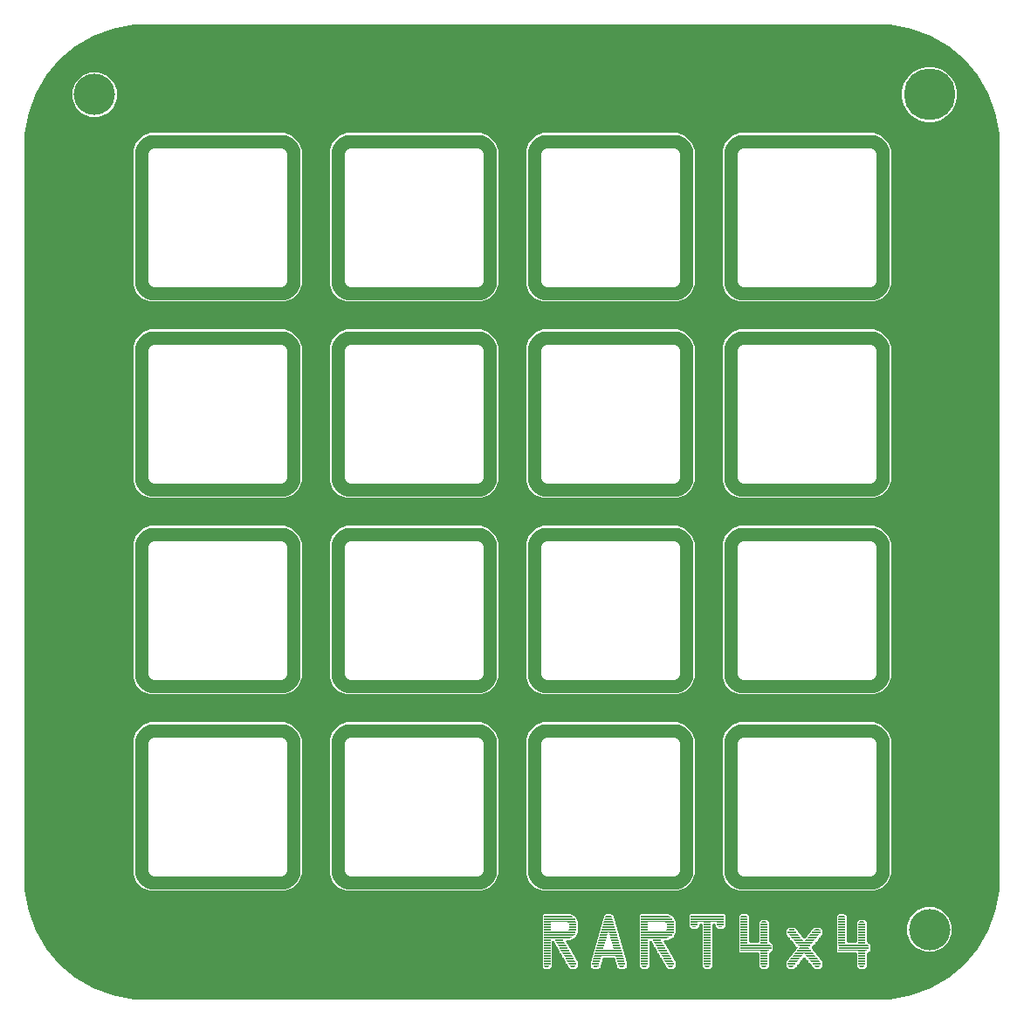
<source format=gbr>
G04 EAGLE Gerber RS-274X export*
G75*
%MOMM*%
%FSLAX34Y34*%
%LPD*%
%INTop Copper*%
%IPPOS*%
%AMOC8*
5,1,8,0,0,1.08239X$1,22.5*%
G01*
%ADD10R,0.337819X0.084581*%
%ADD11R,0.340363X0.084581*%
%ADD12R,0.508000X0.084581*%
%ADD13R,0.591819X0.084581*%
%ADD14R,0.594363X0.084838*%
%ADD15R,0.678181X0.084838*%
%ADD16R,0.675638X0.084838*%
%ADD17R,0.594363X0.084581*%
%ADD18R,0.678181X0.084581*%
%ADD19R,0.675638X0.084581*%
%ADD20R,0.762000X0.084581*%
%ADD21R,0.762000X0.084838*%
%ADD22R,0.848363X0.084838*%
%ADD23R,0.845819X0.084838*%
%ADD24R,0.845819X0.084581*%
%ADD25R,0.848363X0.084581*%
%ADD26R,2.707638X0.084581*%
%ADD27R,2.707638X0.084838*%
%ADD28R,1.694181X0.084581*%
%ADD29R,2.540000X0.084838*%
%ADD30R,1.524000X0.084838*%
%ADD31R,2.540000X0.084581*%
%ADD32R,1.353819X0.084581*%
%ADD33R,2.794000X0.084581*%
%ADD34R,2.372362X0.084838*%
%ADD35R,2.880362X0.084838*%
%ADD36R,1.186181X0.084838*%
%ADD37R,2.877819X0.084838*%
%ADD38R,2.964181X0.084581*%
%ADD39R,1.016000X0.084581*%
%ADD40R,2.961638X0.084581*%
%ADD41R,2.964181X0.084838*%
%ADD42R,1.016000X0.084838*%
%ADD43R,2.961638X0.084838*%
%ADD44R,1.099819X0.084581*%
%ADD45R,2.880362X0.084581*%
%ADD46R,1.186181X0.084581*%
%ADD47R,2.877819X0.084581*%
%ADD48R,2.794000X0.084838*%
%ADD49R,1.353819X0.084838*%
%ADD50R,1.524000X0.084581*%
%ADD51R,2.456181X0.084581*%
%ADD52R,2.626362X0.084581*%
%ADD53R,2.710181X0.084581*%
%ADD54R,3.048000X0.084581*%
%ADD55R,3.048000X0.084838*%
%ADD56R,3.134362X0.084581*%
%ADD57R,1.356363X0.084838*%
%ADD58R,1.356363X0.084581*%
%ADD59R,0.424181X0.084581*%
%ADD60R,0.421637X0.084581*%
%ADD61R,1.183638X0.084581*%
%ADD62R,1.183638X0.084838*%
%ADD63R,0.508000X0.084838*%
%ADD64R,3.218181X0.084581*%
%ADD65R,3.134362X0.084838*%
%ADD66R,3.218181X0.084838*%
%ADD67R,2.456181X0.084838*%
%ADD68R,0.340363X0.084838*%
%ADD69R,0.337819X0.084838*%
%ADD70C,1.270000*%
%ADD71C,4.000000*%
%ADD72C,5.000000*%

G36*
X833450Y3305D02*
X833450Y3305D01*
X833471Y3303D01*
X843493Y3741D01*
X843525Y3748D01*
X843592Y3752D01*
X863333Y7233D01*
X863363Y7243D01*
X863462Y7267D01*
X882298Y14123D01*
X882326Y14138D01*
X882419Y14179D01*
X899779Y24202D01*
X899803Y24222D01*
X899887Y24278D01*
X915243Y37163D01*
X915264Y37187D01*
X915337Y37257D01*
X928222Y52613D01*
X928238Y52640D01*
X928298Y52721D01*
X938321Y70081D01*
X938332Y70111D01*
X938377Y70202D01*
X945233Y89038D01*
X945239Y89069D01*
X945250Y89108D01*
X945255Y89119D01*
X945256Y89129D01*
X945267Y89167D01*
X948748Y108908D01*
X948748Y108939D01*
X948759Y109007D01*
X949197Y119029D01*
X949195Y119042D01*
X949197Y119062D01*
X949197Y833438D01*
X949195Y833450D01*
X949197Y833471D01*
X948759Y843493D01*
X948752Y843525D01*
X948748Y843592D01*
X945267Y863333D01*
X945257Y863363D01*
X945233Y863462D01*
X938377Y882298D01*
X938362Y882326D01*
X938321Y882419D01*
X928298Y899779D01*
X928278Y899803D01*
X928222Y899887D01*
X915337Y915243D01*
X915313Y915264D01*
X915243Y915337D01*
X899887Y928222D01*
X899860Y928238D01*
X899779Y928298D01*
X882419Y938321D01*
X882389Y938332D01*
X882298Y938377D01*
X863462Y945233D01*
X863431Y945239D01*
X863333Y945267D01*
X843592Y948748D01*
X843561Y948748D01*
X843494Y948759D01*
X833471Y949197D01*
X833458Y949195D01*
X833438Y949197D01*
X119062Y949197D01*
X119050Y949195D01*
X119029Y949197D01*
X109007Y948759D01*
X108975Y948752D01*
X108908Y948748D01*
X89167Y945267D01*
X89137Y945257D01*
X89038Y945233D01*
X70202Y938377D01*
X70174Y938362D01*
X70081Y938321D01*
X52721Y928298D01*
X52697Y928278D01*
X52613Y928222D01*
X37257Y915337D01*
X37236Y915313D01*
X37163Y915243D01*
X24278Y899887D01*
X24262Y899860D01*
X24202Y899779D01*
X14179Y882419D01*
X14168Y882389D01*
X14123Y882298D01*
X7267Y863462D01*
X7261Y863431D01*
X7233Y863334D01*
X3752Y843592D01*
X3752Y843561D01*
X3741Y843494D01*
X3303Y833471D01*
X3305Y833458D01*
X3303Y833438D01*
X3303Y119063D01*
X3305Y119050D01*
X3303Y119029D01*
X3741Y109007D01*
X3748Y108975D01*
X3752Y108908D01*
X7233Y89167D01*
X7243Y89137D01*
X7267Y89038D01*
X14123Y70202D01*
X14138Y70174D01*
X14179Y70081D01*
X24202Y52721D01*
X24222Y52697D01*
X24278Y52613D01*
X37163Y37257D01*
X37187Y37236D01*
X37257Y37163D01*
X52613Y24278D01*
X52640Y24262D01*
X52721Y24202D01*
X70081Y14179D01*
X70111Y14168D01*
X70202Y14123D01*
X89038Y7267D01*
X89069Y7261D01*
X89166Y7233D01*
X108908Y3752D01*
X108939Y3752D01*
X109006Y3741D01*
X119029Y3303D01*
X119042Y3305D01*
X119062Y3303D01*
X833438Y3303D01*
X833450Y3305D01*
G37*
%LPC*%
G36*
X506529Y680282D02*
X506529Y680282D01*
X498845Y683464D01*
X492964Y689345D01*
X489782Y697029D01*
X489782Y826971D01*
X492964Y834655D01*
X498845Y840536D01*
X506529Y843718D01*
X636471Y843718D01*
X644155Y840536D01*
X650036Y834655D01*
X653218Y826971D01*
X653218Y697029D01*
X650036Y689345D01*
X644155Y683464D01*
X636471Y680282D01*
X506529Y680282D01*
G37*
%LPD*%
%LPC*%
G36*
X316029Y680282D02*
X316029Y680282D01*
X308345Y683464D01*
X302464Y689345D01*
X299282Y697029D01*
X299282Y826971D01*
X302464Y834655D01*
X308345Y840536D01*
X316029Y843718D01*
X445971Y843718D01*
X453655Y840536D01*
X459536Y834655D01*
X462718Y826971D01*
X462718Y697029D01*
X459536Y689345D01*
X453655Y683464D01*
X445971Y680282D01*
X316029Y680282D01*
G37*
%LPD*%
%LPC*%
G36*
X125529Y680282D02*
X125529Y680282D01*
X117845Y683464D01*
X111964Y689345D01*
X108782Y697029D01*
X108782Y826971D01*
X111964Y834655D01*
X117845Y840536D01*
X125529Y843718D01*
X255471Y843718D01*
X263155Y840536D01*
X269036Y834655D01*
X272218Y826971D01*
X272218Y697029D01*
X269036Y689345D01*
X263155Y683464D01*
X255471Y680282D01*
X125529Y680282D01*
G37*
%LPD*%
%LPC*%
G36*
X316029Y489782D02*
X316029Y489782D01*
X308345Y492964D01*
X302464Y498845D01*
X299282Y506529D01*
X299282Y636471D01*
X302464Y644155D01*
X308345Y650036D01*
X316029Y653218D01*
X445971Y653218D01*
X453655Y650036D01*
X459536Y644155D01*
X462718Y636471D01*
X462718Y506529D01*
X459536Y498845D01*
X453655Y492964D01*
X445971Y489782D01*
X316029Y489782D01*
G37*
%LPD*%
%LPC*%
G36*
X316029Y108782D02*
X316029Y108782D01*
X308345Y111964D01*
X302464Y117845D01*
X299282Y125529D01*
X299282Y255471D01*
X302464Y263155D01*
X308345Y269036D01*
X316029Y272218D01*
X445971Y272218D01*
X453655Y269036D01*
X459536Y263155D01*
X462718Y255471D01*
X462718Y125529D01*
X459536Y117845D01*
X453655Y111964D01*
X445971Y108782D01*
X316029Y108782D01*
G37*
%LPD*%
%LPC*%
G36*
X125529Y489782D02*
X125529Y489782D01*
X117845Y492964D01*
X111964Y498845D01*
X108782Y506529D01*
X108782Y636471D01*
X111964Y644155D01*
X117845Y650036D01*
X125529Y653218D01*
X255471Y653218D01*
X263155Y650036D01*
X269036Y644155D01*
X272218Y636471D01*
X272218Y506529D01*
X269036Y498845D01*
X263155Y492964D01*
X255471Y489782D01*
X125529Y489782D01*
G37*
%LPD*%
%LPC*%
G36*
X697029Y299282D02*
X697029Y299282D01*
X689345Y302464D01*
X683464Y308345D01*
X680282Y316029D01*
X680282Y445971D01*
X683464Y453655D01*
X689345Y459536D01*
X697029Y462718D01*
X826971Y462718D01*
X834655Y459536D01*
X840536Y453655D01*
X843718Y445971D01*
X843718Y316029D01*
X840536Y308345D01*
X834655Y302464D01*
X826971Y299282D01*
X697029Y299282D01*
G37*
%LPD*%
%LPC*%
G36*
X506529Y108782D02*
X506529Y108782D01*
X498845Y111964D01*
X492964Y117845D01*
X489782Y125529D01*
X489782Y255471D01*
X492964Y263155D01*
X498845Y269036D01*
X506529Y272218D01*
X636471Y272218D01*
X644155Y269036D01*
X650036Y263155D01*
X653218Y255471D01*
X653218Y125529D01*
X650036Y117845D01*
X644155Y111964D01*
X636471Y108782D01*
X506529Y108782D01*
G37*
%LPD*%
%LPC*%
G36*
X697029Y680282D02*
X697029Y680282D01*
X689345Y683464D01*
X683464Y689345D01*
X680282Y697029D01*
X680282Y826971D01*
X683464Y834655D01*
X689345Y840536D01*
X697029Y843718D01*
X826971Y843718D01*
X834655Y840536D01*
X840536Y834655D01*
X843718Y826971D01*
X843718Y697029D01*
X840536Y689345D01*
X834655Y683464D01*
X826971Y680282D01*
X697029Y680282D01*
G37*
%LPD*%
%LPC*%
G36*
X697029Y489782D02*
X697029Y489782D01*
X689345Y492964D01*
X683464Y498845D01*
X680282Y506529D01*
X680282Y636471D01*
X683464Y644155D01*
X689345Y650036D01*
X697029Y653218D01*
X826971Y653218D01*
X834655Y650036D01*
X840536Y644155D01*
X843718Y636471D01*
X843718Y506529D01*
X840536Y498845D01*
X834655Y492964D01*
X826971Y489782D01*
X697029Y489782D01*
G37*
%LPD*%
%LPC*%
G36*
X506529Y299282D02*
X506529Y299282D01*
X498845Y302464D01*
X492964Y308345D01*
X489782Y316029D01*
X489782Y445971D01*
X492964Y453655D01*
X498845Y459536D01*
X506529Y462718D01*
X636471Y462718D01*
X644155Y459536D01*
X650036Y453655D01*
X653218Y445971D01*
X653218Y316029D01*
X650036Y308345D01*
X644155Y302464D01*
X636471Y299282D01*
X506529Y299282D01*
G37*
%LPD*%
%LPC*%
G36*
X125529Y108782D02*
X125529Y108782D01*
X117845Y111964D01*
X111964Y117845D01*
X108782Y125529D01*
X108782Y255471D01*
X111964Y263155D01*
X117845Y269036D01*
X125529Y272218D01*
X255471Y272218D01*
X263155Y269036D01*
X269036Y263155D01*
X272218Y255471D01*
X272218Y125529D01*
X269036Y117845D01*
X263155Y111964D01*
X255471Y108782D01*
X125529Y108782D01*
G37*
%LPD*%
%LPC*%
G36*
X697029Y108782D02*
X697029Y108782D01*
X689345Y111964D01*
X683464Y117845D01*
X680282Y125529D01*
X680282Y255471D01*
X683464Y263155D01*
X689345Y269036D01*
X697029Y272218D01*
X826971Y272218D01*
X834655Y269036D01*
X840536Y263155D01*
X843718Y255471D01*
X843718Y125529D01*
X840536Y117845D01*
X834655Y111964D01*
X826971Y108782D01*
X697029Y108782D01*
G37*
%LPD*%
%LPC*%
G36*
X506529Y489782D02*
X506529Y489782D01*
X498845Y492964D01*
X492964Y498845D01*
X489782Y506529D01*
X489782Y636471D01*
X492964Y644155D01*
X498845Y650036D01*
X506529Y653218D01*
X636471Y653218D01*
X644155Y650036D01*
X650036Y644155D01*
X653218Y636471D01*
X653218Y506529D01*
X650036Y498845D01*
X644155Y492964D01*
X636471Y489782D01*
X506529Y489782D01*
G37*
%LPD*%
%LPC*%
G36*
X316029Y299282D02*
X316029Y299282D01*
X308345Y302464D01*
X302464Y308345D01*
X299282Y316029D01*
X299282Y445971D01*
X302464Y453655D01*
X308345Y459536D01*
X316029Y462718D01*
X445971Y462718D01*
X453655Y459536D01*
X459536Y453655D01*
X462718Y445971D01*
X462718Y316029D01*
X459536Y308345D01*
X453655Y302464D01*
X445971Y299282D01*
X316029Y299282D01*
G37*
%LPD*%
%LPC*%
G36*
X125529Y299282D02*
X125529Y299282D01*
X117845Y302464D01*
X111964Y308345D01*
X108782Y316029D01*
X108782Y445971D01*
X111964Y453655D01*
X117845Y459536D01*
X125529Y462718D01*
X255471Y462718D01*
X263155Y459536D01*
X269036Y453655D01*
X272218Y445971D01*
X272218Y316029D01*
X269036Y308345D01*
X263155Y302464D01*
X255471Y299282D01*
X125529Y299282D01*
G37*
%LPD*%
%LPC*%
G36*
X877570Y854538D02*
X877570Y854538D01*
X870824Y856345D01*
X864776Y859837D01*
X859837Y864776D01*
X856345Y870824D01*
X854538Y877570D01*
X854538Y884555D01*
X856345Y891301D01*
X859837Y897349D01*
X864776Y902288D01*
X870824Y905780D01*
X877570Y907587D01*
X884555Y907587D01*
X891301Y905780D01*
X897349Y902288D01*
X902288Y897349D01*
X905780Y891301D01*
X907587Y884555D01*
X907587Y877570D01*
X905780Y870824D01*
X902288Y864776D01*
X897349Y859837D01*
X891301Y856345D01*
X884555Y854538D01*
X877570Y854538D01*
G37*
%LPD*%
%LPC*%
G36*
X67156Y859538D02*
X67156Y859538D01*
X59245Y862815D01*
X53190Y868870D01*
X49913Y876781D01*
X49913Y885344D01*
X53190Y893255D01*
X59245Y899310D01*
X67156Y902587D01*
X75719Y902587D01*
X83630Y899310D01*
X89685Y893255D01*
X92962Y885344D01*
X92962Y876781D01*
X89685Y868870D01*
X83630Y862815D01*
X75719Y859538D01*
X67156Y859538D01*
G37*
%LPD*%
%LPC*%
G36*
X876781Y49913D02*
X876781Y49913D01*
X868870Y53190D01*
X862815Y59245D01*
X859538Y67156D01*
X859538Y75719D01*
X862815Y83630D01*
X868870Y89685D01*
X876781Y92962D01*
X885344Y92962D01*
X893255Y89685D01*
X899310Y83630D01*
X902587Y75719D01*
X902587Y67156D01*
X899310Y59245D01*
X893255Y53190D01*
X885344Y49913D01*
X876781Y49913D01*
G37*
%LPD*%
%LPC*%
G36*
X602568Y32763D02*
X602568Y32763D01*
X601482Y33848D01*
X601452Y33886D01*
X601107Y34231D01*
X601043Y34277D01*
X599973Y35348D01*
X599973Y85719D01*
X600866Y86612D01*
X627529Y86612D01*
X628154Y85987D01*
X628228Y85934D01*
X628298Y85874D01*
X628328Y85862D01*
X628354Y85843D01*
X628441Y85816D01*
X628526Y85782D01*
X628567Y85778D01*
X628589Y85771D01*
X628621Y85772D01*
X628693Y85764D01*
X629231Y85764D01*
X629854Y85141D01*
X629928Y85088D01*
X629997Y85028D01*
X630027Y85016D01*
X630053Y84997D01*
X630140Y84971D01*
X630225Y84936D01*
X630266Y84932D01*
X630288Y84925D01*
X630321Y84926D01*
X630392Y84918D01*
X630933Y84918D01*
X632018Y83832D01*
X632049Y83794D01*
X632819Y83024D01*
X632822Y83021D01*
X632846Y82997D01*
X632887Y82946D01*
X633502Y82331D01*
X633502Y81818D01*
X633517Y81728D01*
X633524Y81637D01*
X633537Y81607D01*
X633542Y81575D01*
X633585Y81495D01*
X633620Y81411D01*
X633646Y81378D01*
X633657Y81358D01*
X633680Y81336D01*
X633725Y81280D01*
X634366Y80639D01*
X634366Y80098D01*
X634380Y80008D01*
X634388Y79917D01*
X634400Y79888D01*
X634405Y79856D01*
X634448Y79775D01*
X634484Y79691D01*
X634510Y79659D01*
X634521Y79638D01*
X634544Y79616D01*
X634589Y79560D01*
X635204Y78945D01*
X635204Y68368D01*
X634589Y67752D01*
X634542Y67687D01*
X634531Y67676D01*
X634529Y67670D01*
X634476Y67609D01*
X634464Y67579D01*
X634445Y67553D01*
X634418Y67466D01*
X634384Y67381D01*
X634380Y67340D01*
X634373Y67318D01*
X634374Y67285D01*
X634366Y67214D01*
X634366Y66676D01*
X633725Y66035D01*
X633672Y65961D01*
X633613Y65892D01*
X633600Y65862D01*
X633582Y65835D01*
X633555Y65749D01*
X633521Y65664D01*
X633516Y65623D01*
X633509Y65600D01*
X633510Y65568D01*
X633502Y65497D01*
X633502Y64982D01*
X632887Y64367D01*
X632867Y64339D01*
X632049Y63521D01*
X632023Y63484D01*
X630933Y62394D01*
X630392Y62394D01*
X630302Y62380D01*
X630211Y62373D01*
X630181Y62360D01*
X630149Y62355D01*
X630068Y62312D01*
X629985Y62276D01*
X629952Y62250D01*
X629932Y62240D01*
X629910Y62216D01*
X629854Y62171D01*
X629231Y61549D01*
X628690Y61549D01*
X628600Y61534D01*
X628509Y61527D01*
X628479Y61514D01*
X628447Y61509D01*
X628367Y61466D01*
X628283Y61430D01*
X628251Y61405D01*
X628230Y61394D01*
X628208Y61370D01*
X628152Y61326D01*
X627529Y60703D01*
X624103Y60703D01*
X624084Y60700D01*
X624064Y60702D01*
X623963Y60680D01*
X623861Y60663D01*
X623843Y60654D01*
X623824Y60649D01*
X623735Y60596D01*
X623643Y60548D01*
X623630Y60533D01*
X623612Y60523D01*
X623545Y60445D01*
X623474Y60370D01*
X623465Y60352D01*
X623453Y60336D01*
X623414Y60240D01*
X623370Y60146D01*
X623368Y60127D01*
X623361Y60108D01*
X623342Y59941D01*
X623342Y59804D01*
X623357Y59714D01*
X623364Y59623D01*
X623377Y59593D01*
X623382Y59561D01*
X623425Y59480D01*
X623460Y59396D01*
X623486Y59364D01*
X623497Y59344D01*
X623520Y59321D01*
X623565Y59266D01*
X624206Y58625D01*
X624206Y58084D01*
X624207Y58076D01*
X624207Y58073D01*
X624210Y58059D01*
X624220Y57994D01*
X624228Y57903D01*
X624240Y57873D01*
X624245Y57841D01*
X624288Y57761D01*
X624324Y57677D01*
X624350Y57645D01*
X624361Y57624D01*
X624384Y57602D01*
X624429Y57546D01*
X625236Y56738D01*
X625267Y56700D01*
X625882Y56085D01*
X625882Y55570D01*
X625897Y55480D01*
X625904Y55389D01*
X625917Y55359D01*
X625922Y55327D01*
X625965Y55246D01*
X626000Y55162D01*
X626026Y55130D01*
X626037Y55109D01*
X626060Y55087D01*
X626105Y55031D01*
X626746Y54391D01*
X626746Y53853D01*
X626760Y53762D01*
X626768Y53672D01*
X626780Y53642D01*
X626785Y53610D01*
X626828Y53529D01*
X626864Y53445D01*
X626890Y53413D01*
X626901Y53392D01*
X626924Y53370D01*
X626969Y53314D01*
X627739Y52544D01*
X627742Y52541D01*
X627766Y52517D01*
X627807Y52466D01*
X628422Y51851D01*
X628422Y51338D01*
X628437Y51248D01*
X628444Y51157D01*
X628457Y51127D01*
X628462Y51095D01*
X628505Y51015D01*
X628540Y50931D01*
X628566Y50898D01*
X628577Y50878D01*
X628600Y50856D01*
X628645Y50800D01*
X629286Y50159D01*
X629286Y49618D01*
X629300Y49528D01*
X629308Y49437D01*
X629320Y49408D01*
X629325Y49376D01*
X629368Y49295D01*
X629404Y49211D01*
X629430Y49179D01*
X629441Y49158D01*
X629464Y49136D01*
X629509Y49080D01*
X630124Y48465D01*
X630124Y47924D01*
X630139Y47834D01*
X630146Y47743D01*
X630158Y47713D01*
X630164Y47681D01*
X630206Y47601D01*
X630242Y47517D01*
X630268Y47485D01*
X630279Y47464D01*
X630302Y47442D01*
X630347Y47386D01*
X630692Y47041D01*
X630755Y46995D01*
X631826Y45925D01*
X631826Y45384D01*
X631840Y45294D01*
X631848Y45203D01*
X631860Y45173D01*
X631865Y45141D01*
X631908Y45061D01*
X631944Y44977D01*
X631970Y44945D01*
X631981Y44924D01*
X632004Y44902D01*
X632049Y44846D01*
X632664Y44231D01*
X632664Y43693D01*
X632679Y43602D01*
X632686Y43512D01*
X632698Y43482D01*
X632704Y43450D01*
X632746Y43369D01*
X632782Y43285D01*
X632808Y43253D01*
X632819Y43232D01*
X632842Y43210D01*
X632887Y43154D01*
X633502Y42539D01*
X633502Y42024D01*
X633517Y41934D01*
X633524Y41843D01*
X633537Y41813D01*
X633542Y41781D01*
X633585Y41700D01*
X633620Y41616D01*
X633646Y41584D01*
X633657Y41564D01*
X633680Y41542D01*
X633725Y41485D01*
X634558Y40652D01*
X634589Y40614D01*
X635204Y39999D01*
X635204Y35348D01*
X634589Y34732D01*
X634569Y34705D01*
X633327Y33463D01*
X633310Y33454D01*
X633288Y33430D01*
X633232Y33386D01*
X632609Y32763D01*
X627968Y32763D01*
X626882Y33848D01*
X626852Y33886D01*
X626507Y34231D01*
X626443Y34277D01*
X625373Y35348D01*
X625373Y35888D01*
X625358Y35978D01*
X625351Y36069D01*
X625338Y36099D01*
X625333Y36131D01*
X625290Y36212D01*
X625254Y36296D01*
X625229Y36328D01*
X625218Y36348D01*
X625195Y36370D01*
X625150Y36427D01*
X624534Y37042D01*
X624534Y37582D01*
X624533Y37593D01*
X624533Y37598D01*
X624527Y37628D01*
X624520Y37673D01*
X624513Y37763D01*
X624500Y37793D01*
X624495Y37825D01*
X624452Y37906D01*
X624416Y37990D01*
X624391Y38022D01*
X624380Y38043D01*
X624356Y38065D01*
X624311Y38121D01*
X623967Y38466D01*
X623903Y38511D01*
X622833Y39582D01*
X622833Y40122D01*
X622818Y40212D01*
X622811Y40303D01*
X622798Y40333D01*
X622793Y40365D01*
X622750Y40446D01*
X622714Y40530D01*
X622689Y40562D01*
X622678Y40583D01*
X622654Y40605D01*
X622610Y40661D01*
X621994Y41276D01*
X621994Y41814D01*
X621980Y41904D01*
X621973Y41995D01*
X621960Y42025D01*
X621955Y42057D01*
X621912Y42137D01*
X621876Y42221D01*
X621851Y42254D01*
X621840Y42274D01*
X621816Y42296D01*
X621771Y42352D01*
X621156Y42968D01*
X621156Y43483D01*
X621142Y43573D01*
X621134Y43664D01*
X621122Y43694D01*
X621117Y43726D01*
X621074Y43806D01*
X621038Y43890D01*
X621012Y43922D01*
X621001Y43943D01*
X620978Y43965D01*
X620933Y44021D01*
X620100Y44854D01*
X620070Y44892D01*
X619454Y45508D01*
X619454Y46048D01*
X619440Y46138D01*
X619433Y46229D01*
X619420Y46259D01*
X619415Y46291D01*
X619372Y46372D01*
X619336Y46456D01*
X619311Y46488D01*
X619300Y46508D01*
X619276Y46530D01*
X619231Y46587D01*
X618616Y47202D01*
X618616Y47717D01*
X618602Y47807D01*
X618594Y47898D01*
X618582Y47928D01*
X618577Y47960D01*
X618534Y48040D01*
X618498Y48124D01*
X618472Y48156D01*
X618461Y48177D01*
X618438Y48199D01*
X618393Y48255D01*
X617560Y49088D01*
X617530Y49126D01*
X616914Y49742D01*
X616914Y50282D01*
X616900Y50373D01*
X616893Y50463D01*
X616880Y50493D01*
X616875Y50525D01*
X616832Y50606D01*
X616796Y50690D01*
X616771Y50722D01*
X616760Y50743D01*
X616736Y50765D01*
X616691Y50821D01*
X616076Y51436D01*
X616076Y51949D01*
X616062Y52039D01*
X616054Y52130D01*
X616042Y52159D01*
X616037Y52191D01*
X615994Y52272D01*
X615958Y52356D01*
X615932Y52388D01*
X615921Y52409D01*
X615898Y52431D01*
X615853Y52487D01*
X615213Y53128D01*
X615213Y53668D01*
X615198Y53758D01*
X615191Y53849D01*
X615178Y53879D01*
X615173Y53911D01*
X615130Y53992D01*
X615094Y54076D01*
X615069Y54108D01*
X615058Y54128D01*
X615035Y54150D01*
X614990Y54207D01*
X614182Y55014D01*
X614151Y55052D01*
X613536Y55668D01*
X613536Y56183D01*
X613522Y56273D01*
X613514Y56364D01*
X613502Y56394D01*
X613497Y56426D01*
X613454Y56506D01*
X613418Y56590D01*
X613392Y56622D01*
X613381Y56643D01*
X613358Y56665D01*
X613313Y56721D01*
X612673Y57362D01*
X612673Y57902D01*
X612658Y57992D01*
X612651Y58083D01*
X612638Y58113D01*
X612633Y58145D01*
X612590Y58226D01*
X612554Y58310D01*
X612529Y58342D01*
X612518Y58363D01*
X612494Y58385D01*
X612450Y58441D01*
X611834Y59056D01*
X611834Y59594D01*
X611820Y59684D01*
X611813Y59775D01*
X611800Y59805D01*
X611795Y59837D01*
X611752Y59917D01*
X611716Y60001D01*
X611691Y60033D01*
X611680Y60054D01*
X611656Y60076D01*
X611611Y60132D01*
X611264Y60480D01*
X611190Y60533D01*
X611121Y60592D01*
X611090Y60604D01*
X611064Y60623D01*
X610977Y60650D01*
X610892Y60684D01*
X610852Y60689D01*
X610829Y60696D01*
X610797Y60695D01*
X610726Y60703D01*
X610565Y60703D01*
X610545Y60700D01*
X610526Y60702D01*
X610424Y60680D01*
X610322Y60663D01*
X610305Y60654D01*
X610285Y60649D01*
X610196Y60596D01*
X610105Y60548D01*
X610091Y60533D01*
X610074Y60523D01*
X610007Y60445D01*
X609936Y60370D01*
X609927Y60352D01*
X609914Y60336D01*
X609876Y60240D01*
X609832Y60146D01*
X609830Y60127D01*
X609822Y60108D01*
X609804Y59941D01*
X609804Y35348D01*
X609189Y34732D01*
X609169Y34705D01*
X607927Y33463D01*
X607910Y33454D01*
X607888Y33430D01*
X607832Y33386D01*
X607209Y32763D01*
X602568Y32763D01*
G37*
%LPD*%
%LPC*%
G36*
X507749Y32763D02*
X507749Y32763D01*
X507127Y33386D01*
X507063Y33431D01*
X505993Y34502D01*
X505993Y85719D01*
X506886Y86612D01*
X532711Y86612D01*
X533336Y85987D01*
X533410Y85934D01*
X533480Y85874D01*
X533510Y85862D01*
X533536Y85843D01*
X533623Y85816D01*
X533708Y85782D01*
X533749Y85778D01*
X533771Y85771D01*
X533803Y85772D01*
X533874Y85764D01*
X534413Y85764D01*
X535035Y85141D01*
X535109Y85088D01*
X535179Y85028D01*
X535209Y85016D01*
X535235Y84997D01*
X535322Y84971D01*
X535407Y84936D01*
X535448Y84932D01*
X535470Y84925D01*
X535502Y84926D01*
X535574Y84918D01*
X536089Y84918D01*
X536712Y84295D01*
X536775Y84250D01*
X538000Y83024D01*
X538001Y83024D01*
X538004Y83021D01*
X538028Y82997D01*
X538069Y82946D01*
X538684Y82331D01*
X538684Y81793D01*
X538699Y81702D01*
X538706Y81612D01*
X538718Y81582D01*
X538724Y81550D01*
X538766Y81469D01*
X538802Y81385D01*
X538828Y81353D01*
X538839Y81332D01*
X538862Y81310D01*
X538907Y81254D01*
X539522Y80639D01*
X539522Y80124D01*
X539537Y80034D01*
X539544Y79943D01*
X539557Y79913D01*
X539562Y79881D01*
X539605Y79800D01*
X539640Y79716D01*
X539666Y79684D01*
X539677Y79664D01*
X539700Y79641D01*
X539745Y79586D01*
X540386Y78945D01*
X540386Y68368D01*
X539745Y67727D01*
X539692Y67653D01*
X539633Y67583D01*
X539620Y67553D01*
X539602Y67527D01*
X539575Y67440D01*
X539541Y67355D01*
X539536Y67314D01*
X539529Y67292D01*
X539530Y67260D01*
X539522Y67189D01*
X539522Y66676D01*
X538907Y66061D01*
X538854Y65987D01*
X538794Y65917D01*
X538782Y65887D01*
X538763Y65861D01*
X538737Y65774D01*
X538702Y65689D01*
X538698Y65648D01*
X538691Y65626D01*
X538692Y65594D01*
X538684Y65522D01*
X538684Y64982D01*
X538069Y64367D01*
X538049Y64339D01*
X536804Y63094D01*
X536792Y63088D01*
X536770Y63065D01*
X536714Y63020D01*
X536089Y62394D01*
X535574Y62394D01*
X535484Y62380D01*
X535393Y62373D01*
X535363Y62360D01*
X535331Y62355D01*
X535250Y62312D01*
X535166Y62276D01*
X535134Y62250D01*
X535114Y62240D01*
X535091Y62216D01*
X535035Y62171D01*
X534413Y61549D01*
X533872Y61549D01*
X533782Y61534D01*
X533691Y61527D01*
X533661Y61514D01*
X533629Y61509D01*
X533548Y61466D01*
X533465Y61430D01*
X533432Y61405D01*
X533412Y61394D01*
X533390Y61370D01*
X533334Y61326D01*
X532711Y60703D01*
X529285Y60703D01*
X529265Y60700D01*
X529246Y60702D01*
X529144Y60680D01*
X529042Y60663D01*
X529025Y60654D01*
X529005Y60649D01*
X528916Y60596D01*
X528825Y60548D01*
X528811Y60533D01*
X528794Y60523D01*
X528727Y60445D01*
X528656Y60370D01*
X528647Y60352D01*
X528634Y60336D01*
X528596Y60240D01*
X528552Y60146D01*
X528550Y60127D01*
X528542Y60108D01*
X528524Y59941D01*
X528524Y59778D01*
X528539Y59688D01*
X528546Y59597D01*
X528558Y59568D01*
X528564Y59536D01*
X528606Y59455D01*
X528642Y59371D01*
X528668Y59339D01*
X528679Y59318D01*
X528702Y59296D01*
X528747Y59240D01*
X529362Y58625D01*
X529362Y58110D01*
X529365Y58091D01*
X529363Y58073D01*
X529378Y58005D01*
X529384Y57929D01*
X529397Y57899D01*
X529402Y57867D01*
X529412Y57847D01*
X529415Y57833D01*
X529448Y57779D01*
X529480Y57702D01*
X529506Y57670D01*
X529517Y57649D01*
X529536Y57632D01*
X529542Y57622D01*
X529551Y57613D01*
X529585Y57571D01*
X530418Y56738D01*
X530449Y56700D01*
X531064Y56085D01*
X531064Y55544D01*
X531079Y55454D01*
X531086Y55363D01*
X531098Y55333D01*
X531104Y55301D01*
X531146Y55221D01*
X531182Y55137D01*
X531208Y55105D01*
X531219Y55084D01*
X531242Y55062D01*
X531287Y55006D01*
X531902Y54391D01*
X531902Y53878D01*
X531917Y53788D01*
X531924Y53697D01*
X531937Y53667D01*
X531942Y53635D01*
X531985Y53555D01*
X532020Y53471D01*
X532046Y53439D01*
X532057Y53418D01*
X532080Y53396D01*
X532125Y53340D01*
X532920Y52544D01*
X532921Y52544D01*
X532924Y52541D01*
X532948Y52517D01*
X532989Y52466D01*
X533604Y51851D01*
X533604Y51313D01*
X533619Y51222D01*
X533626Y51132D01*
X533638Y51102D01*
X533644Y51070D01*
X533686Y50989D01*
X533722Y50905D01*
X533748Y50873D01*
X533759Y50852D01*
X533782Y50830D01*
X533827Y50774D01*
X534442Y50159D01*
X534442Y49644D01*
X534457Y49554D01*
X534464Y49463D01*
X534477Y49433D01*
X534482Y49401D01*
X534525Y49320D01*
X534560Y49236D01*
X534586Y49204D01*
X534597Y49184D01*
X534620Y49161D01*
X534665Y49106D01*
X535306Y48465D01*
X535306Y47924D01*
X535320Y47834D01*
X535328Y47743D01*
X535340Y47713D01*
X535345Y47681D01*
X535388Y47601D01*
X535424Y47517D01*
X535450Y47485D01*
X535461Y47464D01*
X535484Y47442D01*
X535529Y47386D01*
X536336Y46578D01*
X536367Y46540D01*
X536982Y45925D01*
X536982Y45410D01*
X536997Y45319D01*
X537004Y45229D01*
X537017Y45199D01*
X537022Y45167D01*
X537065Y45086D01*
X537100Y45002D01*
X537126Y44970D01*
X537137Y44949D01*
X537160Y44927D01*
X537205Y44871D01*
X537846Y44231D01*
X537846Y43693D01*
X537860Y43602D01*
X537868Y43512D01*
X537880Y43482D01*
X537885Y43450D01*
X537928Y43369D01*
X537964Y43285D01*
X537990Y43253D01*
X538001Y43232D01*
X538024Y43210D01*
X538069Y43154D01*
X538684Y42539D01*
X538684Y41998D01*
X538699Y41908D01*
X538706Y41817D01*
X538718Y41788D01*
X538724Y41756D01*
X538766Y41675D01*
X538802Y41591D01*
X538828Y41559D01*
X538839Y41538D01*
X538862Y41516D01*
X538907Y41460D01*
X539252Y41115D01*
X539315Y41070D01*
X540386Y39999D01*
X540386Y35348D01*
X539347Y34308D01*
X539330Y34300D01*
X539308Y34276D01*
X539252Y34231D01*
X538907Y33886D01*
X538887Y33859D01*
X537791Y32763D01*
X533149Y32763D01*
X532527Y33386D01*
X532463Y33431D01*
X531200Y34694D01*
X531170Y34732D01*
X530554Y35348D01*
X530554Y35888D01*
X530540Y35978D01*
X530533Y36069D01*
X530520Y36099D01*
X530515Y36131D01*
X530472Y36212D01*
X530436Y36296D01*
X530411Y36328D01*
X530400Y36348D01*
X530376Y36370D01*
X530331Y36427D01*
X529716Y37042D01*
X529716Y37557D01*
X529712Y37585D01*
X529713Y37598D01*
X529701Y37655D01*
X529694Y37738D01*
X529682Y37768D01*
X529677Y37800D01*
X529665Y37822D01*
X529661Y37839D01*
X529628Y37894D01*
X529598Y37964D01*
X529572Y37996D01*
X529561Y38017D01*
X529545Y38033D01*
X529535Y38050D01*
X529518Y38064D01*
X529493Y38095D01*
X528660Y38928D01*
X528630Y38967D01*
X528014Y39582D01*
X528014Y40122D01*
X528000Y40212D01*
X527993Y40303D01*
X527980Y40333D01*
X527975Y40365D01*
X527932Y40446D01*
X527896Y40530D01*
X527871Y40562D01*
X527860Y40583D01*
X527836Y40605D01*
X527791Y40661D01*
X527176Y41276D01*
X527176Y41789D01*
X527162Y41879D01*
X527154Y41970D01*
X527142Y41999D01*
X527137Y42031D01*
X527094Y42112D01*
X527058Y42196D01*
X527032Y42228D01*
X527021Y42249D01*
X526998Y42271D01*
X526953Y42327D01*
X526313Y42968D01*
X526313Y43508D01*
X526298Y43598D01*
X526291Y43689D01*
X526278Y43719D01*
X526273Y43751D01*
X526230Y43832D01*
X526194Y43916D01*
X526169Y43948D01*
X526158Y43968D01*
X526135Y43990D01*
X526090Y44047D01*
X525282Y44854D01*
X525251Y44892D01*
X524636Y45508D01*
X524636Y46023D01*
X524622Y46113D01*
X524614Y46204D01*
X524602Y46234D01*
X524597Y46266D01*
X524554Y46346D01*
X524518Y46430D01*
X524492Y46462D01*
X524481Y46483D01*
X524458Y46505D01*
X524413Y46561D01*
X523773Y47202D01*
X523773Y47742D01*
X523758Y47833D01*
X523751Y47923D01*
X523738Y47953D01*
X523733Y47985D01*
X523690Y48066D01*
X523654Y48150D01*
X523629Y48182D01*
X523618Y48203D01*
X523595Y48225D01*
X523550Y48281D01*
X522742Y49088D01*
X522711Y49126D01*
X522096Y49742D01*
X522096Y50257D01*
X522082Y50347D01*
X522074Y50438D01*
X522062Y50468D01*
X522057Y50500D01*
X522014Y50580D01*
X521978Y50664D01*
X521952Y50696D01*
X521941Y50717D01*
X521918Y50739D01*
X521873Y50795D01*
X521233Y51436D01*
X521233Y51974D01*
X521218Y52064D01*
X521211Y52155D01*
X521198Y52185D01*
X521193Y52217D01*
X521150Y52297D01*
X521114Y52381D01*
X521089Y52413D01*
X521078Y52434D01*
X521054Y52456D01*
X521010Y52512D01*
X520394Y53128D01*
X520394Y53668D01*
X520380Y53758D01*
X520373Y53849D01*
X520360Y53879D01*
X520355Y53911D01*
X520312Y53992D01*
X520276Y54076D01*
X520251Y54108D01*
X520240Y54128D01*
X520216Y54151D01*
X520171Y54207D01*
X519827Y54551D01*
X519763Y54597D01*
X518693Y55668D01*
X518693Y56208D01*
X518678Y56298D01*
X518671Y56389D01*
X518658Y56419D01*
X518653Y56451D01*
X518610Y56532D01*
X518574Y56616D01*
X518549Y56648D01*
X518538Y56668D01*
X518515Y56690D01*
X518470Y56747D01*
X517854Y57362D01*
X517854Y57902D01*
X517840Y57992D01*
X517833Y58083D01*
X517820Y58113D01*
X517815Y58145D01*
X517772Y58226D01*
X517736Y58310D01*
X517711Y58342D01*
X517700Y58363D01*
X517676Y58385D01*
X517631Y58441D01*
X517016Y59056D01*
X517016Y59569D01*
X517002Y59659D01*
X516994Y59750D01*
X516982Y59779D01*
X516977Y59811D01*
X516934Y59892D01*
X516898Y59976D01*
X516872Y60008D01*
X516861Y60029D01*
X516838Y60051D01*
X516793Y60107D01*
X516420Y60480D01*
X516346Y60533D01*
X516277Y60592D01*
X516247Y60604D01*
X516221Y60623D01*
X516134Y60650D01*
X516049Y60684D01*
X516008Y60689D01*
X515986Y60696D01*
X515953Y60695D01*
X515882Y60703D01*
X515747Y60703D01*
X515727Y60700D01*
X515708Y60702D01*
X515606Y60680D01*
X515504Y60663D01*
X515487Y60654D01*
X515467Y60649D01*
X515378Y60596D01*
X515287Y60548D01*
X515273Y60533D01*
X515256Y60523D01*
X515189Y60445D01*
X515117Y60370D01*
X515109Y60352D01*
X515096Y60336D01*
X515057Y60240D01*
X515014Y60146D01*
X515012Y60127D01*
X515004Y60108D01*
X514986Y59941D01*
X514986Y35348D01*
X513947Y34308D01*
X513930Y34300D01*
X513908Y34276D01*
X513852Y34231D01*
X513507Y33886D01*
X513487Y33859D01*
X512391Y32763D01*
X507749Y32763D01*
G37*
%LPD*%
%LPC*%
G36*
X555146Y32763D02*
X555146Y32763D01*
X554060Y33848D01*
X554030Y33886D01*
X553222Y34694D01*
X553191Y34732D01*
X552576Y35348D01*
X552576Y39999D01*
X553191Y40614D01*
X553245Y40688D01*
X553304Y40758D01*
X553316Y40788D01*
X553335Y40814D01*
X553362Y40901D01*
X553396Y40986D01*
X553401Y41027D01*
X553407Y41049D01*
X553407Y41081D01*
X553414Y41153D01*
X553414Y43385D01*
X554030Y44000D01*
X554083Y44074D01*
X554142Y44143D01*
X554154Y44174D01*
X554173Y44200D01*
X554200Y44287D01*
X554234Y44372D01*
X554239Y44413D01*
X554246Y44435D01*
X554245Y44467D01*
X554253Y44538D01*
X554253Y45925D01*
X554893Y46566D01*
X554946Y46639D01*
X555006Y46709D01*
X555018Y46739D01*
X555037Y46765D01*
X555064Y46852D01*
X555098Y46937D01*
X555102Y46978D01*
X555109Y47000D01*
X555108Y47033D01*
X555116Y47104D01*
X555116Y49311D01*
X555731Y49926D01*
X555785Y50000D01*
X555844Y50069D01*
X555856Y50099D01*
X555875Y50126D01*
X555902Y50213D01*
X555936Y50297D01*
X555941Y50338D01*
X555947Y50361D01*
X555947Y50393D01*
X555954Y50464D01*
X555954Y51851D01*
X556570Y52466D01*
X556623Y52540D01*
X556682Y52609D01*
X556694Y52639D01*
X556713Y52666D01*
X556740Y52752D01*
X556774Y52837D01*
X556779Y52878D01*
X556786Y52901D01*
X556785Y52933D01*
X556793Y53004D01*
X556793Y55239D01*
X557433Y55880D01*
X557486Y55954D01*
X557546Y56023D01*
X557558Y56053D01*
X557577Y56079D01*
X557604Y56166D01*
X557638Y56251D01*
X557642Y56292D01*
X557649Y56315D01*
X557648Y56347D01*
X557656Y56418D01*
X557656Y57779D01*
X558271Y58394D01*
X558325Y58468D01*
X558384Y58538D01*
X558396Y58568D01*
X558415Y58594D01*
X558442Y58681D01*
X558476Y58766D01*
X558481Y58807D01*
X558487Y58829D01*
X558487Y58861D01*
X558494Y58933D01*
X558494Y61165D01*
X559110Y61780D01*
X559163Y61854D01*
X559222Y61923D01*
X559234Y61954D01*
X559253Y61980D01*
X559280Y62067D01*
X559314Y62152D01*
X559319Y62193D01*
X559326Y62215D01*
X559325Y62247D01*
X559333Y62318D01*
X559333Y63705D01*
X559973Y64346D01*
X560026Y64419D01*
X560086Y64489D01*
X560098Y64519D01*
X560117Y64545D01*
X560144Y64632D01*
X560178Y64717D01*
X560182Y64758D01*
X560189Y64780D01*
X560188Y64813D01*
X560196Y64884D01*
X560196Y67091D01*
X560811Y67706D01*
X560865Y67780D01*
X560924Y67849D01*
X560936Y67879D01*
X560955Y67906D01*
X560982Y67993D01*
X561016Y68077D01*
X561021Y68118D01*
X561027Y68141D01*
X561027Y68173D01*
X561034Y68244D01*
X561034Y69631D01*
X561650Y70246D01*
X561703Y70320D01*
X561762Y70389D01*
X561774Y70419D01*
X561793Y70446D01*
X561820Y70533D01*
X561854Y70617D01*
X561859Y70658D01*
X561866Y70681D01*
X561865Y70713D01*
X561873Y70784D01*
X561873Y73019D01*
X562513Y73660D01*
X562566Y73734D01*
X562626Y73803D01*
X562638Y73833D01*
X562657Y73859D01*
X562684Y73946D01*
X562718Y74031D01*
X562722Y74072D01*
X562729Y74094D01*
X562728Y74127D01*
X562736Y74198D01*
X562736Y75559D01*
X563351Y76174D01*
X563405Y76248D01*
X563464Y76318D01*
X563476Y76348D01*
X563495Y76374D01*
X563522Y76461D01*
X563556Y76546D01*
X563561Y76587D01*
X563567Y76609D01*
X563567Y76641D01*
X563574Y76713D01*
X563574Y78945D01*
X564190Y79560D01*
X564243Y79634D01*
X564302Y79703D01*
X564314Y79734D01*
X564333Y79760D01*
X564360Y79847D01*
X564394Y79932D01*
X564399Y79973D01*
X564406Y79995D01*
X564405Y80027D01*
X564413Y80098D01*
X564413Y81485D01*
X565053Y82125D01*
X565106Y82199D01*
X565166Y82269D01*
X565178Y82299D01*
X565197Y82325D01*
X565224Y82412D01*
X565258Y82497D01*
X565262Y82538D01*
X565269Y82560D01*
X565268Y82592D01*
X565276Y82664D01*
X565276Y84025D01*
X565891Y84640D01*
X565911Y84667D01*
X566730Y85486D01*
X566756Y85522D01*
X567846Y86612D01*
X572513Y86612D01*
X573560Y85564D01*
X573561Y85564D01*
X573564Y85561D01*
X573588Y85537D01*
X573629Y85486D01*
X574436Y84678D01*
X574467Y84640D01*
X575082Y84025D01*
X575082Y82664D01*
X575097Y82574D01*
X575104Y82483D01*
X575117Y82453D01*
X575122Y82421D01*
X575165Y82340D01*
X575200Y82256D01*
X575226Y82224D01*
X575237Y82204D01*
X575260Y82182D01*
X575305Y82125D01*
X575946Y81485D01*
X575946Y80098D01*
X575960Y80008D01*
X575968Y79917D01*
X575980Y79888D01*
X575985Y79856D01*
X576028Y79775D01*
X576064Y79691D01*
X576090Y79659D01*
X576101Y79638D01*
X576124Y79616D01*
X576169Y79560D01*
X576784Y78945D01*
X576784Y76713D01*
X576799Y76622D01*
X576806Y76532D01*
X576818Y76502D01*
X576824Y76470D01*
X576866Y76389D01*
X576902Y76305D01*
X576928Y76273D01*
X576939Y76252D01*
X576962Y76230D01*
X577007Y76174D01*
X577622Y75559D01*
X577622Y74198D01*
X577637Y74108D01*
X577644Y74017D01*
X577657Y73987D01*
X577662Y73955D01*
X577705Y73875D01*
X577740Y73791D01*
X577766Y73758D01*
X577777Y73738D01*
X577800Y73716D01*
X577845Y73660D01*
X578486Y73019D01*
X578486Y70784D01*
X578500Y70694D01*
X578508Y70603D01*
X578520Y70573D01*
X578525Y70541D01*
X578568Y70461D01*
X578604Y70377D01*
X578630Y70345D01*
X578641Y70324D01*
X578664Y70302D01*
X578709Y70246D01*
X579324Y69631D01*
X579324Y68244D01*
X579339Y68154D01*
X579346Y68063D01*
X579358Y68033D01*
X579364Y68001D01*
X579406Y67921D01*
X579442Y67837D01*
X579468Y67805D01*
X579479Y67784D01*
X579502Y67762D01*
X579547Y67706D01*
X580162Y67091D01*
X580162Y64884D01*
X580177Y64794D01*
X580184Y64703D01*
X580197Y64673D01*
X580202Y64641D01*
X580245Y64560D01*
X580280Y64476D01*
X580306Y64444D01*
X580317Y64424D01*
X580340Y64401D01*
X580385Y64346D01*
X581026Y63705D01*
X581026Y62318D01*
X581040Y62228D01*
X581048Y62137D01*
X581060Y62108D01*
X581065Y62076D01*
X581108Y61995D01*
X581144Y61911D01*
X581170Y61879D01*
X581181Y61858D01*
X581204Y61836D01*
X581249Y61780D01*
X581864Y61165D01*
X581864Y58933D01*
X581879Y58842D01*
X581886Y58752D01*
X581898Y58722D01*
X581904Y58690D01*
X581946Y58609D01*
X581982Y58525D01*
X582008Y58493D01*
X582019Y58472D01*
X582042Y58450D01*
X582087Y58394D01*
X582702Y57779D01*
X582702Y56418D01*
X582717Y56328D01*
X582724Y56237D01*
X582737Y56207D01*
X582742Y56175D01*
X582785Y56095D01*
X582820Y56011D01*
X582846Y55979D01*
X582857Y55958D01*
X582880Y55936D01*
X582925Y55880D01*
X583566Y55239D01*
X583566Y53004D01*
X583580Y52914D01*
X583588Y52823D01*
X583600Y52793D01*
X583605Y52761D01*
X583648Y52681D01*
X583684Y52597D01*
X583710Y52565D01*
X583721Y52544D01*
X583744Y52522D01*
X583789Y52466D01*
X584404Y51851D01*
X584404Y50464D01*
X584419Y50374D01*
X584426Y50283D01*
X584438Y50253D01*
X584444Y50221D01*
X584486Y50141D01*
X584522Y50057D01*
X584548Y50025D01*
X584559Y50004D01*
X584582Y49982D01*
X584627Y49926D01*
X585242Y49311D01*
X585242Y47104D01*
X585257Y47014D01*
X585264Y46923D01*
X585277Y46893D01*
X585282Y46861D01*
X585325Y46780D01*
X585360Y46696D01*
X585386Y46664D01*
X585397Y46644D01*
X585420Y46621D01*
X585465Y46566D01*
X586106Y45925D01*
X586106Y44538D01*
X586120Y44448D01*
X586128Y44357D01*
X586140Y44328D01*
X586145Y44296D01*
X586188Y44215D01*
X586224Y44131D01*
X586250Y44099D01*
X586261Y44078D01*
X586284Y44056D01*
X586329Y44000D01*
X586944Y43385D01*
X586944Y41153D01*
X586959Y41062D01*
X586966Y40972D01*
X586978Y40942D01*
X586984Y40910D01*
X587026Y40829D01*
X587062Y40745D01*
X587088Y40713D01*
X587099Y40692D01*
X587122Y40670D01*
X587167Y40614D01*
X587782Y39999D01*
X587782Y35348D01*
X587167Y34732D01*
X587147Y34705D01*
X586329Y33886D01*
X586309Y33859D01*
X585213Y32763D01*
X580546Y32763D01*
X579460Y33848D01*
X579430Y33886D01*
X578622Y34694D01*
X578591Y34732D01*
X577976Y35348D01*
X577976Y36709D01*
X577962Y36799D01*
X577954Y36890D01*
X577942Y36919D01*
X577937Y36951D01*
X577894Y37032D01*
X577858Y37116D01*
X577832Y37148D01*
X577821Y37169D01*
X577798Y37191D01*
X577753Y37247D01*
X577113Y37888D01*
X577113Y39274D01*
X577098Y39364D01*
X577091Y39455D01*
X577078Y39485D01*
X577073Y39517D01*
X577030Y39597D01*
X576994Y39681D01*
X576969Y39713D01*
X576958Y39734D01*
X576934Y39756D01*
X576890Y39812D01*
X576274Y40428D01*
X576274Y42662D01*
X576260Y42752D01*
X576253Y42843D01*
X576240Y42873D01*
X576235Y42905D01*
X576192Y42986D01*
X576156Y43070D01*
X576131Y43102D01*
X576120Y43123D01*
X576096Y43145D01*
X576051Y43201D01*
X575707Y43546D01*
X575633Y43599D01*
X575563Y43658D01*
X575533Y43670D01*
X575507Y43689D01*
X575420Y43716D01*
X575335Y43750D01*
X575294Y43755D01*
X575272Y43761D01*
X575240Y43761D01*
X575168Y43769D01*
X565190Y43769D01*
X565100Y43754D01*
X565009Y43747D01*
X564979Y43734D01*
X564947Y43729D01*
X564867Y43686D01*
X564783Y43650D01*
X564751Y43625D01*
X564730Y43614D01*
X564708Y43590D01*
X564652Y43546D01*
X564307Y43201D01*
X564254Y43127D01*
X564194Y43057D01*
X564182Y43027D01*
X564163Y43001D01*
X564137Y42914D01*
X564102Y42829D01*
X564098Y42788D01*
X564091Y42766D01*
X564092Y42734D01*
X564084Y42662D01*
X564084Y40428D01*
X563469Y39812D01*
X563416Y39738D01*
X563356Y39669D01*
X563344Y39639D01*
X563325Y39613D01*
X563298Y39526D01*
X563264Y39441D01*
X563260Y39400D01*
X563253Y39378D01*
X563254Y39345D01*
X563246Y39274D01*
X563246Y37888D01*
X562605Y37247D01*
X562552Y37173D01*
X562493Y37103D01*
X562480Y37073D01*
X562462Y37047D01*
X562435Y36960D01*
X562401Y36875D01*
X562396Y36834D01*
X562389Y36812D01*
X562390Y36780D01*
X562382Y36709D01*
X562382Y34502D01*
X561489Y33609D01*
X560974Y33609D01*
X560884Y33594D01*
X560793Y33587D01*
X560763Y33574D01*
X560731Y33569D01*
X560650Y33526D01*
X560566Y33490D01*
X560534Y33465D01*
X560514Y33454D01*
X560491Y33430D01*
X560435Y33386D01*
X559813Y32763D01*
X555146Y32763D01*
G37*
%LPD*%
%LPC*%
G36*
X718569Y32763D02*
X718569Y32763D01*
X717947Y33386D01*
X717883Y33431D01*
X716620Y34694D01*
X716590Y34732D01*
X715974Y35348D01*
X715974Y48087D01*
X715971Y48107D01*
X715973Y48127D01*
X715951Y48228D01*
X715935Y48330D01*
X715925Y48348D01*
X715921Y48367D01*
X715868Y48456D01*
X715820Y48547D01*
X715805Y48561D01*
X715795Y48578D01*
X715716Y48646D01*
X715641Y48717D01*
X715623Y48725D01*
X715608Y48738D01*
X715512Y48777D01*
X715418Y48820D01*
X715398Y48823D01*
X715380Y48830D01*
X715213Y48849D01*
X697386Y48849D01*
X696493Y49742D01*
X696493Y84025D01*
X697532Y85064D01*
X697548Y85073D01*
X697571Y85096D01*
X697627Y85141D01*
X697971Y85486D01*
X697998Y85522D01*
X699088Y86612D01*
X703729Y86612D01*
X704354Y85987D01*
X704409Y85948D01*
X705678Y84678D01*
X705709Y84640D01*
X706324Y84025D01*
X706324Y59433D01*
X706327Y59414D01*
X706325Y59394D01*
X706347Y59293D01*
X706364Y59191D01*
X706373Y59173D01*
X706377Y59154D01*
X706430Y59065D01*
X706479Y58973D01*
X706493Y58960D01*
X706503Y58943D01*
X706582Y58875D01*
X706657Y58804D01*
X706675Y58796D01*
X706690Y58783D01*
X706787Y58744D01*
X706880Y58700D01*
X706900Y58698D01*
X706918Y58691D01*
X707085Y58672D01*
X715213Y58672D01*
X715233Y58675D01*
X715253Y58673D01*
X715354Y58695D01*
X715456Y58712D01*
X715474Y58721D01*
X715493Y58725D01*
X715582Y58779D01*
X715673Y58827D01*
X715687Y58841D01*
X715704Y58852D01*
X715771Y58930D01*
X715843Y59005D01*
X715851Y59023D01*
X715864Y59039D01*
X715903Y59135D01*
X715946Y59228D01*
X715949Y59248D01*
X715956Y59267D01*
X715974Y59433D01*
X715974Y78099D01*
X716590Y78714D01*
X716609Y78741D01*
X717852Y79984D01*
X717868Y79993D01*
X717891Y80016D01*
X717947Y80061D01*
X718569Y80684D01*
X723211Y80684D01*
X724296Y79598D01*
X724327Y79560D01*
X724672Y79215D01*
X724735Y79170D01*
X725806Y78099D01*
X725806Y59433D01*
X725809Y59414D01*
X725807Y59394D01*
X725829Y59293D01*
X725845Y59191D01*
X725855Y59173D01*
X725859Y59154D01*
X725912Y59065D01*
X725961Y58973D01*
X725975Y58960D01*
X725985Y58943D01*
X726064Y58875D01*
X726139Y58804D01*
X726157Y58796D01*
X726172Y58783D01*
X726268Y58744D01*
X726362Y58700D01*
X726382Y58698D01*
X726400Y58691D01*
X726567Y58672D01*
X726589Y58672D01*
X727214Y58047D01*
X727269Y58008D01*
X728538Y56738D01*
X728569Y56700D01*
X729184Y56085D01*
X729184Y51436D01*
X728569Y50821D01*
X728543Y50784D01*
X727307Y49548D01*
X727290Y49540D01*
X727268Y49516D01*
X727212Y49471D01*
X726589Y48849D01*
X726567Y48849D01*
X726547Y48845D01*
X726528Y48848D01*
X726426Y48826D01*
X726324Y48809D01*
X726307Y48800D01*
X726287Y48795D01*
X726198Y48742D01*
X726107Y48694D01*
X726093Y48679D01*
X726076Y48669D01*
X726009Y48590D01*
X725937Y48515D01*
X725929Y48497D01*
X725916Y48482D01*
X725877Y48386D01*
X725834Y48292D01*
X725832Y48273D01*
X725824Y48254D01*
X725806Y48087D01*
X725806Y35348D01*
X724767Y34308D01*
X724750Y34300D01*
X724728Y34276D01*
X724672Y34231D01*
X724327Y33886D01*
X724307Y33859D01*
X723211Y32763D01*
X718569Y32763D01*
G37*
%LPD*%
%LPC*%
G36*
X813388Y32763D02*
X813388Y32763D01*
X812302Y33848D01*
X812272Y33886D01*
X811927Y34231D01*
X811863Y34277D01*
X810793Y35348D01*
X810793Y48087D01*
X810789Y48107D01*
X810792Y48127D01*
X810770Y48228D01*
X810753Y48330D01*
X810744Y48348D01*
X810739Y48367D01*
X810686Y48456D01*
X810638Y48547D01*
X810623Y48561D01*
X810613Y48578D01*
X810534Y48646D01*
X810459Y48717D01*
X810441Y48725D01*
X810426Y48738D01*
X810330Y48777D01*
X810236Y48820D01*
X810217Y48823D01*
X810198Y48830D01*
X810031Y48849D01*
X792229Y48849D01*
X791336Y49742D01*
X791336Y84025D01*
X791951Y84640D01*
X791971Y84667D01*
X792790Y85486D01*
X792816Y85522D01*
X793906Y86612D01*
X798573Y86612D01*
X799620Y85564D01*
X799621Y85564D01*
X799625Y85560D01*
X799648Y85537D01*
X799689Y85486D01*
X800496Y84678D01*
X800527Y84640D01*
X801142Y84025D01*
X801142Y59433D01*
X801145Y59414D01*
X801143Y59394D01*
X801165Y59293D01*
X801182Y59191D01*
X801191Y59173D01*
X801195Y59154D01*
X801249Y59065D01*
X801297Y58973D01*
X801311Y58960D01*
X801322Y58943D01*
X801400Y58875D01*
X801475Y58804D01*
X801493Y58796D01*
X801508Y58783D01*
X801605Y58744D01*
X801698Y58700D01*
X801718Y58698D01*
X801737Y58691D01*
X801903Y58672D01*
X810031Y58672D01*
X810051Y58675D01*
X810071Y58673D01*
X810172Y58695D01*
X810274Y58712D01*
X810292Y58721D01*
X810311Y58725D01*
X810400Y58779D01*
X810492Y58827D01*
X810505Y58841D01*
X810522Y58852D01*
X810590Y58930D01*
X810661Y59005D01*
X810669Y59023D01*
X810682Y59039D01*
X810721Y59135D01*
X810765Y59228D01*
X810767Y59248D01*
X810774Y59267D01*
X810793Y59433D01*
X810793Y78099D01*
X811832Y79138D01*
X811848Y79147D01*
X811871Y79170D01*
X811927Y79215D01*
X812271Y79560D01*
X812291Y79587D01*
X813388Y80684D01*
X818029Y80684D01*
X818652Y80061D01*
X818715Y80015D01*
X819978Y78753D01*
X820009Y78714D01*
X820624Y78099D01*
X820624Y59433D01*
X820627Y59414D01*
X820625Y59394D01*
X820647Y59293D01*
X820664Y59191D01*
X820673Y59173D01*
X820677Y59154D01*
X820730Y59065D01*
X820779Y58973D01*
X820793Y58960D01*
X820803Y58943D01*
X820882Y58875D01*
X820957Y58804D01*
X820975Y58796D01*
X820990Y58783D01*
X821087Y58744D01*
X821180Y58700D01*
X821200Y58698D01*
X821218Y58691D01*
X821385Y58672D01*
X821433Y58672D01*
X822480Y57624D01*
X822481Y57624D01*
X822485Y57620D01*
X822508Y57597D01*
X822549Y57546D01*
X823356Y56738D01*
X823387Y56700D01*
X824002Y56085D01*
X824002Y51436D01*
X823387Y50821D01*
X823361Y50784D01*
X822549Y49972D01*
X822529Y49945D01*
X821433Y48849D01*
X821385Y48849D01*
X821365Y48845D01*
X821346Y48848D01*
X821244Y48826D01*
X821142Y48809D01*
X821125Y48800D01*
X821105Y48795D01*
X821016Y48742D01*
X820925Y48694D01*
X820911Y48679D01*
X820894Y48669D01*
X820827Y48590D01*
X820756Y48515D01*
X820747Y48497D01*
X820734Y48482D01*
X820696Y48386D01*
X820652Y48292D01*
X820650Y48273D01*
X820642Y48254D01*
X820624Y48087D01*
X820624Y35348D01*
X820009Y34732D01*
X819989Y34705D01*
X818747Y33463D01*
X818730Y33454D01*
X818708Y33430D01*
X818652Y33386D01*
X818029Y32763D01*
X813388Y32763D01*
G37*
%LPD*%
%LPC*%
G36*
X744808Y32763D02*
X744808Y32763D01*
X743722Y33848D01*
X743692Y33886D01*
X743347Y34231D01*
X743283Y34277D01*
X742213Y35348D01*
X742213Y39999D01*
X743252Y41038D01*
X743268Y41047D01*
X743291Y41070D01*
X743347Y41115D01*
X743691Y41460D01*
X743711Y41487D01*
X744530Y42306D01*
X744583Y42380D01*
X744642Y42449D01*
X744654Y42479D01*
X744673Y42506D01*
X744700Y42593D01*
X744734Y42677D01*
X744739Y42718D01*
X744746Y42741D01*
X744745Y42773D01*
X744753Y42844D01*
X744753Y43385D01*
X745792Y44424D01*
X745808Y44433D01*
X745831Y44456D01*
X745887Y44501D01*
X746231Y44846D01*
X746258Y44882D01*
X747070Y45694D01*
X747089Y45721D01*
X747933Y46566D01*
X747986Y46639D01*
X748046Y46709D01*
X748058Y46739D01*
X748077Y46765D01*
X748104Y46852D01*
X748138Y46937D01*
X748142Y46978D01*
X748149Y47000D01*
X748148Y47033D01*
X748156Y47104D01*
X748156Y47619D01*
X748771Y48234D01*
X748791Y48261D01*
X749610Y49080D01*
X749629Y49107D01*
X750875Y50353D01*
X750886Y50359D01*
X750908Y50382D01*
X750964Y50427D01*
X751311Y50774D01*
X751365Y50848D01*
X751424Y50918D01*
X751436Y50948D01*
X751455Y50974D01*
X751482Y51061D01*
X751516Y51146D01*
X751521Y51187D01*
X751527Y51209D01*
X751527Y51241D01*
X751534Y51313D01*
X751534Y51851D01*
X752150Y52466D01*
X752176Y52502D01*
X752896Y53222D01*
X752907Y53238D01*
X752923Y53251D01*
X752979Y53338D01*
X753039Y53422D01*
X753045Y53441D01*
X753056Y53458D01*
X753081Y53558D01*
X753112Y53657D01*
X753111Y53677D01*
X753116Y53696D01*
X753108Y53799D01*
X753105Y53903D01*
X753098Y53922D01*
X753097Y53941D01*
X753056Y54036D01*
X753021Y54134D01*
X753008Y54149D01*
X753001Y54168D01*
X752896Y54299D01*
X752180Y55014D01*
X752150Y55052D01*
X751380Y55822D01*
X751380Y55823D01*
X751375Y55827D01*
X751352Y55850D01*
X751311Y55901D01*
X750967Y56246D01*
X750903Y56291D01*
X749640Y57554D01*
X749610Y57592D01*
X748994Y58208D01*
X748994Y58748D01*
X748980Y58838D01*
X748973Y58929D01*
X748960Y58959D01*
X748955Y58991D01*
X748912Y59072D01*
X748876Y59156D01*
X748851Y59188D01*
X748840Y59208D01*
X748816Y59231D01*
X748771Y59287D01*
X748427Y59631D01*
X748363Y59677D01*
X747138Y60902D01*
X747138Y60903D01*
X747133Y60907D01*
X747111Y60929D01*
X747070Y60981D01*
X746262Y61788D01*
X746231Y61826D01*
X745616Y62442D01*
X745616Y62957D01*
X745602Y63047D01*
X745594Y63138D01*
X745582Y63168D01*
X745577Y63200D01*
X745534Y63280D01*
X745498Y63364D01*
X745472Y63396D01*
X745461Y63417D01*
X745438Y63439D01*
X745393Y63495D01*
X744560Y64328D01*
X744530Y64366D01*
X743722Y65174D01*
X743692Y65212D01*
X743344Y65560D01*
X743290Y65599D01*
X742213Y66676D01*
X742213Y70479D01*
X743252Y71518D01*
X743268Y71527D01*
X743291Y71550D01*
X743347Y71595D01*
X743691Y71940D01*
X743711Y71967D01*
X744808Y73064D01*
X750313Y73064D01*
X751398Y71978D01*
X751429Y71940D01*
X752236Y71133D01*
X752267Y71094D01*
X752614Y70747D01*
X752669Y70708D01*
X753746Y69631D01*
X753746Y69093D01*
X753760Y69002D01*
X753768Y68912D01*
X753780Y68882D01*
X753785Y68850D01*
X753828Y68769D01*
X753864Y68685D01*
X753890Y68653D01*
X753901Y68632D01*
X753924Y68610D01*
X753969Y68554D01*
X754738Y67784D01*
X754739Y67784D01*
X754743Y67780D01*
X754766Y67757D01*
X754807Y67706D01*
X755152Y67361D01*
X755215Y67315D01*
X756478Y66052D01*
X756509Y66014D01*
X757124Y65399D01*
X757124Y64858D01*
X757139Y64768D01*
X757146Y64677D01*
X757158Y64648D01*
X757164Y64616D01*
X757206Y64535D01*
X757242Y64451D01*
X757268Y64419D01*
X757279Y64398D01*
X757302Y64376D01*
X757347Y64320D01*
X757692Y63975D01*
X757755Y63930D01*
X758980Y62704D01*
X758981Y62704D01*
X758985Y62700D01*
X759008Y62677D01*
X759049Y62626D01*
X759290Y62385D01*
X759306Y62373D01*
X759319Y62357D01*
X759406Y62301D01*
X759490Y62241D01*
X759509Y62235D01*
X759526Y62224D01*
X759626Y62199D01*
X759725Y62169D01*
X759745Y62169D01*
X759764Y62164D01*
X759867Y62172D01*
X759971Y62175D01*
X759989Y62182D01*
X760009Y62183D01*
X760104Y62224D01*
X760202Y62259D01*
X760217Y62272D01*
X760236Y62280D01*
X760367Y62385D01*
X761035Y63053D01*
X761046Y63059D01*
X761068Y63082D01*
X761124Y63127D01*
X761471Y63474D01*
X761491Y63501D01*
X762310Y64320D01*
X762363Y64394D01*
X762422Y64463D01*
X762434Y64494D01*
X762453Y64520D01*
X762480Y64607D01*
X762514Y64692D01*
X762519Y64733D01*
X762526Y64755D01*
X762525Y64787D01*
X762533Y64858D01*
X762533Y65399D01*
X763572Y66438D01*
X763588Y66447D01*
X763611Y66470D01*
X763667Y66515D01*
X764011Y66860D01*
X764031Y66887D01*
X764850Y67706D01*
X764876Y67742D01*
X765713Y68580D01*
X765766Y68654D01*
X765826Y68723D01*
X765838Y68753D01*
X765857Y68779D01*
X765884Y68866D01*
X765918Y68951D01*
X765922Y68992D01*
X765929Y69015D01*
X765928Y69047D01*
X765936Y69118D01*
X765936Y69631D01*
X766551Y70246D01*
X766578Y70282D01*
X767390Y71094D01*
X767409Y71121D01*
X768652Y72364D01*
X768668Y72373D01*
X768691Y72396D01*
X768747Y72441D01*
X769369Y73064D01*
X774849Y73064D01*
X775472Y72441D01*
X775535Y72395D01*
X776798Y71133D01*
X776829Y71094D01*
X777444Y70479D01*
X777444Y66676D01*
X776829Y66061D01*
X776803Y66024D01*
X775567Y64788D01*
X775550Y64780D01*
X775528Y64756D01*
X775472Y64711D01*
X775127Y64366D01*
X775107Y64339D01*
X774289Y63521D01*
X774236Y63447D01*
X774176Y63377D01*
X774164Y63347D01*
X774145Y63321D01*
X774118Y63234D01*
X774084Y63149D01*
X774080Y63108D01*
X774073Y63086D01*
X774074Y63054D01*
X774066Y62982D01*
X774066Y62442D01*
X773027Y61403D01*
X773010Y61394D01*
X772988Y61370D01*
X772932Y61326D01*
X772587Y60981D01*
X772561Y60944D01*
X771749Y60132D01*
X771729Y60105D01*
X770885Y59261D01*
X770832Y59187D01*
X770773Y59118D01*
X770760Y59088D01*
X770742Y59061D01*
X770715Y58974D01*
X770681Y58890D01*
X770676Y58849D01*
X770669Y58826D01*
X770670Y58794D01*
X770662Y58723D01*
X770662Y58208D01*
X770047Y57592D01*
X770027Y57565D01*
X769209Y56746D01*
X769189Y56719D01*
X767944Y55474D01*
X767933Y55468D01*
X767910Y55445D01*
X767854Y55400D01*
X767507Y55052D01*
X767454Y54978D01*
X767394Y54909D01*
X767382Y54879D01*
X767363Y54853D01*
X767337Y54766D01*
X767302Y54681D01*
X767298Y54640D01*
X767291Y54617D01*
X767292Y54585D01*
X767284Y54514D01*
X767284Y53976D01*
X767184Y53876D01*
X767172Y53860D01*
X767157Y53847D01*
X767100Y53760D01*
X767040Y53676D01*
X767034Y53657D01*
X767024Y53640D01*
X766998Y53540D01*
X766968Y53441D01*
X766968Y53421D01*
X766964Y53402D01*
X766972Y53299D01*
X766974Y53195D01*
X766981Y53176D01*
X766983Y53156D01*
X767023Y53061D01*
X767059Y52964D01*
X767071Y52948D01*
X767079Y52930D01*
X767184Y52799D01*
X767439Y52544D01*
X767442Y52541D01*
X767466Y52517D01*
X767507Y52466D01*
X768122Y51851D01*
X768122Y51338D01*
X768137Y51248D01*
X768144Y51157D01*
X768157Y51127D01*
X768162Y51095D01*
X768205Y51015D01*
X768240Y50931D01*
X768266Y50898D01*
X768277Y50878D01*
X768300Y50856D01*
X768345Y50800D01*
X769140Y50004D01*
X769141Y50004D01*
X769145Y50000D01*
X769168Y49977D01*
X769209Y49926D01*
X770016Y49118D01*
X770047Y49080D01*
X770392Y48735D01*
X770455Y48690D01*
X771526Y47619D01*
X771526Y47078D01*
X771540Y46988D01*
X771548Y46897D01*
X771560Y46868D01*
X771565Y46836D01*
X771608Y46755D01*
X771644Y46671D01*
X771670Y46639D01*
X771681Y46618D01*
X771704Y46596D01*
X771749Y46540D01*
X772556Y45732D01*
X772587Y45694D01*
X772934Y45347D01*
X772989Y45308D01*
X774258Y44038D01*
X774289Y44000D01*
X774904Y43385D01*
X774904Y42844D01*
X774919Y42754D01*
X774926Y42663D01*
X774938Y42633D01*
X774944Y42601D01*
X774986Y42521D01*
X775022Y42437D01*
X775048Y42405D01*
X775059Y42384D01*
X775082Y42362D01*
X775127Y42306D01*
X775472Y41961D01*
X775535Y41915D01*
X776798Y40652D01*
X776829Y40614D01*
X777444Y39999D01*
X777444Y35348D01*
X776829Y34732D01*
X776809Y34705D01*
X775567Y33463D01*
X775550Y33454D01*
X775528Y33430D01*
X775472Y33386D01*
X774849Y32763D01*
X770208Y32763D01*
X769122Y33848D01*
X769092Y33886D01*
X768747Y34231D01*
X768683Y34277D01*
X767458Y35502D01*
X767458Y35503D01*
X767453Y35507D01*
X767431Y35529D01*
X767390Y35581D01*
X766774Y36196D01*
X766774Y36734D01*
X766760Y36824D01*
X766753Y36915D01*
X766740Y36945D01*
X766735Y36977D01*
X766692Y37057D01*
X766656Y37141D01*
X766631Y37173D01*
X766620Y37194D01*
X766596Y37216D01*
X766551Y37272D01*
X766204Y37620D01*
X766150Y37659D01*
X764880Y38928D01*
X764850Y38966D01*
X764042Y39774D01*
X764011Y39812D01*
X763396Y40428D01*
X763396Y40943D01*
X763382Y41033D01*
X763374Y41124D01*
X763362Y41154D01*
X763357Y41186D01*
X763314Y41266D01*
X763278Y41350D01*
X763252Y41382D01*
X763241Y41403D01*
X763218Y41425D01*
X763173Y41481D01*
X762340Y42314D01*
X762310Y42352D01*
X761540Y43122D01*
X761540Y43123D01*
X761535Y43127D01*
X761512Y43150D01*
X761471Y43201D01*
X761127Y43546D01*
X761063Y43591D01*
X760367Y44288D01*
X760350Y44299D01*
X760338Y44315D01*
X760251Y44371D01*
X760167Y44431D01*
X760148Y44437D01*
X760131Y44448D01*
X760030Y44473D01*
X759932Y44504D01*
X759912Y44503D01*
X759892Y44508D01*
X759790Y44500D01*
X759686Y44497D01*
X759667Y44490D01*
X759647Y44489D01*
X759553Y44449D01*
X759455Y44413D01*
X759439Y44400D01*
X759421Y44393D01*
X759290Y44288D01*
X759049Y44047D01*
X759029Y44019D01*
X757784Y42774D01*
X757772Y42768D01*
X757750Y42745D01*
X757694Y42700D01*
X757347Y42352D01*
X757327Y42325D01*
X756509Y41507D01*
X756456Y41433D01*
X756396Y41363D01*
X756384Y41333D01*
X756365Y41307D01*
X756338Y41220D01*
X756304Y41135D01*
X756300Y41094D01*
X756293Y41072D01*
X756294Y41040D01*
X756286Y40968D01*
X756286Y40428D01*
X755247Y39388D01*
X755230Y39380D01*
X755208Y39356D01*
X755152Y39311D01*
X754807Y38966D01*
X754787Y38939D01*
X753969Y38121D01*
X753943Y38084D01*
X753105Y37247D01*
X753052Y37173D01*
X752993Y37103D01*
X752980Y37073D01*
X752962Y37047D01*
X752935Y36960D01*
X752901Y36875D01*
X752896Y36834D01*
X752889Y36812D01*
X752890Y36780D01*
X752882Y36709D01*
X752882Y36196D01*
X752267Y35581D01*
X752241Y35544D01*
X751429Y34732D01*
X751409Y34705D01*
X750167Y33463D01*
X750150Y33454D01*
X750128Y33430D01*
X750072Y33386D01*
X749449Y32763D01*
X744808Y32763D01*
G37*
%LPD*%
%LPC*%
G36*
X663528Y32763D02*
X663528Y32763D01*
X662442Y33848D01*
X662412Y33886D01*
X662067Y34231D01*
X662003Y34277D01*
X660933Y35348D01*
X660933Y76027D01*
X660929Y76047D01*
X660932Y76067D01*
X660910Y76168D01*
X660893Y76270D01*
X660884Y76288D01*
X660879Y76307D01*
X660826Y76396D01*
X660778Y76487D01*
X660763Y76501D01*
X660753Y76518D01*
X660674Y76586D01*
X660599Y76657D01*
X660581Y76665D01*
X660566Y76678D01*
X660470Y76717D01*
X660376Y76760D01*
X660357Y76763D01*
X660338Y76770D01*
X660171Y76789D01*
X658825Y76789D01*
X658805Y76785D01*
X658786Y76788D01*
X658684Y76766D01*
X658582Y76749D01*
X658565Y76740D01*
X658545Y76735D01*
X658456Y76682D01*
X658365Y76634D01*
X658351Y76619D01*
X658334Y76609D01*
X658267Y76530D01*
X658196Y76455D01*
X658187Y76437D01*
X658174Y76422D01*
X658136Y76326D01*
X658092Y76232D01*
X658090Y76213D01*
X658082Y76194D01*
X658064Y76027D01*
X658064Y74296D01*
X657449Y73681D01*
X657423Y73644D01*
X656187Y72408D01*
X656170Y72400D01*
X656148Y72376D01*
X656092Y72331D01*
X655469Y71709D01*
X650828Y71709D01*
X649742Y72794D01*
X649712Y72832D01*
X649364Y73180D01*
X649310Y73219D01*
X648233Y74296D01*
X648233Y85719D01*
X649126Y86612D01*
X682571Y86612D01*
X683464Y85719D01*
X683464Y74296D01*
X682849Y73681D01*
X682823Y73644D01*
X681587Y72408D01*
X681570Y72400D01*
X681548Y72376D01*
X681492Y72331D01*
X680869Y71709D01*
X676228Y71709D01*
X675142Y72794D01*
X675112Y72832D01*
X674764Y73180D01*
X674710Y73219D01*
X673633Y74296D01*
X673633Y76027D01*
X673629Y76047D01*
X673632Y76067D01*
X673610Y76168D01*
X673593Y76270D01*
X673584Y76288D01*
X673579Y76307D01*
X673526Y76396D01*
X673478Y76487D01*
X673463Y76501D01*
X673453Y76518D01*
X673374Y76586D01*
X673299Y76657D01*
X673281Y76665D01*
X673266Y76678D01*
X673170Y76717D01*
X673076Y76760D01*
X673057Y76763D01*
X673038Y76770D01*
X672871Y76789D01*
X671525Y76789D01*
X671505Y76785D01*
X671486Y76788D01*
X671384Y76766D01*
X671282Y76749D01*
X671265Y76740D01*
X671245Y76735D01*
X671156Y76682D01*
X671065Y76634D01*
X671051Y76619D01*
X671034Y76609D01*
X670967Y76530D01*
X670896Y76455D01*
X670887Y76437D01*
X670874Y76422D01*
X670836Y76326D01*
X670792Y76232D01*
X670790Y76213D01*
X670782Y76194D01*
X670764Y76027D01*
X670764Y35348D01*
X670149Y34732D01*
X670129Y34705D01*
X668887Y33463D01*
X668870Y33454D01*
X668848Y33430D01*
X668792Y33386D01*
X668169Y32763D01*
X663528Y32763D01*
G37*
%LPD*%
D10*
X510070Y34710D03*
X535470Y34710D03*
D11*
X557479Y34710D03*
X582879Y34710D03*
D10*
X604888Y34710D03*
X630288Y34710D03*
X665848Y34710D03*
X720890Y34710D03*
X747128Y34710D03*
X772528Y34710D03*
X815708Y34710D03*
D12*
X510057Y35556D03*
X535457Y35556D03*
D13*
X557898Y35556D03*
D12*
X582879Y35556D03*
X604901Y35556D03*
X630301Y35556D03*
X665861Y35556D03*
X720877Y35556D03*
X747141Y35556D03*
X772541Y35556D03*
X815721Y35556D03*
D14*
X510489Y36403D03*
D15*
X535470Y36403D03*
D16*
X557479Y36403D03*
X582879Y36403D03*
D15*
X604888Y36403D03*
X630288Y36403D03*
X665848Y36403D03*
X720890Y36403D03*
X747128Y36403D03*
X772528Y36403D03*
X815708Y36403D03*
D17*
X510489Y37250D03*
D18*
X535470Y37250D03*
D19*
X557479Y37250D03*
X582879Y37250D03*
D18*
X604888Y37250D03*
X630288Y37250D03*
X665848Y37250D03*
X720890Y37250D03*
D20*
X747547Y37250D03*
X772109Y37250D03*
D18*
X815708Y37250D03*
D17*
X510489Y38096D03*
D20*
X535051Y38096D03*
D19*
X557479Y38096D03*
X582879Y38096D03*
D18*
X604888Y38096D03*
D20*
X629869Y38096D03*
D18*
X665848Y38096D03*
X720890Y38096D03*
D20*
X747547Y38096D03*
X772109Y38096D03*
D18*
X815708Y38096D03*
D14*
X510489Y38943D03*
D21*
X535051Y38943D03*
X557911Y38943D03*
X582447Y38943D03*
D15*
X604888Y38943D03*
D21*
X629869Y38943D03*
D15*
X665848Y38943D03*
X720890Y38943D03*
D22*
X747979Y38943D03*
D23*
X771690Y38943D03*
D15*
X815708Y38943D03*
D17*
X510489Y39790D03*
D20*
X534187Y39790D03*
D18*
X558330Y39790D03*
X582028Y39790D03*
X604888Y39790D03*
D20*
X629031Y39790D03*
D18*
X665848Y39790D03*
X720890Y39790D03*
D24*
X748830Y39790D03*
D25*
X770839Y39790D03*
D18*
X815708Y39790D03*
D17*
X510489Y40636D03*
D20*
X533349Y40636D03*
D18*
X558330Y40636D03*
X582028Y40636D03*
X604888Y40636D03*
D20*
X628167Y40636D03*
D18*
X665848Y40636D03*
X720890Y40636D03*
D24*
X749668Y40636D03*
X769988Y40636D03*
D18*
X815708Y40636D03*
D14*
X510489Y41483D03*
D21*
X533349Y41483D03*
X558749Y41483D03*
X581609Y41483D03*
D15*
X604888Y41483D03*
D21*
X628167Y41483D03*
D15*
X665848Y41483D03*
X720890Y41483D03*
D22*
X750519Y41483D03*
D23*
X769150Y41483D03*
D15*
X815708Y41483D03*
D17*
X510489Y42330D03*
D20*
X532511Y42330D03*
X558749Y42330D03*
X581609Y42330D03*
D18*
X604888Y42330D03*
D20*
X627329Y42330D03*
D18*
X665848Y42330D03*
X720890Y42330D03*
D25*
X750519Y42330D03*
D24*
X769150Y42330D03*
D18*
X815708Y42330D03*
D17*
X510489Y43176D03*
D20*
X532511Y43176D03*
D18*
X559168Y43176D03*
X581190Y43176D03*
X604888Y43176D03*
D20*
X627329Y43176D03*
D18*
X665848Y43176D03*
X720890Y43176D03*
D24*
X751370Y43176D03*
D25*
X768299Y43176D03*
D18*
X815708Y43176D03*
D14*
X510489Y44023D03*
D21*
X531647Y44023D03*
D15*
X559168Y44023D03*
X581190Y44023D03*
X604888Y44023D03*
D21*
X626491Y44023D03*
D15*
X665848Y44023D03*
X720890Y44023D03*
D23*
X752208Y44023D03*
X767448Y44023D03*
D15*
X815708Y44023D03*
D17*
X510489Y44870D03*
D20*
X531647Y44870D03*
X559587Y44870D03*
X580771Y44870D03*
D18*
X604888Y44870D03*
D20*
X626491Y44870D03*
D18*
X665848Y44870D03*
X720890Y44870D03*
D25*
X753059Y44870D03*
D24*
X766610Y44870D03*
D18*
X815708Y44870D03*
D17*
X510489Y45716D03*
D20*
X530809Y45716D03*
D26*
X570179Y45716D03*
D18*
X604888Y45716D03*
D20*
X625627Y45716D03*
D18*
X665848Y45716D03*
X720890Y45716D03*
D24*
X753910Y45716D03*
D25*
X765759Y45716D03*
D18*
X815708Y45716D03*
D14*
X510489Y46563D03*
D21*
X529971Y46563D03*
D27*
X570179Y46563D03*
D15*
X604888Y46563D03*
D21*
X624789Y46563D03*
D15*
X665848Y46563D03*
X720890Y46563D03*
D23*
X753910Y46563D03*
D22*
X765759Y46563D03*
D15*
X815708Y46563D03*
D17*
X510489Y47410D03*
D20*
X529971Y47410D03*
D26*
X570179Y47410D03*
D18*
X604888Y47410D03*
D20*
X624789Y47410D03*
D18*
X665848Y47410D03*
X720890Y47410D03*
D24*
X754748Y47410D03*
X764908Y47410D03*
D18*
X815708Y47410D03*
D17*
X510489Y48256D03*
D20*
X529107Y48256D03*
D26*
X570179Y48256D03*
D18*
X604888Y48256D03*
D20*
X623951Y48256D03*
D18*
X665848Y48256D03*
X720890Y48256D03*
D28*
X759828Y48256D03*
D18*
X815708Y48256D03*
D14*
X510489Y49103D03*
D21*
X529107Y49103D03*
D29*
X570179Y49103D03*
D15*
X604888Y49103D03*
D21*
X623951Y49103D03*
D15*
X665848Y49103D03*
X720890Y49103D03*
D30*
X759841Y49103D03*
D15*
X815708Y49103D03*
D17*
X510489Y49950D03*
D20*
X528269Y49950D03*
D31*
X570179Y49950D03*
D18*
X604888Y49950D03*
D20*
X623087Y49950D03*
D18*
X665848Y49950D03*
X720890Y49950D03*
D32*
X759828Y49950D03*
D18*
X815708Y49950D03*
D17*
X510489Y50796D03*
D24*
X527850Y50796D03*
D31*
X570179Y50796D03*
D18*
X604888Y50796D03*
D24*
X622668Y50796D03*
D18*
X665848Y50796D03*
D33*
X711987Y50796D03*
D32*
X759828Y50796D03*
D33*
X806831Y50796D03*
D14*
X510489Y51643D03*
D21*
X527431Y51643D03*
D34*
X570179Y51643D03*
D15*
X604888Y51643D03*
D21*
X622249Y51643D03*
D15*
X665848Y51643D03*
D35*
X712419Y51643D03*
D36*
X759828Y51643D03*
D37*
X807250Y51643D03*
D17*
X510489Y52490D03*
D20*
X526567Y52490D03*
D18*
X561708Y52490D03*
X578650Y52490D03*
X604888Y52490D03*
D20*
X621411Y52490D03*
D18*
X665848Y52490D03*
D38*
X712838Y52490D03*
D39*
X759841Y52490D03*
D40*
X807669Y52490D03*
D17*
X510489Y53336D03*
D20*
X526567Y53336D03*
D18*
X561708Y53336D03*
D20*
X578231Y53336D03*
D18*
X604888Y53336D03*
D20*
X621411Y53336D03*
D18*
X665848Y53336D03*
D38*
X712838Y53336D03*
D24*
X759828Y53336D03*
D40*
X807669Y53336D03*
D14*
X510489Y54183D03*
D21*
X525729Y54183D03*
X562127Y54183D03*
X578231Y54183D03*
D15*
X604888Y54183D03*
D21*
X620547Y54183D03*
D15*
X665848Y54183D03*
D41*
X712838Y54183D03*
D42*
X759841Y54183D03*
D43*
X807669Y54183D03*
D17*
X510489Y55030D03*
D20*
X525729Y55030D03*
D19*
X562559Y55030D03*
X577799Y55030D03*
D18*
X604888Y55030D03*
D20*
X620547Y55030D03*
D18*
X665848Y55030D03*
D38*
X712838Y55030D03*
D44*
X760260Y55030D03*
D40*
X807669Y55030D03*
D17*
X510489Y55876D03*
D20*
X524891Y55876D03*
D19*
X562559Y55876D03*
X577799Y55876D03*
D18*
X604888Y55876D03*
D20*
X619709Y55876D03*
D18*
X665848Y55876D03*
D45*
X712419Y55876D03*
D46*
X759828Y55876D03*
D47*
X807250Y55876D03*
D14*
X510489Y56723D03*
D21*
X524027Y56723D03*
X562991Y56723D03*
X577367Y56723D03*
D15*
X604888Y56723D03*
D21*
X618871Y56723D03*
D15*
X665848Y56723D03*
D48*
X711987Y56723D03*
D49*
X759828Y56723D03*
D48*
X806831Y56723D03*
D17*
X510489Y57570D03*
D20*
X524027Y57570D03*
D18*
X563410Y57570D03*
X576948Y57570D03*
X604888Y57570D03*
D20*
X618871Y57570D03*
D18*
X665848Y57570D03*
X701408Y57570D03*
X720890Y57570D03*
D50*
X759841Y57570D03*
D19*
X796239Y57570D03*
D18*
X815708Y57570D03*
D17*
X510489Y58416D03*
D20*
X523189Y58416D03*
D18*
X563410Y58416D03*
X576948Y58416D03*
X604888Y58416D03*
D20*
X618007Y58416D03*
D18*
X665848Y58416D03*
X701408Y58416D03*
X720890Y58416D03*
D28*
X759828Y58416D03*
D19*
X796239Y58416D03*
D18*
X815708Y58416D03*
D14*
X510489Y59263D03*
D21*
X523189Y59263D03*
D15*
X563410Y59263D03*
X576948Y59263D03*
X604888Y59263D03*
D21*
X618007Y59263D03*
D15*
X665848Y59263D03*
X701408Y59263D03*
X720890Y59263D03*
D23*
X754748Y59263D03*
X764908Y59263D03*
D16*
X796239Y59263D03*
D15*
X815708Y59263D03*
D17*
X510489Y60110D03*
D20*
X522351Y60110D03*
X563829Y60110D03*
X576529Y60110D03*
D18*
X604888Y60110D03*
D20*
X617169Y60110D03*
D18*
X665848Y60110D03*
X701408Y60110D03*
X720890Y60110D03*
D24*
X754748Y60110D03*
X764908Y60110D03*
D19*
X796239Y60110D03*
D18*
X815708Y60110D03*
D17*
X510489Y60956D03*
D20*
X522351Y60956D03*
D18*
X564248Y60956D03*
X576110Y60956D03*
X604888Y60956D03*
D20*
X617169Y60956D03*
D18*
X665848Y60956D03*
X701408Y60956D03*
X720890Y60956D03*
D24*
X753910Y60956D03*
D25*
X765759Y60956D03*
D19*
X796239Y60956D03*
D18*
X815708Y60956D03*
D14*
X510489Y61803D03*
D21*
X521487Y61803D03*
D15*
X564248Y61803D03*
X576110Y61803D03*
X604888Y61803D03*
D21*
X616331Y61803D03*
D15*
X665848Y61803D03*
X701408Y61803D03*
X720890Y61803D03*
D22*
X753059Y61803D03*
D23*
X766610Y61803D03*
D16*
X796239Y61803D03*
D15*
X815708Y61803D03*
D51*
X519798Y62650D03*
D20*
X564667Y62650D03*
X575691Y62650D03*
D31*
X614197Y62650D03*
D18*
X665848Y62650D03*
X701408Y62650D03*
X720890Y62650D03*
D24*
X752208Y62650D03*
X767448Y62650D03*
D19*
X796239Y62650D03*
D18*
X815708Y62650D03*
D52*
X520649Y63496D03*
D19*
X565099Y63496D03*
X575259Y63496D03*
D53*
X615048Y63496D03*
D18*
X665848Y63496D03*
X701408Y63496D03*
X720890Y63496D03*
D24*
X751370Y63496D03*
D25*
X768299Y63496D03*
D19*
X796239Y63496D03*
D18*
X815708Y63496D03*
D48*
X521487Y64343D03*
D16*
X565099Y64343D03*
X575259Y64343D03*
D35*
X615899Y64343D03*
D15*
X665848Y64343D03*
X701408Y64343D03*
X720890Y64343D03*
D23*
X751370Y64343D03*
D22*
X768299Y64343D03*
D16*
X796239Y64343D03*
D15*
X815708Y64343D03*
D45*
X521919Y65190D03*
D19*
X565099Y65190D03*
X575259Y65190D03*
D38*
X616318Y65190D03*
D18*
X665848Y65190D03*
X701408Y65190D03*
X720890Y65190D03*
D25*
X750519Y65190D03*
D24*
X769150Y65190D03*
D19*
X796239Y65190D03*
D18*
X815708Y65190D03*
D38*
X522338Y66036D03*
D20*
X565531Y66036D03*
X574827Y66036D03*
D54*
X616737Y66036D03*
D18*
X665848Y66036D03*
X701408Y66036D03*
X720890Y66036D03*
D24*
X749668Y66036D03*
X769988Y66036D03*
D19*
X796239Y66036D03*
D18*
X815708Y66036D03*
D41*
X522338Y66883D03*
D15*
X565950Y66883D03*
X574408Y66883D03*
D55*
X616737Y66883D03*
D15*
X665848Y66883D03*
X701408Y66883D03*
X720890Y66883D03*
D23*
X748830Y66883D03*
D22*
X770839Y66883D03*
D16*
X796239Y66883D03*
D15*
X815708Y66883D03*
D54*
X522757Y67730D03*
D18*
X565950Y67730D03*
X574408Y67730D03*
D56*
X617169Y67730D03*
D18*
X665848Y67730D03*
X701408Y67730D03*
X720890Y67730D03*
D25*
X747979Y67730D03*
D24*
X771690Y67730D03*
D19*
X796239Y67730D03*
D18*
X815708Y67730D03*
D54*
X522757Y68576D03*
D50*
X570179Y68576D03*
D56*
X617169Y68576D03*
D18*
X665848Y68576D03*
X701408Y68576D03*
X720890Y68576D03*
D25*
X747979Y68576D03*
D24*
X771690Y68576D03*
D19*
X796239Y68576D03*
D18*
X815708Y68576D03*
D14*
X510489Y69423D03*
D22*
X534619Y69423D03*
D57*
X570179Y69423D03*
D15*
X604888Y69423D03*
D23*
X629450Y69423D03*
D15*
X665848Y69423D03*
X701408Y69423D03*
X720890Y69423D03*
D21*
X747547Y69423D03*
X772109Y69423D03*
D16*
X796239Y69423D03*
D15*
X815708Y69423D03*
D17*
X510489Y70270D03*
D20*
X535051Y70270D03*
D58*
X570179Y70270D03*
D18*
X604888Y70270D03*
D20*
X629869Y70270D03*
D18*
X665848Y70270D03*
X701408Y70270D03*
X720890Y70270D03*
D13*
X747560Y70270D03*
D17*
X772109Y70270D03*
D19*
X796239Y70270D03*
D18*
X815708Y70270D03*
D17*
X510489Y71116D03*
D18*
X535470Y71116D03*
D58*
X570179Y71116D03*
D18*
X604888Y71116D03*
X630288Y71116D03*
X665848Y71116D03*
X701408Y71116D03*
X720890Y71116D03*
D59*
X747560Y71116D03*
D60*
X772109Y71116D03*
D19*
X796239Y71116D03*
D18*
X815708Y71116D03*
D14*
X510489Y71963D03*
D15*
X535470Y71963D03*
D57*
X570179Y71963D03*
D15*
X604888Y71963D03*
X630288Y71963D03*
X665848Y71963D03*
X701408Y71963D03*
X720890Y71963D03*
D16*
X796239Y71963D03*
D15*
X815708Y71963D03*
D17*
X510489Y72810D03*
D18*
X535470Y72810D03*
D61*
X570179Y72810D03*
D18*
X604888Y72810D03*
X630288Y72810D03*
X665848Y72810D03*
X701408Y72810D03*
X720890Y72810D03*
D19*
X796239Y72810D03*
D18*
X815708Y72810D03*
D17*
X510489Y73656D03*
D18*
X535470Y73656D03*
D61*
X570179Y73656D03*
D18*
X604888Y73656D03*
X630288Y73656D03*
D10*
X653148Y73656D03*
D18*
X665848Y73656D03*
D10*
X678548Y73656D03*
D18*
X701408Y73656D03*
X720890Y73656D03*
D19*
X796239Y73656D03*
D18*
X815708Y73656D03*
D14*
X510489Y74503D03*
D15*
X535470Y74503D03*
D62*
X570179Y74503D03*
D15*
X604888Y74503D03*
X630288Y74503D03*
D63*
X653161Y74503D03*
D15*
X665848Y74503D03*
D63*
X678561Y74503D03*
D15*
X701408Y74503D03*
X720890Y74503D03*
D16*
X796239Y74503D03*
D15*
X815708Y74503D03*
D17*
X510489Y75350D03*
D18*
X535470Y75350D03*
D39*
X570179Y75350D03*
D18*
X604888Y75350D03*
X630288Y75350D03*
X653148Y75350D03*
X665848Y75350D03*
X678548Y75350D03*
X701408Y75350D03*
X720890Y75350D03*
D19*
X796239Y75350D03*
D18*
X815708Y75350D03*
D17*
X510489Y76196D03*
D18*
X535470Y76196D03*
D39*
X570179Y76196D03*
D18*
X604888Y76196D03*
X630288Y76196D03*
X653148Y76196D03*
X665848Y76196D03*
X678548Y76196D03*
X701408Y76196D03*
X720890Y76196D03*
D19*
X796239Y76196D03*
D18*
X815708Y76196D03*
D14*
X510489Y77043D03*
D21*
X535051Y77043D03*
D42*
X570179Y77043D03*
D15*
X604888Y77043D03*
D21*
X629869Y77043D03*
D15*
X653148Y77043D03*
X665848Y77043D03*
X678548Y77043D03*
X701408Y77043D03*
X720890Y77043D03*
D16*
X796239Y77043D03*
D15*
X815708Y77043D03*
D17*
X510489Y77890D03*
D25*
X534619Y77890D03*
D39*
X570179Y77890D03*
D18*
X604888Y77890D03*
D24*
X629450Y77890D03*
D18*
X653148Y77890D03*
X665848Y77890D03*
X678548Y77890D03*
X701408Y77890D03*
D12*
X720877Y77890D03*
D19*
X796239Y77890D03*
D12*
X815721Y77890D03*
D54*
X522757Y78736D03*
D25*
X570179Y78736D03*
D56*
X617169Y78736D03*
D64*
X665848Y78736D03*
D18*
X701408Y78736D03*
D10*
X720890Y78736D03*
D19*
X796239Y78736D03*
D10*
X815708Y78736D03*
D55*
X522757Y79583D03*
D22*
X570179Y79583D03*
D65*
X617169Y79583D03*
D66*
X665848Y79583D03*
D15*
X701408Y79583D03*
D16*
X796239Y79583D03*
D38*
X522338Y80430D03*
D25*
X570179Y80430D03*
D54*
X616737Y80430D03*
D64*
X665848Y80430D03*
D18*
X701408Y80430D03*
D19*
X796239Y80430D03*
D38*
X522338Y81276D03*
D19*
X570179Y81276D03*
D54*
X616737Y81276D03*
D64*
X665848Y81276D03*
D18*
X701408Y81276D03*
D19*
X796239Y81276D03*
D35*
X521919Y82123D03*
D16*
X570179Y82123D03*
D41*
X616318Y82123D03*
D66*
X665848Y82123D03*
D15*
X701408Y82123D03*
D16*
X796239Y82123D03*
D33*
X521487Y82970D03*
D19*
X570179Y82970D03*
D45*
X615899Y82970D03*
D64*
X665848Y82970D03*
D18*
X701408Y82970D03*
D19*
X796239Y82970D03*
D52*
X520649Y83816D03*
D12*
X570179Y83816D03*
D53*
X615048Y83816D03*
D64*
X665848Y83816D03*
D12*
X701421Y83816D03*
X796239Y83816D03*
D67*
X519798Y84663D03*
D68*
X570179Y84663D03*
D29*
X614197Y84663D03*
D66*
X665848Y84663D03*
D69*
X701408Y84663D03*
D68*
X796239Y84663D03*
D70*
X116656Y762000D02*
X116656Y766344D01*
X116656Y822813D01*
X116657Y822813D02*
X116661Y823128D01*
X116672Y823443D01*
X116691Y823757D01*
X116718Y824071D01*
X116752Y824384D01*
X116794Y824696D01*
X116843Y825007D01*
X116900Y825317D01*
X116964Y825625D01*
X117036Y825932D01*
X117115Y826236D01*
X117201Y826539D01*
X117295Y826840D01*
X117396Y827138D01*
X117504Y827434D01*
X117619Y827727D01*
X117741Y828017D01*
X117871Y828304D01*
X118007Y828588D01*
X118150Y828869D01*
X118299Y829146D01*
X118456Y829419D01*
X118619Y829689D01*
X118788Y829954D01*
X118964Y830215D01*
X119146Y830472D01*
X119334Y830725D01*
X119528Y830973D01*
X119728Y831216D01*
X119934Y831454D01*
X120146Y831687D01*
X120363Y831915D01*
X120586Y832138D01*
X120814Y832355D01*
X121047Y832567D01*
X121285Y832773D01*
X121528Y832973D01*
X121776Y833167D01*
X122029Y833355D01*
X122286Y833537D01*
X122547Y833713D01*
X122812Y833882D01*
X123082Y834045D01*
X123355Y834202D01*
X123632Y834351D01*
X123913Y834494D01*
X124197Y834630D01*
X124484Y834760D01*
X124774Y834882D01*
X125067Y834997D01*
X125363Y835105D01*
X125661Y835206D01*
X125962Y835300D01*
X126265Y835386D01*
X126569Y835465D01*
X126876Y835537D01*
X127184Y835601D01*
X127494Y835658D01*
X127805Y835707D01*
X128117Y835749D01*
X128430Y835783D01*
X128744Y835810D01*
X129058Y835829D01*
X129373Y835840D01*
X129688Y835844D01*
X251313Y835844D01*
X251628Y835840D01*
X251943Y835829D01*
X252257Y835810D01*
X252571Y835783D01*
X252884Y835749D01*
X253196Y835707D01*
X253507Y835658D01*
X253817Y835601D01*
X254125Y835537D01*
X254432Y835465D01*
X254736Y835386D01*
X255039Y835300D01*
X255340Y835206D01*
X255638Y835105D01*
X255934Y834997D01*
X256227Y834882D01*
X256517Y834760D01*
X256804Y834630D01*
X257088Y834494D01*
X257369Y834351D01*
X257646Y834202D01*
X257919Y834045D01*
X258189Y833882D01*
X258454Y833713D01*
X258715Y833537D01*
X258972Y833355D01*
X259225Y833167D01*
X259473Y832973D01*
X259716Y832773D01*
X259954Y832567D01*
X260187Y832355D01*
X260415Y832138D01*
X260638Y831915D01*
X260855Y831687D01*
X261067Y831454D01*
X261273Y831216D01*
X261473Y830973D01*
X261667Y830725D01*
X261855Y830472D01*
X262037Y830215D01*
X262213Y829954D01*
X262382Y829689D01*
X262545Y829419D01*
X262702Y829146D01*
X262851Y828869D01*
X262994Y828588D01*
X263130Y828304D01*
X263260Y828017D01*
X263382Y827727D01*
X263497Y827434D01*
X263605Y827138D01*
X263706Y826840D01*
X263800Y826539D01*
X263886Y826236D01*
X263965Y825932D01*
X264037Y825625D01*
X264101Y825317D01*
X264158Y825007D01*
X264207Y824696D01*
X264249Y824384D01*
X264283Y824071D01*
X264310Y823757D01*
X264329Y823443D01*
X264340Y823128D01*
X264344Y822813D01*
X264344Y701188D01*
X264340Y700873D01*
X264329Y700558D01*
X264310Y700244D01*
X264283Y699930D01*
X264249Y699617D01*
X264207Y699305D01*
X264158Y698994D01*
X264101Y698684D01*
X264037Y698376D01*
X263965Y698069D01*
X263886Y697765D01*
X263800Y697462D01*
X263706Y697161D01*
X263605Y696863D01*
X263497Y696567D01*
X263382Y696274D01*
X263260Y695984D01*
X263130Y695697D01*
X262994Y695413D01*
X262851Y695132D01*
X262702Y694855D01*
X262545Y694582D01*
X262382Y694312D01*
X262213Y694047D01*
X262037Y693786D01*
X261855Y693529D01*
X261667Y693276D01*
X261473Y693028D01*
X261273Y692785D01*
X261067Y692547D01*
X260855Y692314D01*
X260638Y692086D01*
X260415Y691863D01*
X260187Y691646D01*
X259954Y691434D01*
X259716Y691228D01*
X259473Y691028D01*
X259225Y690834D01*
X258972Y690646D01*
X258715Y690464D01*
X258454Y690288D01*
X258189Y690119D01*
X257919Y689956D01*
X257646Y689799D01*
X257369Y689650D01*
X257088Y689507D01*
X256804Y689371D01*
X256517Y689241D01*
X256227Y689119D01*
X255934Y689004D01*
X255638Y688896D01*
X255340Y688795D01*
X255039Y688701D01*
X254736Y688615D01*
X254432Y688536D01*
X254125Y688464D01*
X253817Y688400D01*
X253507Y688343D01*
X253196Y688294D01*
X252884Y688252D01*
X252571Y688218D01*
X252257Y688191D01*
X251943Y688172D01*
X251628Y688161D01*
X251313Y688157D01*
X251313Y688156D02*
X129688Y688156D01*
X129688Y688157D02*
X129373Y688161D01*
X129058Y688172D01*
X128744Y688191D01*
X128430Y688218D01*
X128117Y688252D01*
X127805Y688294D01*
X127494Y688343D01*
X127184Y688400D01*
X126876Y688464D01*
X126569Y688536D01*
X126265Y688615D01*
X125962Y688701D01*
X125661Y688795D01*
X125363Y688896D01*
X125067Y689004D01*
X124774Y689119D01*
X124484Y689241D01*
X124197Y689371D01*
X123913Y689507D01*
X123632Y689650D01*
X123355Y689799D01*
X123082Y689956D01*
X122812Y690119D01*
X122547Y690288D01*
X122286Y690464D01*
X122029Y690646D01*
X121776Y690834D01*
X121528Y691028D01*
X121285Y691228D01*
X121047Y691434D01*
X120814Y691646D01*
X120586Y691863D01*
X120363Y692086D01*
X120146Y692314D01*
X119934Y692547D01*
X119728Y692785D01*
X119528Y693028D01*
X119334Y693276D01*
X119146Y693529D01*
X118964Y693786D01*
X118788Y694047D01*
X118619Y694312D01*
X118456Y694582D01*
X118299Y694855D01*
X118150Y695132D01*
X118007Y695413D01*
X117871Y695697D01*
X117741Y695984D01*
X117619Y696274D01*
X117504Y696567D01*
X117396Y696863D01*
X117295Y697161D01*
X117201Y697462D01*
X117115Y697765D01*
X117036Y698069D01*
X116964Y698376D01*
X116900Y698684D01*
X116843Y698994D01*
X116794Y699305D01*
X116752Y699617D01*
X116718Y699930D01*
X116691Y700244D01*
X116672Y700558D01*
X116661Y700873D01*
X116657Y701188D01*
X116656Y701188D02*
X116656Y762000D01*
X116656Y575844D02*
X116656Y571500D01*
X116656Y575844D02*
X116656Y632313D01*
X116657Y632313D02*
X116661Y632628D01*
X116672Y632943D01*
X116691Y633257D01*
X116718Y633571D01*
X116752Y633884D01*
X116794Y634196D01*
X116843Y634507D01*
X116900Y634817D01*
X116964Y635125D01*
X117036Y635432D01*
X117115Y635736D01*
X117201Y636039D01*
X117295Y636340D01*
X117396Y636638D01*
X117504Y636934D01*
X117619Y637227D01*
X117741Y637517D01*
X117871Y637804D01*
X118007Y638088D01*
X118150Y638369D01*
X118299Y638646D01*
X118456Y638919D01*
X118619Y639189D01*
X118788Y639454D01*
X118964Y639715D01*
X119146Y639972D01*
X119334Y640225D01*
X119528Y640473D01*
X119728Y640716D01*
X119934Y640954D01*
X120146Y641187D01*
X120363Y641415D01*
X120586Y641638D01*
X120814Y641855D01*
X121047Y642067D01*
X121285Y642273D01*
X121528Y642473D01*
X121776Y642667D01*
X122029Y642855D01*
X122286Y643037D01*
X122547Y643213D01*
X122812Y643382D01*
X123082Y643545D01*
X123355Y643702D01*
X123632Y643851D01*
X123913Y643994D01*
X124197Y644130D01*
X124484Y644260D01*
X124774Y644382D01*
X125067Y644497D01*
X125363Y644605D01*
X125661Y644706D01*
X125962Y644800D01*
X126265Y644886D01*
X126569Y644965D01*
X126876Y645037D01*
X127184Y645101D01*
X127494Y645158D01*
X127805Y645207D01*
X128117Y645249D01*
X128430Y645283D01*
X128744Y645310D01*
X129058Y645329D01*
X129373Y645340D01*
X129688Y645344D01*
X251313Y645344D01*
X251628Y645340D01*
X251943Y645329D01*
X252257Y645310D01*
X252571Y645283D01*
X252884Y645249D01*
X253196Y645207D01*
X253507Y645158D01*
X253817Y645101D01*
X254125Y645037D01*
X254432Y644965D01*
X254736Y644886D01*
X255039Y644800D01*
X255340Y644706D01*
X255638Y644605D01*
X255934Y644497D01*
X256227Y644382D01*
X256517Y644260D01*
X256804Y644130D01*
X257088Y643994D01*
X257369Y643851D01*
X257646Y643702D01*
X257919Y643545D01*
X258189Y643382D01*
X258454Y643213D01*
X258715Y643037D01*
X258972Y642855D01*
X259225Y642667D01*
X259473Y642473D01*
X259716Y642273D01*
X259954Y642067D01*
X260187Y641855D01*
X260415Y641638D01*
X260638Y641415D01*
X260855Y641187D01*
X261067Y640954D01*
X261273Y640716D01*
X261473Y640473D01*
X261667Y640225D01*
X261855Y639972D01*
X262037Y639715D01*
X262213Y639454D01*
X262382Y639189D01*
X262545Y638919D01*
X262702Y638646D01*
X262851Y638369D01*
X262994Y638088D01*
X263130Y637804D01*
X263260Y637517D01*
X263382Y637227D01*
X263497Y636934D01*
X263605Y636638D01*
X263706Y636340D01*
X263800Y636039D01*
X263886Y635736D01*
X263965Y635432D01*
X264037Y635125D01*
X264101Y634817D01*
X264158Y634507D01*
X264207Y634196D01*
X264249Y633884D01*
X264283Y633571D01*
X264310Y633257D01*
X264329Y632943D01*
X264340Y632628D01*
X264344Y632313D01*
X264344Y510688D01*
X264340Y510373D01*
X264329Y510058D01*
X264310Y509744D01*
X264283Y509430D01*
X264249Y509117D01*
X264207Y508805D01*
X264158Y508494D01*
X264101Y508184D01*
X264037Y507876D01*
X263965Y507569D01*
X263886Y507265D01*
X263800Y506962D01*
X263706Y506661D01*
X263605Y506363D01*
X263497Y506067D01*
X263382Y505774D01*
X263260Y505484D01*
X263130Y505197D01*
X262994Y504913D01*
X262851Y504632D01*
X262702Y504355D01*
X262545Y504082D01*
X262382Y503812D01*
X262213Y503547D01*
X262037Y503286D01*
X261855Y503029D01*
X261667Y502776D01*
X261473Y502528D01*
X261273Y502285D01*
X261067Y502047D01*
X260855Y501814D01*
X260638Y501586D01*
X260415Y501363D01*
X260187Y501146D01*
X259954Y500934D01*
X259716Y500728D01*
X259473Y500528D01*
X259225Y500334D01*
X258972Y500146D01*
X258715Y499964D01*
X258454Y499788D01*
X258189Y499619D01*
X257919Y499456D01*
X257646Y499299D01*
X257369Y499150D01*
X257088Y499007D01*
X256804Y498871D01*
X256517Y498741D01*
X256227Y498619D01*
X255934Y498504D01*
X255638Y498396D01*
X255340Y498295D01*
X255039Y498201D01*
X254736Y498115D01*
X254432Y498036D01*
X254125Y497964D01*
X253817Y497900D01*
X253507Y497843D01*
X253196Y497794D01*
X252884Y497752D01*
X252571Y497718D01*
X252257Y497691D01*
X251943Y497672D01*
X251628Y497661D01*
X251313Y497657D01*
X251313Y497656D02*
X129688Y497656D01*
X129688Y497657D02*
X129373Y497661D01*
X129058Y497672D01*
X128744Y497691D01*
X128430Y497718D01*
X128117Y497752D01*
X127805Y497794D01*
X127494Y497843D01*
X127184Y497900D01*
X126876Y497964D01*
X126569Y498036D01*
X126265Y498115D01*
X125962Y498201D01*
X125661Y498295D01*
X125363Y498396D01*
X125067Y498504D01*
X124774Y498619D01*
X124484Y498741D01*
X124197Y498871D01*
X123913Y499007D01*
X123632Y499150D01*
X123355Y499299D01*
X123082Y499456D01*
X122812Y499619D01*
X122547Y499788D01*
X122286Y499964D01*
X122029Y500146D01*
X121776Y500334D01*
X121528Y500528D01*
X121285Y500728D01*
X121047Y500934D01*
X120814Y501146D01*
X120586Y501363D01*
X120363Y501586D01*
X120146Y501814D01*
X119934Y502047D01*
X119728Y502285D01*
X119528Y502528D01*
X119334Y502776D01*
X119146Y503029D01*
X118964Y503286D01*
X118788Y503547D01*
X118619Y503812D01*
X118456Y504082D01*
X118299Y504355D01*
X118150Y504632D01*
X118007Y504913D01*
X117871Y505197D01*
X117741Y505484D01*
X117619Y505774D01*
X117504Y506067D01*
X117396Y506363D01*
X117295Y506661D01*
X117201Y506962D01*
X117115Y507265D01*
X117036Y507569D01*
X116964Y507876D01*
X116900Y508184D01*
X116843Y508494D01*
X116794Y508805D01*
X116752Y509117D01*
X116718Y509430D01*
X116691Y509744D01*
X116672Y510058D01*
X116661Y510373D01*
X116657Y510688D01*
X116656Y510688D02*
X116656Y571500D01*
X116656Y385344D02*
X116656Y381000D01*
X116656Y385344D02*
X116656Y441813D01*
X116657Y441813D02*
X116661Y442128D01*
X116672Y442443D01*
X116691Y442757D01*
X116718Y443071D01*
X116752Y443384D01*
X116794Y443696D01*
X116843Y444007D01*
X116900Y444317D01*
X116964Y444625D01*
X117036Y444932D01*
X117115Y445236D01*
X117201Y445539D01*
X117295Y445840D01*
X117396Y446138D01*
X117504Y446434D01*
X117619Y446727D01*
X117741Y447017D01*
X117871Y447304D01*
X118007Y447588D01*
X118150Y447869D01*
X118299Y448146D01*
X118456Y448419D01*
X118619Y448689D01*
X118788Y448954D01*
X118964Y449215D01*
X119146Y449472D01*
X119334Y449725D01*
X119528Y449973D01*
X119728Y450216D01*
X119934Y450454D01*
X120146Y450687D01*
X120363Y450915D01*
X120586Y451138D01*
X120814Y451355D01*
X121047Y451567D01*
X121285Y451773D01*
X121528Y451973D01*
X121776Y452167D01*
X122029Y452355D01*
X122286Y452537D01*
X122547Y452713D01*
X122812Y452882D01*
X123082Y453045D01*
X123355Y453202D01*
X123632Y453351D01*
X123913Y453494D01*
X124197Y453630D01*
X124484Y453760D01*
X124774Y453882D01*
X125067Y453997D01*
X125363Y454105D01*
X125661Y454206D01*
X125962Y454300D01*
X126265Y454386D01*
X126569Y454465D01*
X126876Y454537D01*
X127184Y454601D01*
X127494Y454658D01*
X127805Y454707D01*
X128117Y454749D01*
X128430Y454783D01*
X128744Y454810D01*
X129058Y454829D01*
X129373Y454840D01*
X129688Y454844D01*
X251313Y454844D01*
X251628Y454840D01*
X251943Y454829D01*
X252257Y454810D01*
X252571Y454783D01*
X252884Y454749D01*
X253196Y454707D01*
X253507Y454658D01*
X253817Y454601D01*
X254125Y454537D01*
X254432Y454465D01*
X254736Y454386D01*
X255039Y454300D01*
X255340Y454206D01*
X255638Y454105D01*
X255934Y453997D01*
X256227Y453882D01*
X256517Y453760D01*
X256804Y453630D01*
X257088Y453494D01*
X257369Y453351D01*
X257646Y453202D01*
X257919Y453045D01*
X258189Y452882D01*
X258454Y452713D01*
X258715Y452537D01*
X258972Y452355D01*
X259225Y452167D01*
X259473Y451973D01*
X259716Y451773D01*
X259954Y451567D01*
X260187Y451355D01*
X260415Y451138D01*
X260638Y450915D01*
X260855Y450687D01*
X261067Y450454D01*
X261273Y450216D01*
X261473Y449973D01*
X261667Y449725D01*
X261855Y449472D01*
X262037Y449215D01*
X262213Y448954D01*
X262382Y448689D01*
X262545Y448419D01*
X262702Y448146D01*
X262851Y447869D01*
X262994Y447588D01*
X263130Y447304D01*
X263260Y447017D01*
X263382Y446727D01*
X263497Y446434D01*
X263605Y446138D01*
X263706Y445840D01*
X263800Y445539D01*
X263886Y445236D01*
X263965Y444932D01*
X264037Y444625D01*
X264101Y444317D01*
X264158Y444007D01*
X264207Y443696D01*
X264249Y443384D01*
X264283Y443071D01*
X264310Y442757D01*
X264329Y442443D01*
X264340Y442128D01*
X264344Y441813D01*
X264344Y320188D01*
X264340Y319873D01*
X264329Y319558D01*
X264310Y319244D01*
X264283Y318930D01*
X264249Y318617D01*
X264207Y318305D01*
X264158Y317994D01*
X264101Y317684D01*
X264037Y317376D01*
X263965Y317069D01*
X263886Y316765D01*
X263800Y316462D01*
X263706Y316161D01*
X263605Y315863D01*
X263497Y315567D01*
X263382Y315274D01*
X263260Y314984D01*
X263130Y314697D01*
X262994Y314413D01*
X262851Y314132D01*
X262702Y313855D01*
X262545Y313582D01*
X262382Y313312D01*
X262213Y313047D01*
X262037Y312786D01*
X261855Y312529D01*
X261667Y312276D01*
X261473Y312028D01*
X261273Y311785D01*
X261067Y311547D01*
X260855Y311314D01*
X260638Y311086D01*
X260415Y310863D01*
X260187Y310646D01*
X259954Y310434D01*
X259716Y310228D01*
X259473Y310028D01*
X259225Y309834D01*
X258972Y309646D01*
X258715Y309464D01*
X258454Y309288D01*
X258189Y309119D01*
X257919Y308956D01*
X257646Y308799D01*
X257369Y308650D01*
X257088Y308507D01*
X256804Y308371D01*
X256517Y308241D01*
X256227Y308119D01*
X255934Y308004D01*
X255638Y307896D01*
X255340Y307795D01*
X255039Y307701D01*
X254736Y307615D01*
X254432Y307536D01*
X254125Y307464D01*
X253817Y307400D01*
X253507Y307343D01*
X253196Y307294D01*
X252884Y307252D01*
X252571Y307218D01*
X252257Y307191D01*
X251943Y307172D01*
X251628Y307161D01*
X251313Y307157D01*
X251313Y307156D02*
X129688Y307156D01*
X129688Y307157D02*
X129373Y307161D01*
X129058Y307172D01*
X128744Y307191D01*
X128430Y307218D01*
X128117Y307252D01*
X127805Y307294D01*
X127494Y307343D01*
X127184Y307400D01*
X126876Y307464D01*
X126569Y307536D01*
X126265Y307615D01*
X125962Y307701D01*
X125661Y307795D01*
X125363Y307896D01*
X125067Y308004D01*
X124774Y308119D01*
X124484Y308241D01*
X124197Y308371D01*
X123913Y308507D01*
X123632Y308650D01*
X123355Y308799D01*
X123082Y308956D01*
X122812Y309119D01*
X122547Y309288D01*
X122286Y309464D01*
X122029Y309646D01*
X121776Y309834D01*
X121528Y310028D01*
X121285Y310228D01*
X121047Y310434D01*
X120814Y310646D01*
X120586Y310863D01*
X120363Y311086D01*
X120146Y311314D01*
X119934Y311547D01*
X119728Y311785D01*
X119528Y312028D01*
X119334Y312276D01*
X119146Y312529D01*
X118964Y312786D01*
X118788Y313047D01*
X118619Y313312D01*
X118456Y313582D01*
X118299Y313855D01*
X118150Y314132D01*
X118007Y314413D01*
X117871Y314697D01*
X117741Y314984D01*
X117619Y315274D01*
X117504Y315567D01*
X117396Y315863D01*
X117295Y316161D01*
X117201Y316462D01*
X117115Y316765D01*
X117036Y317069D01*
X116964Y317376D01*
X116900Y317684D01*
X116843Y317994D01*
X116794Y318305D01*
X116752Y318617D01*
X116718Y318930D01*
X116691Y319244D01*
X116672Y319558D01*
X116661Y319873D01*
X116657Y320188D01*
X116656Y320188D02*
X116656Y381000D01*
X116656Y194844D02*
X116656Y190500D01*
X116656Y194844D02*
X116656Y251313D01*
X116657Y251313D02*
X116661Y251628D01*
X116672Y251943D01*
X116691Y252257D01*
X116718Y252571D01*
X116752Y252884D01*
X116794Y253196D01*
X116843Y253507D01*
X116900Y253817D01*
X116964Y254125D01*
X117036Y254432D01*
X117115Y254736D01*
X117201Y255039D01*
X117295Y255340D01*
X117396Y255638D01*
X117504Y255934D01*
X117619Y256227D01*
X117741Y256517D01*
X117871Y256804D01*
X118007Y257088D01*
X118150Y257369D01*
X118299Y257646D01*
X118456Y257919D01*
X118619Y258189D01*
X118788Y258454D01*
X118964Y258715D01*
X119146Y258972D01*
X119334Y259225D01*
X119528Y259473D01*
X119728Y259716D01*
X119934Y259954D01*
X120146Y260187D01*
X120363Y260415D01*
X120586Y260638D01*
X120814Y260855D01*
X121047Y261067D01*
X121285Y261273D01*
X121528Y261473D01*
X121776Y261667D01*
X122029Y261855D01*
X122286Y262037D01*
X122547Y262213D01*
X122812Y262382D01*
X123082Y262545D01*
X123355Y262702D01*
X123632Y262851D01*
X123913Y262994D01*
X124197Y263130D01*
X124484Y263260D01*
X124774Y263382D01*
X125067Y263497D01*
X125363Y263605D01*
X125661Y263706D01*
X125962Y263800D01*
X126265Y263886D01*
X126569Y263965D01*
X126876Y264037D01*
X127184Y264101D01*
X127494Y264158D01*
X127805Y264207D01*
X128117Y264249D01*
X128430Y264283D01*
X128744Y264310D01*
X129058Y264329D01*
X129373Y264340D01*
X129688Y264344D01*
X251313Y264344D01*
X251628Y264340D01*
X251943Y264329D01*
X252257Y264310D01*
X252571Y264283D01*
X252884Y264249D01*
X253196Y264207D01*
X253507Y264158D01*
X253817Y264101D01*
X254125Y264037D01*
X254432Y263965D01*
X254736Y263886D01*
X255039Y263800D01*
X255340Y263706D01*
X255638Y263605D01*
X255934Y263497D01*
X256227Y263382D01*
X256517Y263260D01*
X256804Y263130D01*
X257088Y262994D01*
X257369Y262851D01*
X257646Y262702D01*
X257919Y262545D01*
X258189Y262382D01*
X258454Y262213D01*
X258715Y262037D01*
X258972Y261855D01*
X259225Y261667D01*
X259473Y261473D01*
X259716Y261273D01*
X259954Y261067D01*
X260187Y260855D01*
X260415Y260638D01*
X260638Y260415D01*
X260855Y260187D01*
X261067Y259954D01*
X261273Y259716D01*
X261473Y259473D01*
X261667Y259225D01*
X261855Y258972D01*
X262037Y258715D01*
X262213Y258454D01*
X262382Y258189D01*
X262545Y257919D01*
X262702Y257646D01*
X262851Y257369D01*
X262994Y257088D01*
X263130Y256804D01*
X263260Y256517D01*
X263382Y256227D01*
X263497Y255934D01*
X263605Y255638D01*
X263706Y255340D01*
X263800Y255039D01*
X263886Y254736D01*
X263965Y254432D01*
X264037Y254125D01*
X264101Y253817D01*
X264158Y253507D01*
X264207Y253196D01*
X264249Y252884D01*
X264283Y252571D01*
X264310Y252257D01*
X264329Y251943D01*
X264340Y251628D01*
X264344Y251313D01*
X264344Y129688D01*
X264340Y129373D01*
X264329Y129058D01*
X264310Y128744D01*
X264283Y128430D01*
X264249Y128117D01*
X264207Y127805D01*
X264158Y127494D01*
X264101Y127184D01*
X264037Y126876D01*
X263965Y126569D01*
X263886Y126265D01*
X263800Y125962D01*
X263706Y125661D01*
X263605Y125363D01*
X263497Y125067D01*
X263382Y124774D01*
X263260Y124484D01*
X263130Y124197D01*
X262994Y123913D01*
X262851Y123632D01*
X262702Y123355D01*
X262545Y123082D01*
X262382Y122812D01*
X262213Y122547D01*
X262037Y122286D01*
X261855Y122029D01*
X261667Y121776D01*
X261473Y121528D01*
X261273Y121285D01*
X261067Y121047D01*
X260855Y120814D01*
X260638Y120586D01*
X260415Y120363D01*
X260187Y120146D01*
X259954Y119934D01*
X259716Y119728D01*
X259473Y119528D01*
X259225Y119334D01*
X258972Y119146D01*
X258715Y118964D01*
X258454Y118788D01*
X258189Y118619D01*
X257919Y118456D01*
X257646Y118299D01*
X257369Y118150D01*
X257088Y118007D01*
X256804Y117871D01*
X256517Y117741D01*
X256227Y117619D01*
X255934Y117504D01*
X255638Y117396D01*
X255340Y117295D01*
X255039Y117201D01*
X254736Y117115D01*
X254432Y117036D01*
X254125Y116964D01*
X253817Y116900D01*
X253507Y116843D01*
X253196Y116794D01*
X252884Y116752D01*
X252571Y116718D01*
X252257Y116691D01*
X251943Y116672D01*
X251628Y116661D01*
X251313Y116657D01*
X251313Y116656D02*
X129688Y116656D01*
X129688Y116657D02*
X129373Y116661D01*
X129058Y116672D01*
X128744Y116691D01*
X128430Y116718D01*
X128117Y116752D01*
X127805Y116794D01*
X127494Y116843D01*
X127184Y116900D01*
X126876Y116964D01*
X126569Y117036D01*
X126265Y117115D01*
X125962Y117201D01*
X125661Y117295D01*
X125363Y117396D01*
X125067Y117504D01*
X124774Y117619D01*
X124484Y117741D01*
X124197Y117871D01*
X123913Y118007D01*
X123632Y118150D01*
X123355Y118299D01*
X123082Y118456D01*
X122812Y118619D01*
X122547Y118788D01*
X122286Y118964D01*
X122029Y119146D01*
X121776Y119334D01*
X121528Y119528D01*
X121285Y119728D01*
X121047Y119934D01*
X120814Y120146D01*
X120586Y120363D01*
X120363Y120586D01*
X120146Y120814D01*
X119934Y121047D01*
X119728Y121285D01*
X119528Y121528D01*
X119334Y121776D01*
X119146Y122029D01*
X118964Y122286D01*
X118788Y122547D01*
X118619Y122812D01*
X118456Y123082D01*
X118299Y123355D01*
X118150Y123632D01*
X118007Y123913D01*
X117871Y124197D01*
X117741Y124484D01*
X117619Y124774D01*
X117504Y125067D01*
X117396Y125363D01*
X117295Y125661D01*
X117201Y125962D01*
X117115Y126265D01*
X117036Y126569D01*
X116964Y126876D01*
X116900Y127184D01*
X116843Y127494D01*
X116794Y127805D01*
X116752Y128117D01*
X116718Y128430D01*
X116691Y128744D01*
X116672Y129058D01*
X116661Y129373D01*
X116657Y129688D01*
X116656Y129688D02*
X116656Y190500D01*
X307156Y762000D02*
X307156Y766344D01*
X307156Y822813D01*
X307157Y822813D02*
X307161Y823128D01*
X307172Y823443D01*
X307191Y823757D01*
X307218Y824071D01*
X307252Y824384D01*
X307294Y824696D01*
X307343Y825007D01*
X307400Y825317D01*
X307464Y825625D01*
X307536Y825932D01*
X307615Y826236D01*
X307701Y826539D01*
X307795Y826840D01*
X307896Y827138D01*
X308004Y827434D01*
X308119Y827727D01*
X308241Y828017D01*
X308371Y828304D01*
X308507Y828588D01*
X308650Y828869D01*
X308799Y829146D01*
X308956Y829419D01*
X309119Y829689D01*
X309288Y829954D01*
X309464Y830215D01*
X309646Y830472D01*
X309834Y830725D01*
X310028Y830973D01*
X310228Y831216D01*
X310434Y831454D01*
X310646Y831687D01*
X310863Y831915D01*
X311086Y832138D01*
X311314Y832355D01*
X311547Y832567D01*
X311785Y832773D01*
X312028Y832973D01*
X312276Y833167D01*
X312529Y833355D01*
X312786Y833537D01*
X313047Y833713D01*
X313312Y833882D01*
X313582Y834045D01*
X313855Y834202D01*
X314132Y834351D01*
X314413Y834494D01*
X314697Y834630D01*
X314984Y834760D01*
X315274Y834882D01*
X315567Y834997D01*
X315863Y835105D01*
X316161Y835206D01*
X316462Y835300D01*
X316765Y835386D01*
X317069Y835465D01*
X317376Y835537D01*
X317684Y835601D01*
X317994Y835658D01*
X318305Y835707D01*
X318617Y835749D01*
X318930Y835783D01*
X319244Y835810D01*
X319558Y835829D01*
X319873Y835840D01*
X320188Y835844D01*
X441813Y835844D01*
X442128Y835840D01*
X442443Y835829D01*
X442757Y835810D01*
X443071Y835783D01*
X443384Y835749D01*
X443696Y835707D01*
X444007Y835658D01*
X444317Y835601D01*
X444625Y835537D01*
X444932Y835465D01*
X445236Y835386D01*
X445539Y835300D01*
X445840Y835206D01*
X446138Y835105D01*
X446434Y834997D01*
X446727Y834882D01*
X447017Y834760D01*
X447304Y834630D01*
X447588Y834494D01*
X447869Y834351D01*
X448146Y834202D01*
X448419Y834045D01*
X448689Y833882D01*
X448954Y833713D01*
X449215Y833537D01*
X449472Y833355D01*
X449725Y833167D01*
X449973Y832973D01*
X450216Y832773D01*
X450454Y832567D01*
X450687Y832355D01*
X450915Y832138D01*
X451138Y831915D01*
X451355Y831687D01*
X451567Y831454D01*
X451773Y831216D01*
X451973Y830973D01*
X452167Y830725D01*
X452355Y830472D01*
X452537Y830215D01*
X452713Y829954D01*
X452882Y829689D01*
X453045Y829419D01*
X453202Y829146D01*
X453351Y828869D01*
X453494Y828588D01*
X453630Y828304D01*
X453760Y828017D01*
X453882Y827727D01*
X453997Y827434D01*
X454105Y827138D01*
X454206Y826840D01*
X454300Y826539D01*
X454386Y826236D01*
X454465Y825932D01*
X454537Y825625D01*
X454601Y825317D01*
X454658Y825007D01*
X454707Y824696D01*
X454749Y824384D01*
X454783Y824071D01*
X454810Y823757D01*
X454829Y823443D01*
X454840Y823128D01*
X454844Y822813D01*
X454844Y701188D01*
X454840Y700873D01*
X454829Y700558D01*
X454810Y700244D01*
X454783Y699930D01*
X454749Y699617D01*
X454707Y699305D01*
X454658Y698994D01*
X454601Y698684D01*
X454537Y698376D01*
X454465Y698069D01*
X454386Y697765D01*
X454300Y697462D01*
X454206Y697161D01*
X454105Y696863D01*
X453997Y696567D01*
X453882Y696274D01*
X453760Y695984D01*
X453630Y695697D01*
X453494Y695413D01*
X453351Y695132D01*
X453202Y694855D01*
X453045Y694582D01*
X452882Y694312D01*
X452713Y694047D01*
X452537Y693786D01*
X452355Y693529D01*
X452167Y693276D01*
X451973Y693028D01*
X451773Y692785D01*
X451567Y692547D01*
X451355Y692314D01*
X451138Y692086D01*
X450915Y691863D01*
X450687Y691646D01*
X450454Y691434D01*
X450216Y691228D01*
X449973Y691028D01*
X449725Y690834D01*
X449472Y690646D01*
X449215Y690464D01*
X448954Y690288D01*
X448689Y690119D01*
X448419Y689956D01*
X448146Y689799D01*
X447869Y689650D01*
X447588Y689507D01*
X447304Y689371D01*
X447017Y689241D01*
X446727Y689119D01*
X446434Y689004D01*
X446138Y688896D01*
X445840Y688795D01*
X445539Y688701D01*
X445236Y688615D01*
X444932Y688536D01*
X444625Y688464D01*
X444317Y688400D01*
X444007Y688343D01*
X443696Y688294D01*
X443384Y688252D01*
X443071Y688218D01*
X442757Y688191D01*
X442443Y688172D01*
X442128Y688161D01*
X441813Y688157D01*
X441813Y688156D02*
X320188Y688156D01*
X320188Y688157D02*
X319873Y688161D01*
X319558Y688172D01*
X319244Y688191D01*
X318930Y688218D01*
X318617Y688252D01*
X318305Y688294D01*
X317994Y688343D01*
X317684Y688400D01*
X317376Y688464D01*
X317069Y688536D01*
X316765Y688615D01*
X316462Y688701D01*
X316161Y688795D01*
X315863Y688896D01*
X315567Y689004D01*
X315274Y689119D01*
X314984Y689241D01*
X314697Y689371D01*
X314413Y689507D01*
X314132Y689650D01*
X313855Y689799D01*
X313582Y689956D01*
X313312Y690119D01*
X313047Y690288D01*
X312786Y690464D01*
X312529Y690646D01*
X312276Y690834D01*
X312028Y691028D01*
X311785Y691228D01*
X311547Y691434D01*
X311314Y691646D01*
X311086Y691863D01*
X310863Y692086D01*
X310646Y692314D01*
X310434Y692547D01*
X310228Y692785D01*
X310028Y693028D01*
X309834Y693276D01*
X309646Y693529D01*
X309464Y693786D01*
X309288Y694047D01*
X309119Y694312D01*
X308956Y694582D01*
X308799Y694855D01*
X308650Y695132D01*
X308507Y695413D01*
X308371Y695697D01*
X308241Y695984D01*
X308119Y696274D01*
X308004Y696567D01*
X307896Y696863D01*
X307795Y697161D01*
X307701Y697462D01*
X307615Y697765D01*
X307536Y698069D01*
X307464Y698376D01*
X307400Y698684D01*
X307343Y698994D01*
X307294Y699305D01*
X307252Y699617D01*
X307218Y699930D01*
X307191Y700244D01*
X307172Y700558D01*
X307161Y700873D01*
X307157Y701188D01*
X307156Y701188D02*
X307156Y762000D01*
X497656Y385344D02*
X497656Y381000D01*
X497656Y385344D02*
X497656Y441813D01*
X497657Y441813D02*
X497661Y442128D01*
X497672Y442443D01*
X497691Y442757D01*
X497718Y443071D01*
X497752Y443384D01*
X497794Y443696D01*
X497843Y444007D01*
X497900Y444317D01*
X497964Y444625D01*
X498036Y444932D01*
X498115Y445236D01*
X498201Y445539D01*
X498295Y445840D01*
X498396Y446138D01*
X498504Y446434D01*
X498619Y446727D01*
X498741Y447017D01*
X498871Y447304D01*
X499007Y447588D01*
X499150Y447869D01*
X499299Y448146D01*
X499456Y448419D01*
X499619Y448689D01*
X499788Y448954D01*
X499964Y449215D01*
X500146Y449472D01*
X500334Y449725D01*
X500528Y449973D01*
X500728Y450216D01*
X500934Y450454D01*
X501146Y450687D01*
X501363Y450915D01*
X501586Y451138D01*
X501814Y451355D01*
X502047Y451567D01*
X502285Y451773D01*
X502528Y451973D01*
X502776Y452167D01*
X503029Y452355D01*
X503286Y452537D01*
X503547Y452713D01*
X503812Y452882D01*
X504082Y453045D01*
X504355Y453202D01*
X504632Y453351D01*
X504913Y453494D01*
X505197Y453630D01*
X505484Y453760D01*
X505774Y453882D01*
X506067Y453997D01*
X506363Y454105D01*
X506661Y454206D01*
X506962Y454300D01*
X507265Y454386D01*
X507569Y454465D01*
X507876Y454537D01*
X508184Y454601D01*
X508494Y454658D01*
X508805Y454707D01*
X509117Y454749D01*
X509430Y454783D01*
X509744Y454810D01*
X510058Y454829D01*
X510373Y454840D01*
X510688Y454844D01*
X632313Y454844D01*
X632628Y454840D01*
X632943Y454829D01*
X633257Y454810D01*
X633571Y454783D01*
X633884Y454749D01*
X634196Y454707D01*
X634507Y454658D01*
X634817Y454601D01*
X635125Y454537D01*
X635432Y454465D01*
X635736Y454386D01*
X636039Y454300D01*
X636340Y454206D01*
X636638Y454105D01*
X636934Y453997D01*
X637227Y453882D01*
X637517Y453760D01*
X637804Y453630D01*
X638088Y453494D01*
X638369Y453351D01*
X638646Y453202D01*
X638919Y453045D01*
X639189Y452882D01*
X639454Y452713D01*
X639715Y452537D01*
X639972Y452355D01*
X640225Y452167D01*
X640473Y451973D01*
X640716Y451773D01*
X640954Y451567D01*
X641187Y451355D01*
X641415Y451138D01*
X641638Y450915D01*
X641855Y450687D01*
X642067Y450454D01*
X642273Y450216D01*
X642473Y449973D01*
X642667Y449725D01*
X642855Y449472D01*
X643037Y449215D01*
X643213Y448954D01*
X643382Y448689D01*
X643545Y448419D01*
X643702Y448146D01*
X643851Y447869D01*
X643994Y447588D01*
X644130Y447304D01*
X644260Y447017D01*
X644382Y446727D01*
X644497Y446434D01*
X644605Y446138D01*
X644706Y445840D01*
X644800Y445539D01*
X644886Y445236D01*
X644965Y444932D01*
X645037Y444625D01*
X645101Y444317D01*
X645158Y444007D01*
X645207Y443696D01*
X645249Y443384D01*
X645283Y443071D01*
X645310Y442757D01*
X645329Y442443D01*
X645340Y442128D01*
X645344Y441813D01*
X645344Y320188D01*
X645340Y319873D01*
X645329Y319558D01*
X645310Y319244D01*
X645283Y318930D01*
X645249Y318617D01*
X645207Y318305D01*
X645158Y317994D01*
X645101Y317684D01*
X645037Y317376D01*
X644965Y317069D01*
X644886Y316765D01*
X644800Y316462D01*
X644706Y316161D01*
X644605Y315863D01*
X644497Y315567D01*
X644382Y315274D01*
X644260Y314984D01*
X644130Y314697D01*
X643994Y314413D01*
X643851Y314132D01*
X643702Y313855D01*
X643545Y313582D01*
X643382Y313312D01*
X643213Y313047D01*
X643037Y312786D01*
X642855Y312529D01*
X642667Y312276D01*
X642473Y312028D01*
X642273Y311785D01*
X642067Y311547D01*
X641855Y311314D01*
X641638Y311086D01*
X641415Y310863D01*
X641187Y310646D01*
X640954Y310434D01*
X640716Y310228D01*
X640473Y310028D01*
X640225Y309834D01*
X639972Y309646D01*
X639715Y309464D01*
X639454Y309288D01*
X639189Y309119D01*
X638919Y308956D01*
X638646Y308799D01*
X638369Y308650D01*
X638088Y308507D01*
X637804Y308371D01*
X637517Y308241D01*
X637227Y308119D01*
X636934Y308004D01*
X636638Y307896D01*
X636340Y307795D01*
X636039Y307701D01*
X635736Y307615D01*
X635432Y307536D01*
X635125Y307464D01*
X634817Y307400D01*
X634507Y307343D01*
X634196Y307294D01*
X633884Y307252D01*
X633571Y307218D01*
X633257Y307191D01*
X632943Y307172D01*
X632628Y307161D01*
X632313Y307157D01*
X632313Y307156D02*
X510688Y307156D01*
X510688Y307157D02*
X510373Y307161D01*
X510058Y307172D01*
X509744Y307191D01*
X509430Y307218D01*
X509117Y307252D01*
X508805Y307294D01*
X508494Y307343D01*
X508184Y307400D01*
X507876Y307464D01*
X507569Y307536D01*
X507265Y307615D01*
X506962Y307701D01*
X506661Y307795D01*
X506363Y307896D01*
X506067Y308004D01*
X505774Y308119D01*
X505484Y308241D01*
X505197Y308371D01*
X504913Y308507D01*
X504632Y308650D01*
X504355Y308799D01*
X504082Y308956D01*
X503812Y309119D01*
X503547Y309288D01*
X503286Y309464D01*
X503029Y309646D01*
X502776Y309834D01*
X502528Y310028D01*
X502285Y310228D01*
X502047Y310434D01*
X501814Y310646D01*
X501586Y310863D01*
X501363Y311086D01*
X501146Y311314D01*
X500934Y311547D01*
X500728Y311785D01*
X500528Y312028D01*
X500334Y312276D01*
X500146Y312529D01*
X499964Y312786D01*
X499788Y313047D01*
X499619Y313312D01*
X499456Y313582D01*
X499299Y313855D01*
X499150Y314132D01*
X499007Y314413D01*
X498871Y314697D01*
X498741Y314984D01*
X498619Y315274D01*
X498504Y315567D01*
X498396Y315863D01*
X498295Y316161D01*
X498201Y316462D01*
X498115Y316765D01*
X498036Y317069D01*
X497964Y317376D01*
X497900Y317684D01*
X497843Y317994D01*
X497794Y318305D01*
X497752Y318617D01*
X497718Y318930D01*
X497691Y319244D01*
X497672Y319558D01*
X497661Y319873D01*
X497657Y320188D01*
X497656Y320188D02*
X497656Y381000D01*
X307156Y571500D02*
X307156Y575844D01*
X307156Y632313D01*
X307157Y632313D02*
X307161Y632628D01*
X307172Y632943D01*
X307191Y633257D01*
X307218Y633571D01*
X307252Y633884D01*
X307294Y634196D01*
X307343Y634507D01*
X307400Y634817D01*
X307464Y635125D01*
X307536Y635432D01*
X307615Y635736D01*
X307701Y636039D01*
X307795Y636340D01*
X307896Y636638D01*
X308004Y636934D01*
X308119Y637227D01*
X308241Y637517D01*
X308371Y637804D01*
X308507Y638088D01*
X308650Y638369D01*
X308799Y638646D01*
X308956Y638919D01*
X309119Y639189D01*
X309288Y639454D01*
X309464Y639715D01*
X309646Y639972D01*
X309834Y640225D01*
X310028Y640473D01*
X310228Y640716D01*
X310434Y640954D01*
X310646Y641187D01*
X310863Y641415D01*
X311086Y641638D01*
X311314Y641855D01*
X311547Y642067D01*
X311785Y642273D01*
X312028Y642473D01*
X312276Y642667D01*
X312529Y642855D01*
X312786Y643037D01*
X313047Y643213D01*
X313312Y643382D01*
X313582Y643545D01*
X313855Y643702D01*
X314132Y643851D01*
X314413Y643994D01*
X314697Y644130D01*
X314984Y644260D01*
X315274Y644382D01*
X315567Y644497D01*
X315863Y644605D01*
X316161Y644706D01*
X316462Y644800D01*
X316765Y644886D01*
X317069Y644965D01*
X317376Y645037D01*
X317684Y645101D01*
X317994Y645158D01*
X318305Y645207D01*
X318617Y645249D01*
X318930Y645283D01*
X319244Y645310D01*
X319558Y645329D01*
X319873Y645340D01*
X320188Y645344D01*
X441813Y645344D01*
X442128Y645340D01*
X442443Y645329D01*
X442757Y645310D01*
X443071Y645283D01*
X443384Y645249D01*
X443696Y645207D01*
X444007Y645158D01*
X444317Y645101D01*
X444625Y645037D01*
X444932Y644965D01*
X445236Y644886D01*
X445539Y644800D01*
X445840Y644706D01*
X446138Y644605D01*
X446434Y644497D01*
X446727Y644382D01*
X447017Y644260D01*
X447304Y644130D01*
X447588Y643994D01*
X447869Y643851D01*
X448146Y643702D01*
X448419Y643545D01*
X448689Y643382D01*
X448954Y643213D01*
X449215Y643037D01*
X449472Y642855D01*
X449725Y642667D01*
X449973Y642473D01*
X450216Y642273D01*
X450454Y642067D01*
X450687Y641855D01*
X450915Y641638D01*
X451138Y641415D01*
X451355Y641187D01*
X451567Y640954D01*
X451773Y640716D01*
X451973Y640473D01*
X452167Y640225D01*
X452355Y639972D01*
X452537Y639715D01*
X452713Y639454D01*
X452882Y639189D01*
X453045Y638919D01*
X453202Y638646D01*
X453351Y638369D01*
X453494Y638088D01*
X453630Y637804D01*
X453760Y637517D01*
X453882Y637227D01*
X453997Y636934D01*
X454105Y636638D01*
X454206Y636340D01*
X454300Y636039D01*
X454386Y635736D01*
X454465Y635432D01*
X454537Y635125D01*
X454601Y634817D01*
X454658Y634507D01*
X454707Y634196D01*
X454749Y633884D01*
X454783Y633571D01*
X454810Y633257D01*
X454829Y632943D01*
X454840Y632628D01*
X454844Y632313D01*
X454844Y510688D01*
X454840Y510373D01*
X454829Y510058D01*
X454810Y509744D01*
X454783Y509430D01*
X454749Y509117D01*
X454707Y508805D01*
X454658Y508494D01*
X454601Y508184D01*
X454537Y507876D01*
X454465Y507569D01*
X454386Y507265D01*
X454300Y506962D01*
X454206Y506661D01*
X454105Y506363D01*
X453997Y506067D01*
X453882Y505774D01*
X453760Y505484D01*
X453630Y505197D01*
X453494Y504913D01*
X453351Y504632D01*
X453202Y504355D01*
X453045Y504082D01*
X452882Y503812D01*
X452713Y503547D01*
X452537Y503286D01*
X452355Y503029D01*
X452167Y502776D01*
X451973Y502528D01*
X451773Y502285D01*
X451567Y502047D01*
X451355Y501814D01*
X451138Y501586D01*
X450915Y501363D01*
X450687Y501146D01*
X450454Y500934D01*
X450216Y500728D01*
X449973Y500528D01*
X449725Y500334D01*
X449472Y500146D01*
X449215Y499964D01*
X448954Y499788D01*
X448689Y499619D01*
X448419Y499456D01*
X448146Y499299D01*
X447869Y499150D01*
X447588Y499007D01*
X447304Y498871D01*
X447017Y498741D01*
X446727Y498619D01*
X446434Y498504D01*
X446138Y498396D01*
X445840Y498295D01*
X445539Y498201D01*
X445236Y498115D01*
X444932Y498036D01*
X444625Y497964D01*
X444317Y497900D01*
X444007Y497843D01*
X443696Y497794D01*
X443384Y497752D01*
X443071Y497718D01*
X442757Y497691D01*
X442443Y497672D01*
X442128Y497661D01*
X441813Y497657D01*
X441813Y497656D02*
X320188Y497656D01*
X320188Y497657D02*
X319873Y497661D01*
X319558Y497672D01*
X319244Y497691D01*
X318930Y497718D01*
X318617Y497752D01*
X318305Y497794D01*
X317994Y497843D01*
X317684Y497900D01*
X317376Y497964D01*
X317069Y498036D01*
X316765Y498115D01*
X316462Y498201D01*
X316161Y498295D01*
X315863Y498396D01*
X315567Y498504D01*
X315274Y498619D01*
X314984Y498741D01*
X314697Y498871D01*
X314413Y499007D01*
X314132Y499150D01*
X313855Y499299D01*
X313582Y499456D01*
X313312Y499619D01*
X313047Y499788D01*
X312786Y499964D01*
X312529Y500146D01*
X312276Y500334D01*
X312028Y500528D01*
X311785Y500728D01*
X311547Y500934D01*
X311314Y501146D01*
X311086Y501363D01*
X310863Y501586D01*
X310646Y501814D01*
X310434Y502047D01*
X310228Y502285D01*
X310028Y502528D01*
X309834Y502776D01*
X309646Y503029D01*
X309464Y503286D01*
X309288Y503547D01*
X309119Y503812D01*
X308956Y504082D01*
X308799Y504355D01*
X308650Y504632D01*
X308507Y504913D01*
X308371Y505197D01*
X308241Y505484D01*
X308119Y505774D01*
X308004Y506067D01*
X307896Y506363D01*
X307795Y506661D01*
X307701Y506962D01*
X307615Y507265D01*
X307536Y507569D01*
X307464Y507876D01*
X307400Y508184D01*
X307343Y508494D01*
X307294Y508805D01*
X307252Y509117D01*
X307218Y509430D01*
X307191Y509744D01*
X307172Y510058D01*
X307161Y510373D01*
X307157Y510688D01*
X307156Y510688D02*
X307156Y571500D01*
X497656Y194844D02*
X497656Y190500D01*
X497656Y194844D02*
X497656Y251313D01*
X497657Y251313D02*
X497661Y251628D01*
X497672Y251943D01*
X497691Y252257D01*
X497718Y252571D01*
X497752Y252884D01*
X497794Y253196D01*
X497843Y253507D01*
X497900Y253817D01*
X497964Y254125D01*
X498036Y254432D01*
X498115Y254736D01*
X498201Y255039D01*
X498295Y255340D01*
X498396Y255638D01*
X498504Y255934D01*
X498619Y256227D01*
X498741Y256517D01*
X498871Y256804D01*
X499007Y257088D01*
X499150Y257369D01*
X499299Y257646D01*
X499456Y257919D01*
X499619Y258189D01*
X499788Y258454D01*
X499964Y258715D01*
X500146Y258972D01*
X500334Y259225D01*
X500528Y259473D01*
X500728Y259716D01*
X500934Y259954D01*
X501146Y260187D01*
X501363Y260415D01*
X501586Y260638D01*
X501814Y260855D01*
X502047Y261067D01*
X502285Y261273D01*
X502528Y261473D01*
X502776Y261667D01*
X503029Y261855D01*
X503286Y262037D01*
X503547Y262213D01*
X503812Y262382D01*
X504082Y262545D01*
X504355Y262702D01*
X504632Y262851D01*
X504913Y262994D01*
X505197Y263130D01*
X505484Y263260D01*
X505774Y263382D01*
X506067Y263497D01*
X506363Y263605D01*
X506661Y263706D01*
X506962Y263800D01*
X507265Y263886D01*
X507569Y263965D01*
X507876Y264037D01*
X508184Y264101D01*
X508494Y264158D01*
X508805Y264207D01*
X509117Y264249D01*
X509430Y264283D01*
X509744Y264310D01*
X510058Y264329D01*
X510373Y264340D01*
X510688Y264344D01*
X632313Y264344D01*
X632628Y264340D01*
X632943Y264329D01*
X633257Y264310D01*
X633571Y264283D01*
X633884Y264249D01*
X634196Y264207D01*
X634507Y264158D01*
X634817Y264101D01*
X635125Y264037D01*
X635432Y263965D01*
X635736Y263886D01*
X636039Y263800D01*
X636340Y263706D01*
X636638Y263605D01*
X636934Y263497D01*
X637227Y263382D01*
X637517Y263260D01*
X637804Y263130D01*
X638088Y262994D01*
X638369Y262851D01*
X638646Y262702D01*
X638919Y262545D01*
X639189Y262382D01*
X639454Y262213D01*
X639715Y262037D01*
X639972Y261855D01*
X640225Y261667D01*
X640473Y261473D01*
X640716Y261273D01*
X640954Y261067D01*
X641187Y260855D01*
X641415Y260638D01*
X641638Y260415D01*
X641855Y260187D01*
X642067Y259954D01*
X642273Y259716D01*
X642473Y259473D01*
X642667Y259225D01*
X642855Y258972D01*
X643037Y258715D01*
X643213Y258454D01*
X643382Y258189D01*
X643545Y257919D01*
X643702Y257646D01*
X643851Y257369D01*
X643994Y257088D01*
X644130Y256804D01*
X644260Y256517D01*
X644382Y256227D01*
X644497Y255934D01*
X644605Y255638D01*
X644706Y255340D01*
X644800Y255039D01*
X644886Y254736D01*
X644965Y254432D01*
X645037Y254125D01*
X645101Y253817D01*
X645158Y253507D01*
X645207Y253196D01*
X645249Y252884D01*
X645283Y252571D01*
X645310Y252257D01*
X645329Y251943D01*
X645340Y251628D01*
X645344Y251313D01*
X645344Y129688D01*
X645340Y129373D01*
X645329Y129058D01*
X645310Y128744D01*
X645283Y128430D01*
X645249Y128117D01*
X645207Y127805D01*
X645158Y127494D01*
X645101Y127184D01*
X645037Y126876D01*
X644965Y126569D01*
X644886Y126265D01*
X644800Y125962D01*
X644706Y125661D01*
X644605Y125363D01*
X644497Y125067D01*
X644382Y124774D01*
X644260Y124484D01*
X644130Y124197D01*
X643994Y123913D01*
X643851Y123632D01*
X643702Y123355D01*
X643545Y123082D01*
X643382Y122812D01*
X643213Y122547D01*
X643037Y122286D01*
X642855Y122029D01*
X642667Y121776D01*
X642473Y121528D01*
X642273Y121285D01*
X642067Y121047D01*
X641855Y120814D01*
X641638Y120586D01*
X641415Y120363D01*
X641187Y120146D01*
X640954Y119934D01*
X640716Y119728D01*
X640473Y119528D01*
X640225Y119334D01*
X639972Y119146D01*
X639715Y118964D01*
X639454Y118788D01*
X639189Y118619D01*
X638919Y118456D01*
X638646Y118299D01*
X638369Y118150D01*
X638088Y118007D01*
X637804Y117871D01*
X637517Y117741D01*
X637227Y117619D01*
X636934Y117504D01*
X636638Y117396D01*
X636340Y117295D01*
X636039Y117201D01*
X635736Y117115D01*
X635432Y117036D01*
X635125Y116964D01*
X634817Y116900D01*
X634507Y116843D01*
X634196Y116794D01*
X633884Y116752D01*
X633571Y116718D01*
X633257Y116691D01*
X632943Y116672D01*
X632628Y116661D01*
X632313Y116657D01*
X632313Y116656D02*
X510688Y116656D01*
X510688Y116657D02*
X510373Y116661D01*
X510058Y116672D01*
X509744Y116691D01*
X509430Y116718D01*
X509117Y116752D01*
X508805Y116794D01*
X508494Y116843D01*
X508184Y116900D01*
X507876Y116964D01*
X507569Y117036D01*
X507265Y117115D01*
X506962Y117201D01*
X506661Y117295D01*
X506363Y117396D01*
X506067Y117504D01*
X505774Y117619D01*
X505484Y117741D01*
X505197Y117871D01*
X504913Y118007D01*
X504632Y118150D01*
X504355Y118299D01*
X504082Y118456D01*
X503812Y118619D01*
X503547Y118788D01*
X503286Y118964D01*
X503029Y119146D01*
X502776Y119334D01*
X502528Y119528D01*
X502285Y119728D01*
X502047Y119934D01*
X501814Y120146D01*
X501586Y120363D01*
X501363Y120586D01*
X501146Y120814D01*
X500934Y121047D01*
X500728Y121285D01*
X500528Y121528D01*
X500334Y121776D01*
X500146Y122029D01*
X499964Y122286D01*
X499788Y122547D01*
X499619Y122812D01*
X499456Y123082D01*
X499299Y123355D01*
X499150Y123632D01*
X499007Y123913D01*
X498871Y124197D01*
X498741Y124484D01*
X498619Y124774D01*
X498504Y125067D01*
X498396Y125363D01*
X498295Y125661D01*
X498201Y125962D01*
X498115Y126265D01*
X498036Y126569D01*
X497964Y126876D01*
X497900Y127184D01*
X497843Y127494D01*
X497794Y127805D01*
X497752Y128117D01*
X497718Y128430D01*
X497691Y128744D01*
X497672Y129058D01*
X497661Y129373D01*
X497657Y129688D01*
X497656Y129688D02*
X497656Y190500D01*
X307156Y381000D02*
X307156Y385344D01*
X307156Y441813D01*
X307157Y441813D02*
X307161Y442128D01*
X307172Y442443D01*
X307191Y442757D01*
X307218Y443071D01*
X307252Y443384D01*
X307294Y443696D01*
X307343Y444007D01*
X307400Y444317D01*
X307464Y444625D01*
X307536Y444932D01*
X307615Y445236D01*
X307701Y445539D01*
X307795Y445840D01*
X307896Y446138D01*
X308004Y446434D01*
X308119Y446727D01*
X308241Y447017D01*
X308371Y447304D01*
X308507Y447588D01*
X308650Y447869D01*
X308799Y448146D01*
X308956Y448419D01*
X309119Y448689D01*
X309288Y448954D01*
X309464Y449215D01*
X309646Y449472D01*
X309834Y449725D01*
X310028Y449973D01*
X310228Y450216D01*
X310434Y450454D01*
X310646Y450687D01*
X310863Y450915D01*
X311086Y451138D01*
X311314Y451355D01*
X311547Y451567D01*
X311785Y451773D01*
X312028Y451973D01*
X312276Y452167D01*
X312529Y452355D01*
X312786Y452537D01*
X313047Y452713D01*
X313312Y452882D01*
X313582Y453045D01*
X313855Y453202D01*
X314132Y453351D01*
X314413Y453494D01*
X314697Y453630D01*
X314984Y453760D01*
X315274Y453882D01*
X315567Y453997D01*
X315863Y454105D01*
X316161Y454206D01*
X316462Y454300D01*
X316765Y454386D01*
X317069Y454465D01*
X317376Y454537D01*
X317684Y454601D01*
X317994Y454658D01*
X318305Y454707D01*
X318617Y454749D01*
X318930Y454783D01*
X319244Y454810D01*
X319558Y454829D01*
X319873Y454840D01*
X320188Y454844D01*
X441813Y454844D01*
X442128Y454840D01*
X442443Y454829D01*
X442757Y454810D01*
X443071Y454783D01*
X443384Y454749D01*
X443696Y454707D01*
X444007Y454658D01*
X444317Y454601D01*
X444625Y454537D01*
X444932Y454465D01*
X445236Y454386D01*
X445539Y454300D01*
X445840Y454206D01*
X446138Y454105D01*
X446434Y453997D01*
X446727Y453882D01*
X447017Y453760D01*
X447304Y453630D01*
X447588Y453494D01*
X447869Y453351D01*
X448146Y453202D01*
X448419Y453045D01*
X448689Y452882D01*
X448954Y452713D01*
X449215Y452537D01*
X449472Y452355D01*
X449725Y452167D01*
X449973Y451973D01*
X450216Y451773D01*
X450454Y451567D01*
X450687Y451355D01*
X450915Y451138D01*
X451138Y450915D01*
X451355Y450687D01*
X451567Y450454D01*
X451773Y450216D01*
X451973Y449973D01*
X452167Y449725D01*
X452355Y449472D01*
X452537Y449215D01*
X452713Y448954D01*
X452882Y448689D01*
X453045Y448419D01*
X453202Y448146D01*
X453351Y447869D01*
X453494Y447588D01*
X453630Y447304D01*
X453760Y447017D01*
X453882Y446727D01*
X453997Y446434D01*
X454105Y446138D01*
X454206Y445840D01*
X454300Y445539D01*
X454386Y445236D01*
X454465Y444932D01*
X454537Y444625D01*
X454601Y444317D01*
X454658Y444007D01*
X454707Y443696D01*
X454749Y443384D01*
X454783Y443071D01*
X454810Y442757D01*
X454829Y442443D01*
X454840Y442128D01*
X454844Y441813D01*
X454844Y320188D01*
X454840Y319873D01*
X454829Y319558D01*
X454810Y319244D01*
X454783Y318930D01*
X454749Y318617D01*
X454707Y318305D01*
X454658Y317994D01*
X454601Y317684D01*
X454537Y317376D01*
X454465Y317069D01*
X454386Y316765D01*
X454300Y316462D01*
X454206Y316161D01*
X454105Y315863D01*
X453997Y315567D01*
X453882Y315274D01*
X453760Y314984D01*
X453630Y314697D01*
X453494Y314413D01*
X453351Y314132D01*
X453202Y313855D01*
X453045Y313582D01*
X452882Y313312D01*
X452713Y313047D01*
X452537Y312786D01*
X452355Y312529D01*
X452167Y312276D01*
X451973Y312028D01*
X451773Y311785D01*
X451567Y311547D01*
X451355Y311314D01*
X451138Y311086D01*
X450915Y310863D01*
X450687Y310646D01*
X450454Y310434D01*
X450216Y310228D01*
X449973Y310028D01*
X449725Y309834D01*
X449472Y309646D01*
X449215Y309464D01*
X448954Y309288D01*
X448689Y309119D01*
X448419Y308956D01*
X448146Y308799D01*
X447869Y308650D01*
X447588Y308507D01*
X447304Y308371D01*
X447017Y308241D01*
X446727Y308119D01*
X446434Y308004D01*
X446138Y307896D01*
X445840Y307795D01*
X445539Y307701D01*
X445236Y307615D01*
X444932Y307536D01*
X444625Y307464D01*
X444317Y307400D01*
X444007Y307343D01*
X443696Y307294D01*
X443384Y307252D01*
X443071Y307218D01*
X442757Y307191D01*
X442443Y307172D01*
X442128Y307161D01*
X441813Y307157D01*
X441813Y307156D02*
X320188Y307156D01*
X320188Y307157D02*
X319873Y307161D01*
X319558Y307172D01*
X319244Y307191D01*
X318930Y307218D01*
X318617Y307252D01*
X318305Y307294D01*
X317994Y307343D01*
X317684Y307400D01*
X317376Y307464D01*
X317069Y307536D01*
X316765Y307615D01*
X316462Y307701D01*
X316161Y307795D01*
X315863Y307896D01*
X315567Y308004D01*
X315274Y308119D01*
X314984Y308241D01*
X314697Y308371D01*
X314413Y308507D01*
X314132Y308650D01*
X313855Y308799D01*
X313582Y308956D01*
X313312Y309119D01*
X313047Y309288D01*
X312786Y309464D01*
X312529Y309646D01*
X312276Y309834D01*
X312028Y310028D01*
X311785Y310228D01*
X311547Y310434D01*
X311314Y310646D01*
X311086Y310863D01*
X310863Y311086D01*
X310646Y311314D01*
X310434Y311547D01*
X310228Y311785D01*
X310028Y312028D01*
X309834Y312276D01*
X309646Y312529D01*
X309464Y312786D01*
X309288Y313047D01*
X309119Y313312D01*
X308956Y313582D01*
X308799Y313855D01*
X308650Y314132D01*
X308507Y314413D01*
X308371Y314697D01*
X308241Y314984D01*
X308119Y315274D01*
X308004Y315567D01*
X307896Y315863D01*
X307795Y316161D01*
X307701Y316462D01*
X307615Y316765D01*
X307536Y317069D01*
X307464Y317376D01*
X307400Y317684D01*
X307343Y317994D01*
X307294Y318305D01*
X307252Y318617D01*
X307218Y318930D01*
X307191Y319244D01*
X307172Y319558D01*
X307161Y319873D01*
X307157Y320188D01*
X307156Y320188D02*
X307156Y381000D01*
X688156Y762000D02*
X688156Y766344D01*
X688156Y822813D01*
X688157Y822813D02*
X688161Y823128D01*
X688172Y823443D01*
X688191Y823757D01*
X688218Y824071D01*
X688252Y824384D01*
X688294Y824696D01*
X688343Y825007D01*
X688400Y825317D01*
X688464Y825625D01*
X688536Y825932D01*
X688615Y826236D01*
X688701Y826539D01*
X688795Y826840D01*
X688896Y827138D01*
X689004Y827434D01*
X689119Y827727D01*
X689241Y828017D01*
X689371Y828304D01*
X689507Y828588D01*
X689650Y828869D01*
X689799Y829146D01*
X689956Y829419D01*
X690119Y829689D01*
X690288Y829954D01*
X690464Y830215D01*
X690646Y830472D01*
X690834Y830725D01*
X691028Y830973D01*
X691228Y831216D01*
X691434Y831454D01*
X691646Y831687D01*
X691863Y831915D01*
X692086Y832138D01*
X692314Y832355D01*
X692547Y832567D01*
X692785Y832773D01*
X693028Y832973D01*
X693276Y833167D01*
X693529Y833355D01*
X693786Y833537D01*
X694047Y833713D01*
X694312Y833882D01*
X694582Y834045D01*
X694855Y834202D01*
X695132Y834351D01*
X695413Y834494D01*
X695697Y834630D01*
X695984Y834760D01*
X696274Y834882D01*
X696567Y834997D01*
X696863Y835105D01*
X697161Y835206D01*
X697462Y835300D01*
X697765Y835386D01*
X698069Y835465D01*
X698376Y835537D01*
X698684Y835601D01*
X698994Y835658D01*
X699305Y835707D01*
X699617Y835749D01*
X699930Y835783D01*
X700244Y835810D01*
X700558Y835829D01*
X700873Y835840D01*
X701188Y835844D01*
X822813Y835844D01*
X823128Y835840D01*
X823443Y835829D01*
X823757Y835810D01*
X824071Y835783D01*
X824384Y835749D01*
X824696Y835707D01*
X825007Y835658D01*
X825317Y835601D01*
X825625Y835537D01*
X825932Y835465D01*
X826236Y835386D01*
X826539Y835300D01*
X826840Y835206D01*
X827138Y835105D01*
X827434Y834997D01*
X827727Y834882D01*
X828017Y834760D01*
X828304Y834630D01*
X828588Y834494D01*
X828869Y834351D01*
X829146Y834202D01*
X829419Y834045D01*
X829689Y833882D01*
X829954Y833713D01*
X830215Y833537D01*
X830472Y833355D01*
X830725Y833167D01*
X830973Y832973D01*
X831216Y832773D01*
X831454Y832567D01*
X831687Y832355D01*
X831915Y832138D01*
X832138Y831915D01*
X832355Y831687D01*
X832567Y831454D01*
X832773Y831216D01*
X832973Y830973D01*
X833167Y830725D01*
X833355Y830472D01*
X833537Y830215D01*
X833713Y829954D01*
X833882Y829689D01*
X834045Y829419D01*
X834202Y829146D01*
X834351Y828869D01*
X834494Y828588D01*
X834630Y828304D01*
X834760Y828017D01*
X834882Y827727D01*
X834997Y827434D01*
X835105Y827138D01*
X835206Y826840D01*
X835300Y826539D01*
X835386Y826236D01*
X835465Y825932D01*
X835537Y825625D01*
X835601Y825317D01*
X835658Y825007D01*
X835707Y824696D01*
X835749Y824384D01*
X835783Y824071D01*
X835810Y823757D01*
X835829Y823443D01*
X835840Y823128D01*
X835844Y822813D01*
X835844Y701188D01*
X835840Y700873D01*
X835829Y700558D01*
X835810Y700244D01*
X835783Y699930D01*
X835749Y699617D01*
X835707Y699305D01*
X835658Y698994D01*
X835601Y698684D01*
X835537Y698376D01*
X835465Y698069D01*
X835386Y697765D01*
X835300Y697462D01*
X835206Y697161D01*
X835105Y696863D01*
X834997Y696567D01*
X834882Y696274D01*
X834760Y695984D01*
X834630Y695697D01*
X834494Y695413D01*
X834351Y695132D01*
X834202Y694855D01*
X834045Y694582D01*
X833882Y694312D01*
X833713Y694047D01*
X833537Y693786D01*
X833355Y693529D01*
X833167Y693276D01*
X832973Y693028D01*
X832773Y692785D01*
X832567Y692547D01*
X832355Y692314D01*
X832138Y692086D01*
X831915Y691863D01*
X831687Y691646D01*
X831454Y691434D01*
X831216Y691228D01*
X830973Y691028D01*
X830725Y690834D01*
X830472Y690646D01*
X830215Y690464D01*
X829954Y690288D01*
X829689Y690119D01*
X829419Y689956D01*
X829146Y689799D01*
X828869Y689650D01*
X828588Y689507D01*
X828304Y689371D01*
X828017Y689241D01*
X827727Y689119D01*
X827434Y689004D01*
X827138Y688896D01*
X826840Y688795D01*
X826539Y688701D01*
X826236Y688615D01*
X825932Y688536D01*
X825625Y688464D01*
X825317Y688400D01*
X825007Y688343D01*
X824696Y688294D01*
X824384Y688252D01*
X824071Y688218D01*
X823757Y688191D01*
X823443Y688172D01*
X823128Y688161D01*
X822813Y688157D01*
X822813Y688156D02*
X701188Y688156D01*
X701188Y688157D02*
X700873Y688161D01*
X700558Y688172D01*
X700244Y688191D01*
X699930Y688218D01*
X699617Y688252D01*
X699305Y688294D01*
X698994Y688343D01*
X698684Y688400D01*
X698376Y688464D01*
X698069Y688536D01*
X697765Y688615D01*
X697462Y688701D01*
X697161Y688795D01*
X696863Y688896D01*
X696567Y689004D01*
X696274Y689119D01*
X695984Y689241D01*
X695697Y689371D01*
X695413Y689507D01*
X695132Y689650D01*
X694855Y689799D01*
X694582Y689956D01*
X694312Y690119D01*
X694047Y690288D01*
X693786Y690464D01*
X693529Y690646D01*
X693276Y690834D01*
X693028Y691028D01*
X692785Y691228D01*
X692547Y691434D01*
X692314Y691646D01*
X692086Y691863D01*
X691863Y692086D01*
X691646Y692314D01*
X691434Y692547D01*
X691228Y692785D01*
X691028Y693028D01*
X690834Y693276D01*
X690646Y693529D01*
X690464Y693786D01*
X690288Y694047D01*
X690119Y694312D01*
X689956Y694582D01*
X689799Y694855D01*
X689650Y695132D01*
X689507Y695413D01*
X689371Y695697D01*
X689241Y695984D01*
X689119Y696274D01*
X689004Y696567D01*
X688896Y696863D01*
X688795Y697161D01*
X688701Y697462D01*
X688615Y697765D01*
X688536Y698069D01*
X688464Y698376D01*
X688400Y698684D01*
X688343Y698994D01*
X688294Y699305D01*
X688252Y699617D01*
X688218Y699930D01*
X688191Y700244D01*
X688172Y700558D01*
X688161Y700873D01*
X688157Y701188D01*
X688156Y701188D02*
X688156Y762000D01*
X307156Y194844D02*
X307156Y190500D01*
X307156Y194844D02*
X307156Y251313D01*
X307157Y251313D02*
X307161Y251628D01*
X307172Y251943D01*
X307191Y252257D01*
X307218Y252571D01*
X307252Y252884D01*
X307294Y253196D01*
X307343Y253507D01*
X307400Y253817D01*
X307464Y254125D01*
X307536Y254432D01*
X307615Y254736D01*
X307701Y255039D01*
X307795Y255340D01*
X307896Y255638D01*
X308004Y255934D01*
X308119Y256227D01*
X308241Y256517D01*
X308371Y256804D01*
X308507Y257088D01*
X308650Y257369D01*
X308799Y257646D01*
X308956Y257919D01*
X309119Y258189D01*
X309288Y258454D01*
X309464Y258715D01*
X309646Y258972D01*
X309834Y259225D01*
X310028Y259473D01*
X310228Y259716D01*
X310434Y259954D01*
X310646Y260187D01*
X310863Y260415D01*
X311086Y260638D01*
X311314Y260855D01*
X311547Y261067D01*
X311785Y261273D01*
X312028Y261473D01*
X312276Y261667D01*
X312529Y261855D01*
X312786Y262037D01*
X313047Y262213D01*
X313312Y262382D01*
X313582Y262545D01*
X313855Y262702D01*
X314132Y262851D01*
X314413Y262994D01*
X314697Y263130D01*
X314984Y263260D01*
X315274Y263382D01*
X315567Y263497D01*
X315863Y263605D01*
X316161Y263706D01*
X316462Y263800D01*
X316765Y263886D01*
X317069Y263965D01*
X317376Y264037D01*
X317684Y264101D01*
X317994Y264158D01*
X318305Y264207D01*
X318617Y264249D01*
X318930Y264283D01*
X319244Y264310D01*
X319558Y264329D01*
X319873Y264340D01*
X320188Y264344D01*
X441813Y264344D01*
X442128Y264340D01*
X442443Y264329D01*
X442757Y264310D01*
X443071Y264283D01*
X443384Y264249D01*
X443696Y264207D01*
X444007Y264158D01*
X444317Y264101D01*
X444625Y264037D01*
X444932Y263965D01*
X445236Y263886D01*
X445539Y263800D01*
X445840Y263706D01*
X446138Y263605D01*
X446434Y263497D01*
X446727Y263382D01*
X447017Y263260D01*
X447304Y263130D01*
X447588Y262994D01*
X447869Y262851D01*
X448146Y262702D01*
X448419Y262545D01*
X448689Y262382D01*
X448954Y262213D01*
X449215Y262037D01*
X449472Y261855D01*
X449725Y261667D01*
X449973Y261473D01*
X450216Y261273D01*
X450454Y261067D01*
X450687Y260855D01*
X450915Y260638D01*
X451138Y260415D01*
X451355Y260187D01*
X451567Y259954D01*
X451773Y259716D01*
X451973Y259473D01*
X452167Y259225D01*
X452355Y258972D01*
X452537Y258715D01*
X452713Y258454D01*
X452882Y258189D01*
X453045Y257919D01*
X453202Y257646D01*
X453351Y257369D01*
X453494Y257088D01*
X453630Y256804D01*
X453760Y256517D01*
X453882Y256227D01*
X453997Y255934D01*
X454105Y255638D01*
X454206Y255340D01*
X454300Y255039D01*
X454386Y254736D01*
X454465Y254432D01*
X454537Y254125D01*
X454601Y253817D01*
X454658Y253507D01*
X454707Y253196D01*
X454749Y252884D01*
X454783Y252571D01*
X454810Y252257D01*
X454829Y251943D01*
X454840Y251628D01*
X454844Y251313D01*
X454844Y129688D01*
X454840Y129373D01*
X454829Y129058D01*
X454810Y128744D01*
X454783Y128430D01*
X454749Y128117D01*
X454707Y127805D01*
X454658Y127494D01*
X454601Y127184D01*
X454537Y126876D01*
X454465Y126569D01*
X454386Y126265D01*
X454300Y125962D01*
X454206Y125661D01*
X454105Y125363D01*
X453997Y125067D01*
X453882Y124774D01*
X453760Y124484D01*
X453630Y124197D01*
X453494Y123913D01*
X453351Y123632D01*
X453202Y123355D01*
X453045Y123082D01*
X452882Y122812D01*
X452713Y122547D01*
X452537Y122286D01*
X452355Y122029D01*
X452167Y121776D01*
X451973Y121528D01*
X451773Y121285D01*
X451567Y121047D01*
X451355Y120814D01*
X451138Y120586D01*
X450915Y120363D01*
X450687Y120146D01*
X450454Y119934D01*
X450216Y119728D01*
X449973Y119528D01*
X449725Y119334D01*
X449472Y119146D01*
X449215Y118964D01*
X448954Y118788D01*
X448689Y118619D01*
X448419Y118456D01*
X448146Y118299D01*
X447869Y118150D01*
X447588Y118007D01*
X447304Y117871D01*
X447017Y117741D01*
X446727Y117619D01*
X446434Y117504D01*
X446138Y117396D01*
X445840Y117295D01*
X445539Y117201D01*
X445236Y117115D01*
X444932Y117036D01*
X444625Y116964D01*
X444317Y116900D01*
X444007Y116843D01*
X443696Y116794D01*
X443384Y116752D01*
X443071Y116718D01*
X442757Y116691D01*
X442443Y116672D01*
X442128Y116661D01*
X441813Y116657D01*
X441813Y116656D02*
X320188Y116656D01*
X320188Y116657D02*
X319873Y116661D01*
X319558Y116672D01*
X319244Y116691D01*
X318930Y116718D01*
X318617Y116752D01*
X318305Y116794D01*
X317994Y116843D01*
X317684Y116900D01*
X317376Y116964D01*
X317069Y117036D01*
X316765Y117115D01*
X316462Y117201D01*
X316161Y117295D01*
X315863Y117396D01*
X315567Y117504D01*
X315274Y117619D01*
X314984Y117741D01*
X314697Y117871D01*
X314413Y118007D01*
X314132Y118150D01*
X313855Y118299D01*
X313582Y118456D01*
X313312Y118619D01*
X313047Y118788D01*
X312786Y118964D01*
X312529Y119146D01*
X312276Y119334D01*
X312028Y119528D01*
X311785Y119728D01*
X311547Y119934D01*
X311314Y120146D01*
X311086Y120363D01*
X310863Y120586D01*
X310646Y120814D01*
X310434Y121047D01*
X310228Y121285D01*
X310028Y121528D01*
X309834Y121776D01*
X309646Y122029D01*
X309464Y122286D01*
X309288Y122547D01*
X309119Y122812D01*
X308956Y123082D01*
X308799Y123355D01*
X308650Y123632D01*
X308507Y123913D01*
X308371Y124197D01*
X308241Y124484D01*
X308119Y124774D01*
X308004Y125067D01*
X307896Y125363D01*
X307795Y125661D01*
X307701Y125962D01*
X307615Y126265D01*
X307536Y126569D01*
X307464Y126876D01*
X307400Y127184D01*
X307343Y127494D01*
X307294Y127805D01*
X307252Y128117D01*
X307218Y128430D01*
X307191Y128744D01*
X307172Y129058D01*
X307161Y129373D01*
X307157Y129688D01*
X307156Y129688D02*
X307156Y190500D01*
X688156Y571500D02*
X688156Y575844D01*
X688156Y632313D01*
X688157Y632313D02*
X688161Y632628D01*
X688172Y632943D01*
X688191Y633257D01*
X688218Y633571D01*
X688252Y633884D01*
X688294Y634196D01*
X688343Y634507D01*
X688400Y634817D01*
X688464Y635125D01*
X688536Y635432D01*
X688615Y635736D01*
X688701Y636039D01*
X688795Y636340D01*
X688896Y636638D01*
X689004Y636934D01*
X689119Y637227D01*
X689241Y637517D01*
X689371Y637804D01*
X689507Y638088D01*
X689650Y638369D01*
X689799Y638646D01*
X689956Y638919D01*
X690119Y639189D01*
X690288Y639454D01*
X690464Y639715D01*
X690646Y639972D01*
X690834Y640225D01*
X691028Y640473D01*
X691228Y640716D01*
X691434Y640954D01*
X691646Y641187D01*
X691863Y641415D01*
X692086Y641638D01*
X692314Y641855D01*
X692547Y642067D01*
X692785Y642273D01*
X693028Y642473D01*
X693276Y642667D01*
X693529Y642855D01*
X693786Y643037D01*
X694047Y643213D01*
X694312Y643382D01*
X694582Y643545D01*
X694855Y643702D01*
X695132Y643851D01*
X695413Y643994D01*
X695697Y644130D01*
X695984Y644260D01*
X696274Y644382D01*
X696567Y644497D01*
X696863Y644605D01*
X697161Y644706D01*
X697462Y644800D01*
X697765Y644886D01*
X698069Y644965D01*
X698376Y645037D01*
X698684Y645101D01*
X698994Y645158D01*
X699305Y645207D01*
X699617Y645249D01*
X699930Y645283D01*
X700244Y645310D01*
X700558Y645329D01*
X700873Y645340D01*
X701188Y645344D01*
X822813Y645344D01*
X823128Y645340D01*
X823443Y645329D01*
X823757Y645310D01*
X824071Y645283D01*
X824384Y645249D01*
X824696Y645207D01*
X825007Y645158D01*
X825317Y645101D01*
X825625Y645037D01*
X825932Y644965D01*
X826236Y644886D01*
X826539Y644800D01*
X826840Y644706D01*
X827138Y644605D01*
X827434Y644497D01*
X827727Y644382D01*
X828017Y644260D01*
X828304Y644130D01*
X828588Y643994D01*
X828869Y643851D01*
X829146Y643702D01*
X829419Y643545D01*
X829689Y643382D01*
X829954Y643213D01*
X830215Y643037D01*
X830472Y642855D01*
X830725Y642667D01*
X830973Y642473D01*
X831216Y642273D01*
X831454Y642067D01*
X831687Y641855D01*
X831915Y641638D01*
X832138Y641415D01*
X832355Y641187D01*
X832567Y640954D01*
X832773Y640716D01*
X832973Y640473D01*
X833167Y640225D01*
X833355Y639972D01*
X833537Y639715D01*
X833713Y639454D01*
X833882Y639189D01*
X834045Y638919D01*
X834202Y638646D01*
X834351Y638369D01*
X834494Y638088D01*
X834630Y637804D01*
X834760Y637517D01*
X834882Y637227D01*
X834997Y636934D01*
X835105Y636638D01*
X835206Y636340D01*
X835300Y636039D01*
X835386Y635736D01*
X835465Y635432D01*
X835537Y635125D01*
X835601Y634817D01*
X835658Y634507D01*
X835707Y634196D01*
X835749Y633884D01*
X835783Y633571D01*
X835810Y633257D01*
X835829Y632943D01*
X835840Y632628D01*
X835844Y632313D01*
X835844Y510688D01*
X835840Y510373D01*
X835829Y510058D01*
X835810Y509744D01*
X835783Y509430D01*
X835749Y509117D01*
X835707Y508805D01*
X835658Y508494D01*
X835601Y508184D01*
X835537Y507876D01*
X835465Y507569D01*
X835386Y507265D01*
X835300Y506962D01*
X835206Y506661D01*
X835105Y506363D01*
X834997Y506067D01*
X834882Y505774D01*
X834760Y505484D01*
X834630Y505197D01*
X834494Y504913D01*
X834351Y504632D01*
X834202Y504355D01*
X834045Y504082D01*
X833882Y503812D01*
X833713Y503547D01*
X833537Y503286D01*
X833355Y503029D01*
X833167Y502776D01*
X832973Y502528D01*
X832773Y502285D01*
X832567Y502047D01*
X832355Y501814D01*
X832138Y501586D01*
X831915Y501363D01*
X831687Y501146D01*
X831454Y500934D01*
X831216Y500728D01*
X830973Y500528D01*
X830725Y500334D01*
X830472Y500146D01*
X830215Y499964D01*
X829954Y499788D01*
X829689Y499619D01*
X829419Y499456D01*
X829146Y499299D01*
X828869Y499150D01*
X828588Y499007D01*
X828304Y498871D01*
X828017Y498741D01*
X827727Y498619D01*
X827434Y498504D01*
X827138Y498396D01*
X826840Y498295D01*
X826539Y498201D01*
X826236Y498115D01*
X825932Y498036D01*
X825625Y497964D01*
X825317Y497900D01*
X825007Y497843D01*
X824696Y497794D01*
X824384Y497752D01*
X824071Y497718D01*
X823757Y497691D01*
X823443Y497672D01*
X823128Y497661D01*
X822813Y497657D01*
X822813Y497656D02*
X701188Y497656D01*
X701188Y497657D02*
X700873Y497661D01*
X700558Y497672D01*
X700244Y497691D01*
X699930Y497718D01*
X699617Y497752D01*
X699305Y497794D01*
X698994Y497843D01*
X698684Y497900D01*
X698376Y497964D01*
X698069Y498036D01*
X697765Y498115D01*
X697462Y498201D01*
X697161Y498295D01*
X696863Y498396D01*
X696567Y498504D01*
X696274Y498619D01*
X695984Y498741D01*
X695697Y498871D01*
X695413Y499007D01*
X695132Y499150D01*
X694855Y499299D01*
X694582Y499456D01*
X694312Y499619D01*
X694047Y499788D01*
X693786Y499964D01*
X693529Y500146D01*
X693276Y500334D01*
X693028Y500528D01*
X692785Y500728D01*
X692547Y500934D01*
X692314Y501146D01*
X692086Y501363D01*
X691863Y501586D01*
X691646Y501814D01*
X691434Y502047D01*
X691228Y502285D01*
X691028Y502528D01*
X690834Y502776D01*
X690646Y503029D01*
X690464Y503286D01*
X690288Y503547D01*
X690119Y503812D01*
X689956Y504082D01*
X689799Y504355D01*
X689650Y504632D01*
X689507Y504913D01*
X689371Y505197D01*
X689241Y505484D01*
X689119Y505774D01*
X689004Y506067D01*
X688896Y506363D01*
X688795Y506661D01*
X688701Y506962D01*
X688615Y507265D01*
X688536Y507569D01*
X688464Y507876D01*
X688400Y508184D01*
X688343Y508494D01*
X688294Y508805D01*
X688252Y509117D01*
X688218Y509430D01*
X688191Y509744D01*
X688172Y510058D01*
X688161Y510373D01*
X688157Y510688D01*
X688156Y510688D02*
X688156Y571500D01*
X497656Y762000D02*
X497656Y766344D01*
X497656Y822813D01*
X497657Y822813D02*
X497661Y823128D01*
X497672Y823443D01*
X497691Y823757D01*
X497718Y824071D01*
X497752Y824384D01*
X497794Y824696D01*
X497843Y825007D01*
X497900Y825317D01*
X497964Y825625D01*
X498036Y825932D01*
X498115Y826236D01*
X498201Y826539D01*
X498295Y826840D01*
X498396Y827138D01*
X498504Y827434D01*
X498619Y827727D01*
X498741Y828017D01*
X498871Y828304D01*
X499007Y828588D01*
X499150Y828869D01*
X499299Y829146D01*
X499456Y829419D01*
X499619Y829689D01*
X499788Y829954D01*
X499964Y830215D01*
X500146Y830472D01*
X500334Y830725D01*
X500528Y830973D01*
X500728Y831216D01*
X500934Y831454D01*
X501146Y831687D01*
X501363Y831915D01*
X501586Y832138D01*
X501814Y832355D01*
X502047Y832567D01*
X502285Y832773D01*
X502528Y832973D01*
X502776Y833167D01*
X503029Y833355D01*
X503286Y833537D01*
X503547Y833713D01*
X503812Y833882D01*
X504082Y834045D01*
X504355Y834202D01*
X504632Y834351D01*
X504913Y834494D01*
X505197Y834630D01*
X505484Y834760D01*
X505774Y834882D01*
X506067Y834997D01*
X506363Y835105D01*
X506661Y835206D01*
X506962Y835300D01*
X507265Y835386D01*
X507569Y835465D01*
X507876Y835537D01*
X508184Y835601D01*
X508494Y835658D01*
X508805Y835707D01*
X509117Y835749D01*
X509430Y835783D01*
X509744Y835810D01*
X510058Y835829D01*
X510373Y835840D01*
X510688Y835844D01*
X632313Y835844D01*
X632628Y835840D01*
X632943Y835829D01*
X633257Y835810D01*
X633571Y835783D01*
X633884Y835749D01*
X634196Y835707D01*
X634507Y835658D01*
X634817Y835601D01*
X635125Y835537D01*
X635432Y835465D01*
X635736Y835386D01*
X636039Y835300D01*
X636340Y835206D01*
X636638Y835105D01*
X636934Y834997D01*
X637227Y834882D01*
X637517Y834760D01*
X637804Y834630D01*
X638088Y834494D01*
X638369Y834351D01*
X638646Y834202D01*
X638919Y834045D01*
X639189Y833882D01*
X639454Y833713D01*
X639715Y833537D01*
X639972Y833355D01*
X640225Y833167D01*
X640473Y832973D01*
X640716Y832773D01*
X640954Y832567D01*
X641187Y832355D01*
X641415Y832138D01*
X641638Y831915D01*
X641855Y831687D01*
X642067Y831454D01*
X642273Y831216D01*
X642473Y830973D01*
X642667Y830725D01*
X642855Y830472D01*
X643037Y830215D01*
X643213Y829954D01*
X643382Y829689D01*
X643545Y829419D01*
X643702Y829146D01*
X643851Y828869D01*
X643994Y828588D01*
X644130Y828304D01*
X644260Y828017D01*
X644382Y827727D01*
X644497Y827434D01*
X644605Y827138D01*
X644706Y826840D01*
X644800Y826539D01*
X644886Y826236D01*
X644965Y825932D01*
X645037Y825625D01*
X645101Y825317D01*
X645158Y825007D01*
X645207Y824696D01*
X645249Y824384D01*
X645283Y824071D01*
X645310Y823757D01*
X645329Y823443D01*
X645340Y823128D01*
X645344Y822813D01*
X645344Y701188D01*
X645340Y700873D01*
X645329Y700558D01*
X645310Y700244D01*
X645283Y699930D01*
X645249Y699617D01*
X645207Y699305D01*
X645158Y698994D01*
X645101Y698684D01*
X645037Y698376D01*
X644965Y698069D01*
X644886Y697765D01*
X644800Y697462D01*
X644706Y697161D01*
X644605Y696863D01*
X644497Y696567D01*
X644382Y696274D01*
X644260Y695984D01*
X644130Y695697D01*
X643994Y695413D01*
X643851Y695132D01*
X643702Y694855D01*
X643545Y694582D01*
X643382Y694312D01*
X643213Y694047D01*
X643037Y693786D01*
X642855Y693529D01*
X642667Y693276D01*
X642473Y693028D01*
X642273Y692785D01*
X642067Y692547D01*
X641855Y692314D01*
X641638Y692086D01*
X641415Y691863D01*
X641187Y691646D01*
X640954Y691434D01*
X640716Y691228D01*
X640473Y691028D01*
X640225Y690834D01*
X639972Y690646D01*
X639715Y690464D01*
X639454Y690288D01*
X639189Y690119D01*
X638919Y689956D01*
X638646Y689799D01*
X638369Y689650D01*
X638088Y689507D01*
X637804Y689371D01*
X637517Y689241D01*
X637227Y689119D01*
X636934Y689004D01*
X636638Y688896D01*
X636340Y688795D01*
X636039Y688701D01*
X635736Y688615D01*
X635432Y688536D01*
X635125Y688464D01*
X634817Y688400D01*
X634507Y688343D01*
X634196Y688294D01*
X633884Y688252D01*
X633571Y688218D01*
X633257Y688191D01*
X632943Y688172D01*
X632628Y688161D01*
X632313Y688157D01*
X632313Y688156D02*
X510688Y688156D01*
X510688Y688157D02*
X510373Y688161D01*
X510058Y688172D01*
X509744Y688191D01*
X509430Y688218D01*
X509117Y688252D01*
X508805Y688294D01*
X508494Y688343D01*
X508184Y688400D01*
X507876Y688464D01*
X507569Y688536D01*
X507265Y688615D01*
X506962Y688701D01*
X506661Y688795D01*
X506363Y688896D01*
X506067Y689004D01*
X505774Y689119D01*
X505484Y689241D01*
X505197Y689371D01*
X504913Y689507D01*
X504632Y689650D01*
X504355Y689799D01*
X504082Y689956D01*
X503812Y690119D01*
X503547Y690288D01*
X503286Y690464D01*
X503029Y690646D01*
X502776Y690834D01*
X502528Y691028D01*
X502285Y691228D01*
X502047Y691434D01*
X501814Y691646D01*
X501586Y691863D01*
X501363Y692086D01*
X501146Y692314D01*
X500934Y692547D01*
X500728Y692785D01*
X500528Y693028D01*
X500334Y693276D01*
X500146Y693529D01*
X499964Y693786D01*
X499788Y694047D01*
X499619Y694312D01*
X499456Y694582D01*
X499299Y694855D01*
X499150Y695132D01*
X499007Y695413D01*
X498871Y695697D01*
X498741Y695984D01*
X498619Y696274D01*
X498504Y696567D01*
X498396Y696863D01*
X498295Y697161D01*
X498201Y697462D01*
X498115Y697765D01*
X498036Y698069D01*
X497964Y698376D01*
X497900Y698684D01*
X497843Y698994D01*
X497794Y699305D01*
X497752Y699617D01*
X497718Y699930D01*
X497691Y700244D01*
X497672Y700558D01*
X497661Y700873D01*
X497657Y701188D01*
X497656Y701188D02*
X497656Y762000D01*
X688156Y385344D02*
X688156Y381000D01*
X688156Y385344D02*
X688156Y441813D01*
X688157Y441813D02*
X688161Y442128D01*
X688172Y442443D01*
X688191Y442757D01*
X688218Y443071D01*
X688252Y443384D01*
X688294Y443696D01*
X688343Y444007D01*
X688400Y444317D01*
X688464Y444625D01*
X688536Y444932D01*
X688615Y445236D01*
X688701Y445539D01*
X688795Y445840D01*
X688896Y446138D01*
X689004Y446434D01*
X689119Y446727D01*
X689241Y447017D01*
X689371Y447304D01*
X689507Y447588D01*
X689650Y447869D01*
X689799Y448146D01*
X689956Y448419D01*
X690119Y448689D01*
X690288Y448954D01*
X690464Y449215D01*
X690646Y449472D01*
X690834Y449725D01*
X691028Y449973D01*
X691228Y450216D01*
X691434Y450454D01*
X691646Y450687D01*
X691863Y450915D01*
X692086Y451138D01*
X692314Y451355D01*
X692547Y451567D01*
X692785Y451773D01*
X693028Y451973D01*
X693276Y452167D01*
X693529Y452355D01*
X693786Y452537D01*
X694047Y452713D01*
X694312Y452882D01*
X694582Y453045D01*
X694855Y453202D01*
X695132Y453351D01*
X695413Y453494D01*
X695697Y453630D01*
X695984Y453760D01*
X696274Y453882D01*
X696567Y453997D01*
X696863Y454105D01*
X697161Y454206D01*
X697462Y454300D01*
X697765Y454386D01*
X698069Y454465D01*
X698376Y454537D01*
X698684Y454601D01*
X698994Y454658D01*
X699305Y454707D01*
X699617Y454749D01*
X699930Y454783D01*
X700244Y454810D01*
X700558Y454829D01*
X700873Y454840D01*
X701188Y454844D01*
X822813Y454844D01*
X823128Y454840D01*
X823443Y454829D01*
X823757Y454810D01*
X824071Y454783D01*
X824384Y454749D01*
X824696Y454707D01*
X825007Y454658D01*
X825317Y454601D01*
X825625Y454537D01*
X825932Y454465D01*
X826236Y454386D01*
X826539Y454300D01*
X826840Y454206D01*
X827138Y454105D01*
X827434Y453997D01*
X827727Y453882D01*
X828017Y453760D01*
X828304Y453630D01*
X828588Y453494D01*
X828869Y453351D01*
X829146Y453202D01*
X829419Y453045D01*
X829689Y452882D01*
X829954Y452713D01*
X830215Y452537D01*
X830472Y452355D01*
X830725Y452167D01*
X830973Y451973D01*
X831216Y451773D01*
X831454Y451567D01*
X831687Y451355D01*
X831915Y451138D01*
X832138Y450915D01*
X832355Y450687D01*
X832567Y450454D01*
X832773Y450216D01*
X832973Y449973D01*
X833167Y449725D01*
X833355Y449472D01*
X833537Y449215D01*
X833713Y448954D01*
X833882Y448689D01*
X834045Y448419D01*
X834202Y448146D01*
X834351Y447869D01*
X834494Y447588D01*
X834630Y447304D01*
X834760Y447017D01*
X834882Y446727D01*
X834997Y446434D01*
X835105Y446138D01*
X835206Y445840D01*
X835300Y445539D01*
X835386Y445236D01*
X835465Y444932D01*
X835537Y444625D01*
X835601Y444317D01*
X835658Y444007D01*
X835707Y443696D01*
X835749Y443384D01*
X835783Y443071D01*
X835810Y442757D01*
X835829Y442443D01*
X835840Y442128D01*
X835844Y441813D01*
X835844Y320188D01*
X835840Y319873D01*
X835829Y319558D01*
X835810Y319244D01*
X835783Y318930D01*
X835749Y318617D01*
X835707Y318305D01*
X835658Y317994D01*
X835601Y317684D01*
X835537Y317376D01*
X835465Y317069D01*
X835386Y316765D01*
X835300Y316462D01*
X835206Y316161D01*
X835105Y315863D01*
X834997Y315567D01*
X834882Y315274D01*
X834760Y314984D01*
X834630Y314697D01*
X834494Y314413D01*
X834351Y314132D01*
X834202Y313855D01*
X834045Y313582D01*
X833882Y313312D01*
X833713Y313047D01*
X833537Y312786D01*
X833355Y312529D01*
X833167Y312276D01*
X832973Y312028D01*
X832773Y311785D01*
X832567Y311547D01*
X832355Y311314D01*
X832138Y311086D01*
X831915Y310863D01*
X831687Y310646D01*
X831454Y310434D01*
X831216Y310228D01*
X830973Y310028D01*
X830725Y309834D01*
X830472Y309646D01*
X830215Y309464D01*
X829954Y309288D01*
X829689Y309119D01*
X829419Y308956D01*
X829146Y308799D01*
X828869Y308650D01*
X828588Y308507D01*
X828304Y308371D01*
X828017Y308241D01*
X827727Y308119D01*
X827434Y308004D01*
X827138Y307896D01*
X826840Y307795D01*
X826539Y307701D01*
X826236Y307615D01*
X825932Y307536D01*
X825625Y307464D01*
X825317Y307400D01*
X825007Y307343D01*
X824696Y307294D01*
X824384Y307252D01*
X824071Y307218D01*
X823757Y307191D01*
X823443Y307172D01*
X823128Y307161D01*
X822813Y307157D01*
X822813Y307156D02*
X701188Y307156D01*
X701188Y307157D02*
X700873Y307161D01*
X700558Y307172D01*
X700244Y307191D01*
X699930Y307218D01*
X699617Y307252D01*
X699305Y307294D01*
X698994Y307343D01*
X698684Y307400D01*
X698376Y307464D01*
X698069Y307536D01*
X697765Y307615D01*
X697462Y307701D01*
X697161Y307795D01*
X696863Y307896D01*
X696567Y308004D01*
X696274Y308119D01*
X695984Y308241D01*
X695697Y308371D01*
X695413Y308507D01*
X695132Y308650D01*
X694855Y308799D01*
X694582Y308956D01*
X694312Y309119D01*
X694047Y309288D01*
X693786Y309464D01*
X693529Y309646D01*
X693276Y309834D01*
X693028Y310028D01*
X692785Y310228D01*
X692547Y310434D01*
X692314Y310646D01*
X692086Y310863D01*
X691863Y311086D01*
X691646Y311314D01*
X691434Y311547D01*
X691228Y311785D01*
X691028Y312028D01*
X690834Y312276D01*
X690646Y312529D01*
X690464Y312786D01*
X690288Y313047D01*
X690119Y313312D01*
X689956Y313582D01*
X689799Y313855D01*
X689650Y314132D01*
X689507Y314413D01*
X689371Y314697D01*
X689241Y314984D01*
X689119Y315274D01*
X689004Y315567D01*
X688896Y315863D01*
X688795Y316161D01*
X688701Y316462D01*
X688615Y316765D01*
X688536Y317069D01*
X688464Y317376D01*
X688400Y317684D01*
X688343Y317994D01*
X688294Y318305D01*
X688252Y318617D01*
X688218Y318930D01*
X688191Y319244D01*
X688172Y319558D01*
X688161Y319873D01*
X688157Y320188D01*
X688156Y320188D02*
X688156Y381000D01*
X497656Y571500D02*
X497656Y575844D01*
X497656Y632313D01*
X497657Y632313D02*
X497661Y632628D01*
X497672Y632943D01*
X497691Y633257D01*
X497718Y633571D01*
X497752Y633884D01*
X497794Y634196D01*
X497843Y634507D01*
X497900Y634817D01*
X497964Y635125D01*
X498036Y635432D01*
X498115Y635736D01*
X498201Y636039D01*
X498295Y636340D01*
X498396Y636638D01*
X498504Y636934D01*
X498619Y637227D01*
X498741Y637517D01*
X498871Y637804D01*
X499007Y638088D01*
X499150Y638369D01*
X499299Y638646D01*
X499456Y638919D01*
X499619Y639189D01*
X499788Y639454D01*
X499964Y639715D01*
X500146Y639972D01*
X500334Y640225D01*
X500528Y640473D01*
X500728Y640716D01*
X500934Y640954D01*
X501146Y641187D01*
X501363Y641415D01*
X501586Y641638D01*
X501814Y641855D01*
X502047Y642067D01*
X502285Y642273D01*
X502528Y642473D01*
X502776Y642667D01*
X503029Y642855D01*
X503286Y643037D01*
X503547Y643213D01*
X503812Y643382D01*
X504082Y643545D01*
X504355Y643702D01*
X504632Y643851D01*
X504913Y643994D01*
X505197Y644130D01*
X505484Y644260D01*
X505774Y644382D01*
X506067Y644497D01*
X506363Y644605D01*
X506661Y644706D01*
X506962Y644800D01*
X507265Y644886D01*
X507569Y644965D01*
X507876Y645037D01*
X508184Y645101D01*
X508494Y645158D01*
X508805Y645207D01*
X509117Y645249D01*
X509430Y645283D01*
X509744Y645310D01*
X510058Y645329D01*
X510373Y645340D01*
X510688Y645344D01*
X632313Y645344D01*
X632628Y645340D01*
X632943Y645329D01*
X633257Y645310D01*
X633571Y645283D01*
X633884Y645249D01*
X634196Y645207D01*
X634507Y645158D01*
X634817Y645101D01*
X635125Y645037D01*
X635432Y644965D01*
X635736Y644886D01*
X636039Y644800D01*
X636340Y644706D01*
X636638Y644605D01*
X636934Y644497D01*
X637227Y644382D01*
X637517Y644260D01*
X637804Y644130D01*
X638088Y643994D01*
X638369Y643851D01*
X638646Y643702D01*
X638919Y643545D01*
X639189Y643382D01*
X639454Y643213D01*
X639715Y643037D01*
X639972Y642855D01*
X640225Y642667D01*
X640473Y642473D01*
X640716Y642273D01*
X640954Y642067D01*
X641187Y641855D01*
X641415Y641638D01*
X641638Y641415D01*
X641855Y641187D01*
X642067Y640954D01*
X642273Y640716D01*
X642473Y640473D01*
X642667Y640225D01*
X642855Y639972D01*
X643037Y639715D01*
X643213Y639454D01*
X643382Y639189D01*
X643545Y638919D01*
X643702Y638646D01*
X643851Y638369D01*
X643994Y638088D01*
X644130Y637804D01*
X644260Y637517D01*
X644382Y637227D01*
X644497Y636934D01*
X644605Y636638D01*
X644706Y636340D01*
X644800Y636039D01*
X644886Y635736D01*
X644965Y635432D01*
X645037Y635125D01*
X645101Y634817D01*
X645158Y634507D01*
X645207Y634196D01*
X645249Y633884D01*
X645283Y633571D01*
X645310Y633257D01*
X645329Y632943D01*
X645340Y632628D01*
X645344Y632313D01*
X645344Y510688D01*
X645340Y510373D01*
X645329Y510058D01*
X645310Y509744D01*
X645283Y509430D01*
X645249Y509117D01*
X645207Y508805D01*
X645158Y508494D01*
X645101Y508184D01*
X645037Y507876D01*
X644965Y507569D01*
X644886Y507265D01*
X644800Y506962D01*
X644706Y506661D01*
X644605Y506363D01*
X644497Y506067D01*
X644382Y505774D01*
X644260Y505484D01*
X644130Y505197D01*
X643994Y504913D01*
X643851Y504632D01*
X643702Y504355D01*
X643545Y504082D01*
X643382Y503812D01*
X643213Y503547D01*
X643037Y503286D01*
X642855Y503029D01*
X642667Y502776D01*
X642473Y502528D01*
X642273Y502285D01*
X642067Y502047D01*
X641855Y501814D01*
X641638Y501586D01*
X641415Y501363D01*
X641187Y501146D01*
X640954Y500934D01*
X640716Y500728D01*
X640473Y500528D01*
X640225Y500334D01*
X639972Y500146D01*
X639715Y499964D01*
X639454Y499788D01*
X639189Y499619D01*
X638919Y499456D01*
X638646Y499299D01*
X638369Y499150D01*
X638088Y499007D01*
X637804Y498871D01*
X637517Y498741D01*
X637227Y498619D01*
X636934Y498504D01*
X636638Y498396D01*
X636340Y498295D01*
X636039Y498201D01*
X635736Y498115D01*
X635432Y498036D01*
X635125Y497964D01*
X634817Y497900D01*
X634507Y497843D01*
X634196Y497794D01*
X633884Y497752D01*
X633571Y497718D01*
X633257Y497691D01*
X632943Y497672D01*
X632628Y497661D01*
X632313Y497657D01*
X632313Y497656D02*
X510688Y497656D01*
X510688Y497657D02*
X510373Y497661D01*
X510058Y497672D01*
X509744Y497691D01*
X509430Y497718D01*
X509117Y497752D01*
X508805Y497794D01*
X508494Y497843D01*
X508184Y497900D01*
X507876Y497964D01*
X507569Y498036D01*
X507265Y498115D01*
X506962Y498201D01*
X506661Y498295D01*
X506363Y498396D01*
X506067Y498504D01*
X505774Y498619D01*
X505484Y498741D01*
X505197Y498871D01*
X504913Y499007D01*
X504632Y499150D01*
X504355Y499299D01*
X504082Y499456D01*
X503812Y499619D01*
X503547Y499788D01*
X503286Y499964D01*
X503029Y500146D01*
X502776Y500334D01*
X502528Y500528D01*
X502285Y500728D01*
X502047Y500934D01*
X501814Y501146D01*
X501586Y501363D01*
X501363Y501586D01*
X501146Y501814D01*
X500934Y502047D01*
X500728Y502285D01*
X500528Y502528D01*
X500334Y502776D01*
X500146Y503029D01*
X499964Y503286D01*
X499788Y503547D01*
X499619Y503812D01*
X499456Y504082D01*
X499299Y504355D01*
X499150Y504632D01*
X499007Y504913D01*
X498871Y505197D01*
X498741Y505484D01*
X498619Y505774D01*
X498504Y506067D01*
X498396Y506363D01*
X498295Y506661D01*
X498201Y506962D01*
X498115Y507265D01*
X498036Y507569D01*
X497964Y507876D01*
X497900Y508184D01*
X497843Y508494D01*
X497794Y508805D01*
X497752Y509117D01*
X497718Y509430D01*
X497691Y509744D01*
X497672Y510058D01*
X497661Y510373D01*
X497657Y510688D01*
X497656Y510688D02*
X497656Y571500D01*
X688156Y194844D02*
X688156Y190500D01*
X688156Y194844D02*
X688156Y251313D01*
X688157Y251313D02*
X688161Y251628D01*
X688172Y251943D01*
X688191Y252257D01*
X688218Y252571D01*
X688252Y252884D01*
X688294Y253196D01*
X688343Y253507D01*
X688400Y253817D01*
X688464Y254125D01*
X688536Y254432D01*
X688615Y254736D01*
X688701Y255039D01*
X688795Y255340D01*
X688896Y255638D01*
X689004Y255934D01*
X689119Y256227D01*
X689241Y256517D01*
X689371Y256804D01*
X689507Y257088D01*
X689650Y257369D01*
X689799Y257646D01*
X689956Y257919D01*
X690119Y258189D01*
X690288Y258454D01*
X690464Y258715D01*
X690646Y258972D01*
X690834Y259225D01*
X691028Y259473D01*
X691228Y259716D01*
X691434Y259954D01*
X691646Y260187D01*
X691863Y260415D01*
X692086Y260638D01*
X692314Y260855D01*
X692547Y261067D01*
X692785Y261273D01*
X693028Y261473D01*
X693276Y261667D01*
X693529Y261855D01*
X693786Y262037D01*
X694047Y262213D01*
X694312Y262382D01*
X694582Y262545D01*
X694855Y262702D01*
X695132Y262851D01*
X695413Y262994D01*
X695697Y263130D01*
X695984Y263260D01*
X696274Y263382D01*
X696567Y263497D01*
X696863Y263605D01*
X697161Y263706D01*
X697462Y263800D01*
X697765Y263886D01*
X698069Y263965D01*
X698376Y264037D01*
X698684Y264101D01*
X698994Y264158D01*
X699305Y264207D01*
X699617Y264249D01*
X699930Y264283D01*
X700244Y264310D01*
X700558Y264329D01*
X700873Y264340D01*
X701188Y264344D01*
X822813Y264344D01*
X823128Y264340D01*
X823443Y264329D01*
X823757Y264310D01*
X824071Y264283D01*
X824384Y264249D01*
X824696Y264207D01*
X825007Y264158D01*
X825317Y264101D01*
X825625Y264037D01*
X825932Y263965D01*
X826236Y263886D01*
X826539Y263800D01*
X826840Y263706D01*
X827138Y263605D01*
X827434Y263497D01*
X827727Y263382D01*
X828017Y263260D01*
X828304Y263130D01*
X828588Y262994D01*
X828869Y262851D01*
X829146Y262702D01*
X829419Y262545D01*
X829689Y262382D01*
X829954Y262213D01*
X830215Y262037D01*
X830472Y261855D01*
X830725Y261667D01*
X830973Y261473D01*
X831216Y261273D01*
X831454Y261067D01*
X831687Y260855D01*
X831915Y260638D01*
X832138Y260415D01*
X832355Y260187D01*
X832567Y259954D01*
X832773Y259716D01*
X832973Y259473D01*
X833167Y259225D01*
X833355Y258972D01*
X833537Y258715D01*
X833713Y258454D01*
X833882Y258189D01*
X834045Y257919D01*
X834202Y257646D01*
X834351Y257369D01*
X834494Y257088D01*
X834630Y256804D01*
X834760Y256517D01*
X834882Y256227D01*
X834997Y255934D01*
X835105Y255638D01*
X835206Y255340D01*
X835300Y255039D01*
X835386Y254736D01*
X835465Y254432D01*
X835537Y254125D01*
X835601Y253817D01*
X835658Y253507D01*
X835707Y253196D01*
X835749Y252884D01*
X835783Y252571D01*
X835810Y252257D01*
X835829Y251943D01*
X835840Y251628D01*
X835844Y251313D01*
X835844Y129688D01*
X835840Y129373D01*
X835829Y129058D01*
X835810Y128744D01*
X835783Y128430D01*
X835749Y128117D01*
X835707Y127805D01*
X835658Y127494D01*
X835601Y127184D01*
X835537Y126876D01*
X835465Y126569D01*
X835386Y126265D01*
X835300Y125962D01*
X835206Y125661D01*
X835105Y125363D01*
X834997Y125067D01*
X834882Y124774D01*
X834760Y124484D01*
X834630Y124197D01*
X834494Y123913D01*
X834351Y123632D01*
X834202Y123355D01*
X834045Y123082D01*
X833882Y122812D01*
X833713Y122547D01*
X833537Y122286D01*
X833355Y122029D01*
X833167Y121776D01*
X832973Y121528D01*
X832773Y121285D01*
X832567Y121047D01*
X832355Y120814D01*
X832138Y120586D01*
X831915Y120363D01*
X831687Y120146D01*
X831454Y119934D01*
X831216Y119728D01*
X830973Y119528D01*
X830725Y119334D01*
X830472Y119146D01*
X830215Y118964D01*
X829954Y118788D01*
X829689Y118619D01*
X829419Y118456D01*
X829146Y118299D01*
X828869Y118150D01*
X828588Y118007D01*
X828304Y117871D01*
X828017Y117741D01*
X827727Y117619D01*
X827434Y117504D01*
X827138Y117396D01*
X826840Y117295D01*
X826539Y117201D01*
X826236Y117115D01*
X825932Y117036D01*
X825625Y116964D01*
X825317Y116900D01*
X825007Y116843D01*
X824696Y116794D01*
X824384Y116752D01*
X824071Y116718D01*
X823757Y116691D01*
X823443Y116672D01*
X823128Y116661D01*
X822813Y116657D01*
X822813Y116656D02*
X701188Y116656D01*
X701188Y116657D02*
X700873Y116661D01*
X700558Y116672D01*
X700244Y116691D01*
X699930Y116718D01*
X699617Y116752D01*
X699305Y116794D01*
X698994Y116843D01*
X698684Y116900D01*
X698376Y116964D01*
X698069Y117036D01*
X697765Y117115D01*
X697462Y117201D01*
X697161Y117295D01*
X696863Y117396D01*
X696567Y117504D01*
X696274Y117619D01*
X695984Y117741D01*
X695697Y117871D01*
X695413Y118007D01*
X695132Y118150D01*
X694855Y118299D01*
X694582Y118456D01*
X694312Y118619D01*
X694047Y118788D01*
X693786Y118964D01*
X693529Y119146D01*
X693276Y119334D01*
X693028Y119528D01*
X692785Y119728D01*
X692547Y119934D01*
X692314Y120146D01*
X692086Y120363D01*
X691863Y120586D01*
X691646Y120814D01*
X691434Y121047D01*
X691228Y121285D01*
X691028Y121528D01*
X690834Y121776D01*
X690646Y122029D01*
X690464Y122286D01*
X690288Y122547D01*
X690119Y122812D01*
X689956Y123082D01*
X689799Y123355D01*
X689650Y123632D01*
X689507Y123913D01*
X689371Y124197D01*
X689241Y124484D01*
X689119Y124774D01*
X689004Y125067D01*
X688896Y125363D01*
X688795Y125661D01*
X688701Y125962D01*
X688615Y126265D01*
X688536Y126569D01*
X688464Y126876D01*
X688400Y127184D01*
X688343Y127494D01*
X688294Y127805D01*
X688252Y128117D01*
X688218Y128430D01*
X688191Y128744D01*
X688172Y129058D01*
X688161Y129373D01*
X688157Y129688D01*
X688156Y129688D02*
X688156Y190500D01*
D71*
X71438Y71438D03*
X881063Y71438D03*
X71438Y881063D03*
D72*
X881063Y881063D03*
M02*

</source>
